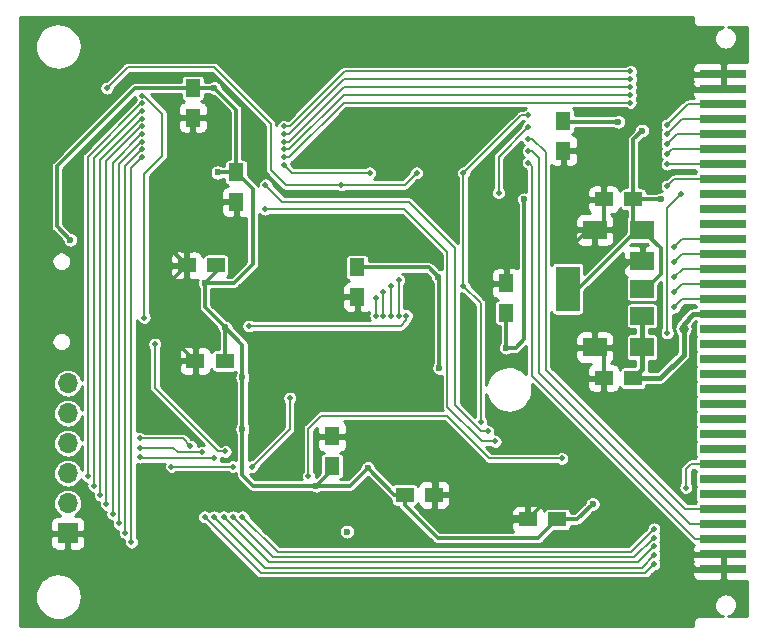
<source format=gbl>
G04 #@! TF.GenerationSoftware,KiCad,Pcbnew,5.1.2-f72e74a~84~ubuntu16.04.1*
G04 #@! TF.CreationDate,2019-06-15T11:53:25+02:00*
G04 #@! TF.ProjectId,sakura,73616b75-7261-42e6-9b69-6361645f7063,2.1.2019*
G04 #@! TF.SameCoordinates,Original*
G04 #@! TF.FileFunction,Copper,L2,Bot*
G04 #@! TF.FilePolarity,Positive*
%FSLAX46Y46*%
G04 Gerber Fmt 4.6, Leading zero omitted, Abs format (unit mm)*
G04 Created by KiCad (PCBNEW 5.1.2-f72e74a~84~ubuntu16.04.1) date 2019-06-15 11:53:25*
%MOMM*%
%LPD*%
G04 APERTURE LIST*
%ADD10R,4.000000X0.800000*%
%ADD11C,0.800000*%
%ADD12R,1.500000X1.250000*%
%ADD13R,1.250000X1.500000*%
%ADD14R,2.000000X1.600000*%
%ADD15R,2.000000X1.500000*%
%ADD16R,2.000000X3.800000*%
%ADD17O,1.700000X1.700000*%
%ADD18R,1.700000X1.700000*%
%ADD19C,0.600000*%
%ADD20C,0.500000*%
%ADD21C,0.300000*%
%ADD22C,0.400000*%
%ADD23C,0.200000*%
%ADD24C,0.254000*%
G04 APERTURE END LIST*
D10*
X176464550Y-127593450D03*
X176464550Y-126323450D03*
X176464550Y-125053450D03*
X176464550Y-123783450D03*
X176464550Y-122513450D03*
X176464550Y-121243450D03*
X176464550Y-119973450D03*
X176464550Y-118703450D03*
X176464550Y-117433450D03*
X176464550Y-116163450D03*
X176464550Y-114893450D03*
X176464550Y-113623450D03*
X176464550Y-112353450D03*
X176464550Y-111083450D03*
X176464550Y-109813450D03*
X176464550Y-108543450D03*
X176464550Y-107273450D03*
X176464550Y-106003450D03*
X176464550Y-104733450D03*
X176464550Y-103463450D03*
X176464550Y-102193450D03*
X176464550Y-100923450D03*
X176464550Y-99653450D03*
X176464550Y-98383450D03*
X176464550Y-97113450D03*
X176464550Y-95843450D03*
X176464550Y-94573450D03*
X176464550Y-93303450D03*
X176464550Y-92033450D03*
X176464550Y-90763450D03*
X176464550Y-89493450D03*
X176464550Y-88223450D03*
X176464550Y-86953450D03*
X176464550Y-85683450D03*
D11*
X117524450Y-127859790D03*
X117524450Y-125359790D03*
X117524450Y-122859790D03*
X117524450Y-120359790D03*
X117524450Y-117859790D03*
X117524450Y-115359790D03*
X117524450Y-112859790D03*
X117524450Y-110359790D03*
X117524450Y-107859790D03*
X117524450Y-105359790D03*
X117524450Y-102859790D03*
X117524450Y-100359790D03*
X117524450Y-97859790D03*
X117524450Y-95359790D03*
X117524450Y-92859790D03*
X117524450Y-90359790D03*
X117524450Y-87859790D03*
X117524450Y-85359790D03*
X122934450Y-130669790D03*
X125434450Y-130669790D03*
X127934450Y-130669790D03*
X130434450Y-130669790D03*
X132934450Y-130669790D03*
X135434450Y-130669790D03*
X137934450Y-130669790D03*
X140434450Y-130669790D03*
X142934450Y-130669790D03*
X145434450Y-130669790D03*
X147934450Y-130669790D03*
X150434450Y-130669790D03*
X152934450Y-130669790D03*
X155434450Y-130669790D03*
X157934450Y-130669790D03*
X160434450Y-130669790D03*
X162934450Y-130669790D03*
X165434450Y-130669790D03*
X122924450Y-82739790D03*
X125424450Y-82739790D03*
X127924450Y-82739790D03*
X130424450Y-82739790D03*
X132924450Y-82739790D03*
X135424450Y-82739790D03*
X137924450Y-82739790D03*
X140424450Y-82739790D03*
X142924450Y-82739790D03*
X145424450Y-82739790D03*
X147924450Y-82739790D03*
X150424450Y-82739790D03*
X152924450Y-82739790D03*
X155424450Y-82739790D03*
X157924450Y-82739790D03*
X160424450Y-82739790D03*
X162924450Y-82739790D03*
X165424450Y-82739790D03*
D12*
X162414300Y-123389940D03*
X159914300Y-123389940D03*
X166334300Y-111419940D03*
X168834300Y-111419940D03*
D13*
X162944300Y-89659940D03*
X162944300Y-92159940D03*
X143344450Y-116359790D03*
X143344450Y-118859790D03*
X158084450Y-105899790D03*
X158084450Y-103399790D03*
D12*
X131034300Y-101879940D03*
X133534300Y-101879940D03*
X134264300Y-109969940D03*
X131764300Y-109969940D03*
D13*
X145484450Y-104549790D03*
X145484450Y-102049790D03*
D12*
X149484300Y-121299940D03*
X151984300Y-121299940D03*
D13*
X135234300Y-96509940D03*
X135234300Y-94009940D03*
X131564300Y-86859940D03*
X131564300Y-89359940D03*
D12*
X166344300Y-96289940D03*
X168844300Y-96289940D03*
D14*
X165594300Y-108819940D03*
X169594300Y-108819940D03*
X169594300Y-98869940D03*
X165594300Y-98869940D03*
D15*
X169604450Y-101549790D03*
X169604450Y-106149790D03*
X169604450Y-103849790D03*
D16*
X163304450Y-103849790D03*
D17*
X120974300Y-111849940D03*
X120974300Y-114389940D03*
X120974300Y-116929940D03*
X120974300Y-119469940D03*
X120974300Y-122009940D03*
D18*
X120974300Y-124549940D03*
D19*
X144614470Y-124418530D03*
X152334450Y-102829790D03*
X132609450Y-103379790D03*
X158084450Y-108849790D03*
X152434450Y-110569790D03*
X142024450Y-120519790D03*
X135760030Y-115713950D03*
X135764300Y-111369940D03*
X134284300Y-107119350D03*
X133385130Y-86854470D03*
X167588770Y-89711970D03*
X133659450Y-94012190D03*
X146372150Y-119046430D03*
X165414530Y-122069030D03*
X171214450Y-96289790D03*
X159594450Y-96289790D03*
X169594450Y-90469790D03*
X121188050Y-99701790D03*
D11*
X173109450Y-107229790D03*
D19*
X173508300Y-86325940D03*
X173508300Y-126975940D03*
X128194450Y-96429790D03*
X129044450Y-106799790D03*
X153580670Y-123146310D03*
X131762070Y-114576030D03*
X155460270Y-120915870D03*
X170535170Y-114797010D03*
X158955310Y-109922750D03*
X154832890Y-111865850D03*
X143316530Y-113270470D03*
X139882450Y-88210830D03*
X136997010Y-104395710D03*
X153750850Y-97745990D03*
X130522550Y-122777690D03*
X128518490Y-124725870D03*
X137903790Y-116427690D03*
X127426290Y-109183610D03*
X129516710Y-111218150D03*
X157738650Y-97939030D03*
X131866210Y-94456690D03*
X128706450Y-94446530D03*
X127070690Y-86069610D03*
X172351270Y-113102830D03*
X168914650Y-116481030D03*
X125158070Y-126193990D03*
X148338110Y-94050290D03*
X131627450Y-127476690D03*
X133410530Y-127476690D03*
X155660930Y-124103570D03*
X153796570Y-119833830D03*
X157019830Y-122081730D03*
X135584770Y-105807950D03*
X152226850Y-118695910D03*
X164769370Y-119798270D03*
X156107970Y-100280910D03*
X168843530Y-113105370D03*
X167223010Y-114789390D03*
X121180430Y-97481830D03*
X121180430Y-95058670D03*
X158442230Y-114677630D03*
X163074450Y-108819790D03*
X163074450Y-100829790D03*
X162944450Y-93999790D03*
X144994450Y-116359790D03*
X142324450Y-104529790D03*
X136997010Y-109329790D03*
D20*
X159958300Y-93175940D03*
X159958300Y-92175940D03*
X159958300Y-91175940D03*
X173304450Y-120699790D03*
X135764300Y-123175940D03*
X170608300Y-124175940D03*
X172315180Y-105424780D03*
X172315180Y-104154780D03*
X172335330Y-102884780D03*
X172305330Y-101614780D03*
X172315180Y-100344780D03*
X171708300Y-95155190D03*
X136598230Y-118916890D03*
X129752930Y-118916890D03*
X134921830Y-118916890D03*
X139770690Y-113115530D03*
X171708300Y-93319940D03*
X171708300Y-92439940D03*
X171708300Y-91589940D03*
X171708300Y-90759940D03*
X171708300Y-89985940D03*
X127284300Y-89464940D03*
X123719300Y-121319940D03*
X170608300Y-127175940D03*
X132564300Y-123175940D03*
X127284300Y-88814940D03*
X123189300Y-120519940D03*
X170608300Y-126425940D03*
X133364300Y-123175940D03*
X122659300Y-119719940D03*
X127284300Y-88164940D03*
X134164300Y-123175940D03*
X170608300Y-125675940D03*
X170608300Y-124925940D03*
X134964300Y-123175940D03*
X172884450Y-95859790D03*
X141345490Y-119719940D03*
X171714450Y-107599790D03*
X162809450Y-118229790D03*
X139258300Y-92704940D03*
X127284300Y-92714940D03*
X168604300Y-88099940D03*
X126369300Y-125319940D03*
X139258300Y-92054940D03*
X127284300Y-92064940D03*
X168604300Y-87434940D03*
X125839300Y-124519940D03*
X139258300Y-91404940D03*
X127284300Y-91414940D03*
X168604300Y-86779940D03*
X125309300Y-123719940D03*
X139258300Y-90754940D03*
X124779300Y-122919940D03*
X127284300Y-90764940D03*
X168614300Y-86109940D03*
X139258300Y-90104940D03*
X124249300Y-122119940D03*
X127284300Y-90114940D03*
X168614300Y-85444940D03*
X149644300Y-106129940D03*
X136305370Y-107014450D03*
X147044300Y-104629940D03*
X147044300Y-106129940D03*
X147694300Y-106129940D03*
X147694300Y-104129940D03*
X154466300Y-103629940D03*
X124284450Y-86869790D03*
X155924450Y-115109790D03*
X144149650Y-95069790D03*
X159958300Y-89175940D03*
X154472210Y-94050290D03*
X150508300Y-94050290D03*
X157164450Y-116789790D03*
X137662490Y-97123690D03*
X137714450Y-95069790D03*
X156544050Y-115931590D03*
X148344300Y-103629940D03*
X148344300Y-106129940D03*
X148994300Y-106129940D03*
X148994300Y-103129940D03*
X127436450Y-106305790D03*
X127284300Y-87514940D03*
X146531050Y-94050290D03*
X139258300Y-93354940D03*
X159958300Y-90175940D03*
X157454452Y-95731770D03*
X133358300Y-118175940D03*
X127080850Y-118119940D03*
X132358300Y-117675940D03*
X127080850Y-117319940D03*
X131358300Y-117175940D03*
X127080850Y-116519940D03*
X134294450Y-117634190D03*
X128350850Y-108540990D03*
D21*
X158084450Y-108849790D02*
X158084450Y-106649790D01*
X152464300Y-110539940D02*
X152434450Y-110569790D01*
X135254450Y-93989790D02*
X135234300Y-94009940D01*
X143684150Y-120519790D02*
X143684300Y-120519940D01*
X142024450Y-120519790D02*
X143684150Y-120519790D01*
X135760030Y-111374210D02*
X135764300Y-111369940D01*
X135760030Y-115713950D02*
X135760030Y-119633170D01*
X136646650Y-120519790D02*
X142024450Y-120519790D01*
X135760030Y-119633170D02*
X136646650Y-120519790D01*
X135764300Y-109969940D02*
X135764300Y-111369940D01*
X135760030Y-115713950D02*
X135760030Y-111374210D01*
X158084450Y-108849790D02*
X158885270Y-108849790D01*
X152434450Y-102929790D02*
X152334450Y-102829790D01*
X152434450Y-110569790D02*
X152434450Y-102929790D01*
X135764300Y-108599350D02*
X134284300Y-107119350D01*
X135764300Y-109969940D02*
X135764300Y-108599350D01*
X133659450Y-94012190D02*
X133661700Y-94009940D01*
X144898640Y-120519940D02*
X146372150Y-119046430D01*
X143684300Y-120519940D02*
X144898640Y-120519940D01*
X169594300Y-96289940D02*
X169334300Y-96289940D01*
X169594300Y-98869940D02*
X169334600Y-98869940D01*
X171214300Y-96289940D02*
X171214450Y-96289790D01*
X169594300Y-96289940D02*
X171214300Y-96289940D01*
X159594450Y-108140610D02*
X158885270Y-108849790D01*
X159594450Y-96289790D02*
X159594450Y-108140610D01*
X171174450Y-100450090D02*
X169594300Y-98869940D01*
X171174450Y-102629790D02*
X171174450Y-100450090D01*
X169954450Y-103849790D02*
X171174450Y-102629790D01*
X169604450Y-103849790D02*
X169954450Y-103849790D01*
X169594300Y-90469940D02*
X169594450Y-90469790D01*
X169154300Y-98869940D02*
X169594300Y-98869940D01*
X164174450Y-103849790D02*
X169154300Y-98869940D01*
X163304450Y-103849790D02*
X164174450Y-103849790D01*
X168844300Y-98119940D02*
X169594300Y-98869940D01*
X168844300Y-96289940D02*
X168844300Y-98119940D01*
X168844300Y-91219940D02*
X169594450Y-90469790D01*
X168844300Y-96289940D02*
X168844300Y-91219940D01*
X162996330Y-89711970D02*
X162944300Y-89659940D01*
X167588770Y-89711970D02*
X162996330Y-89711970D01*
X133379660Y-86859940D02*
X133385130Y-86854470D01*
X131564300Y-86859940D02*
X133379660Y-86859940D01*
X135234300Y-88703640D02*
X133385130Y-86854470D01*
X135234300Y-94009940D02*
X135234300Y-88703640D01*
X135232050Y-94012190D02*
X135234300Y-94009940D01*
X133659450Y-94012190D02*
X135232050Y-94012190D01*
X133534300Y-102454940D02*
X132609450Y-103379790D01*
X133534300Y-101879940D02*
X133534300Y-102454940D01*
X136624450Y-95400090D02*
X135234300Y-94009940D01*
X136624450Y-101790090D02*
X136624450Y-95400090D01*
X135034750Y-103379790D02*
X136624450Y-101790090D01*
X132609450Y-103379790D02*
X135034750Y-103379790D01*
X132609450Y-105444500D02*
X134284300Y-107119350D01*
X132609450Y-103379790D02*
X132609450Y-105444500D01*
X134284300Y-109949940D02*
X134264300Y-109969940D01*
X134284300Y-107119350D02*
X134284300Y-109949940D01*
X164093620Y-123389940D02*
X165414530Y-122069030D01*
X162414300Y-123389940D02*
X164093620Y-123389940D01*
X160824370Y-124979870D02*
X162414300Y-123389940D01*
X149484300Y-122179720D02*
X152284450Y-124979870D01*
X149484300Y-121299940D02*
X149484300Y-122179720D01*
X152284450Y-124979870D02*
X160824370Y-124979870D01*
X148625660Y-121299940D02*
X146372150Y-119046430D01*
X149484300Y-121299940D02*
X148625660Y-121299940D01*
X143344450Y-119199790D02*
X142024450Y-120519790D01*
X143344450Y-118859790D02*
X143344450Y-119199790D01*
X151555950Y-102051290D02*
X145485950Y-102051290D01*
X145485950Y-102051290D02*
X145484450Y-102049790D01*
X152334450Y-102829790D02*
X151555950Y-102051290D01*
X142024300Y-120519940D02*
X142024450Y-120519790D01*
X126663900Y-86859940D02*
X131564300Y-86859940D01*
X121188050Y-99701790D02*
X120045050Y-98558790D01*
X120045050Y-93478790D02*
X126663900Y-86859940D01*
X120045050Y-98558790D02*
X120045050Y-93478790D01*
D22*
X169594300Y-106159940D02*
X169604450Y-106149790D01*
X169594300Y-108819940D02*
X169594300Y-106159940D01*
X169584300Y-108829940D02*
X169594300Y-108819940D01*
X169594300Y-110659940D02*
X168834300Y-111419940D01*
X169594300Y-108819940D02*
X169594300Y-110659940D01*
X173109450Y-107229790D02*
X173109450Y-109454790D01*
X171144300Y-111419940D02*
X168834300Y-111419940D01*
X173109450Y-109454790D02*
X171144300Y-111419940D01*
X173109450Y-106829790D02*
X173109450Y-107229790D01*
X173934300Y-106004940D02*
X173109450Y-106829790D01*
X176454300Y-106004940D02*
X173934300Y-106004940D01*
D21*
X131762070Y-109972170D02*
X131764300Y-109969940D01*
X131762070Y-114576030D02*
X131762070Y-109972170D01*
X129044450Y-107250090D02*
X131764300Y-109969940D01*
X129044450Y-106799790D02*
X129044450Y-107250090D01*
X174159300Y-126324940D02*
X173508300Y-126975940D01*
X176454300Y-126324940D02*
X174159300Y-126324940D01*
X174127300Y-127594940D02*
X173508300Y-126975940D01*
X176454300Y-127594940D02*
X174127300Y-127594940D01*
X174149300Y-85684940D02*
X173508300Y-86325940D01*
X176454300Y-85684940D02*
X174149300Y-85684940D01*
X174137300Y-86954940D02*
X173508300Y-86325940D01*
X176454300Y-86954940D02*
X174137300Y-86954940D01*
X131564300Y-93059940D02*
X128194450Y-96429790D01*
X173508300Y-125622387D02*
X173508300Y-126975940D01*
X167684183Y-119798270D02*
X173508300Y-125622387D01*
X164769370Y-119798270D02*
X167684183Y-119798270D01*
X165584300Y-108829940D02*
X165594300Y-108819940D01*
X165594300Y-108819940D02*
X165094600Y-108819940D01*
X163074600Y-108819940D02*
X163074450Y-108819790D01*
X165594300Y-108819940D02*
X163074600Y-108819940D01*
X165034300Y-98869940D02*
X163074450Y-100829790D01*
X165594300Y-98869940D02*
X165034300Y-98869940D01*
X162944300Y-95319640D02*
X163914600Y-96289940D01*
X173508300Y-86325940D02*
X172248300Y-86325940D01*
X166344300Y-96289940D02*
X163914600Y-96289940D01*
X166344300Y-98119940D02*
X165594300Y-98869940D01*
X166344300Y-96289940D02*
X166344300Y-98119940D01*
X166334300Y-109559940D02*
X165594300Y-108819940D01*
X166334300Y-111419940D02*
X166334300Y-109559940D01*
X166414300Y-92159940D02*
X172248300Y-86325940D01*
X162944300Y-92159940D02*
X166414300Y-92159940D01*
X162944300Y-93999640D02*
X162944450Y-93999790D01*
X162944300Y-92159940D02*
X162944300Y-93999640D01*
X162944450Y-95319490D02*
X162944300Y-95319640D01*
X162944450Y-93999790D02*
X162944450Y-95319490D01*
X131564300Y-89359940D02*
X131564300Y-93059940D01*
X135154150Y-96429790D02*
X135234300Y-96509940D01*
X128194450Y-96429790D02*
X135154150Y-96429790D01*
X129044450Y-103869790D02*
X131034300Y-101879940D01*
X129044450Y-106799790D02*
X129044450Y-103869790D01*
X128194450Y-99040090D02*
X131034300Y-101879940D01*
X128194450Y-96429790D02*
X128194450Y-99040090D01*
X159670670Y-123146310D02*
X159914300Y-123389940D01*
X153580670Y-123146310D02*
X159670670Y-123146310D01*
X163505970Y-119798270D02*
X159914300Y-123389940D01*
X164769370Y-119798270D02*
X163505970Y-119798270D01*
X152226850Y-121057390D02*
X151984300Y-121299940D01*
X152226850Y-118695910D02*
X152226850Y-121057390D01*
X144994450Y-116359790D02*
X143344450Y-116359790D01*
X145464450Y-104529790D02*
X145484450Y-104549790D01*
X142324450Y-104529790D02*
X145464450Y-104529790D01*
X168639450Y-101549790D02*
X169604450Y-101549790D01*
X165594300Y-104594940D02*
X168639450Y-101549790D01*
X165594300Y-108819940D02*
X165594300Y-104594940D01*
X130764920Y-109969940D02*
X129516710Y-111218150D01*
X131764300Y-109969940D02*
X130764920Y-109969940D01*
D23*
X174077340Y-125054940D02*
X176454300Y-125054940D01*
X160273570Y-111251170D02*
X174077340Y-125054940D01*
X160273570Y-93491210D02*
X160273570Y-111251170D01*
X159958300Y-93175940D02*
X160273570Y-93491210D01*
X173676020Y-123784940D02*
X176454300Y-123784940D01*
X159958300Y-92175940D02*
X160268660Y-92175940D01*
X160268660Y-92175940D02*
X160865390Y-92772670D01*
X160865390Y-92772670D02*
X160865390Y-110974310D01*
X160865390Y-110974310D02*
X173676020Y-123784940D01*
X173262000Y-122514940D02*
X176454300Y-122514940D01*
X159958300Y-91175940D02*
X160304980Y-91175940D01*
X160304980Y-91175940D02*
X161447050Y-92318010D01*
X161447050Y-92318010D02*
X161447050Y-110699990D01*
X161447050Y-110699990D02*
X173262000Y-122514940D01*
X173304450Y-120487658D02*
X173304450Y-120699790D01*
X173304450Y-119119790D02*
X173304450Y-120487658D01*
X176454300Y-118704940D02*
X173719300Y-118704940D01*
X173719300Y-118704940D02*
X173304450Y-119119790D01*
X168629450Y-126154790D02*
X170608300Y-124175940D01*
X138745970Y-126154790D02*
X168629450Y-126154790D01*
X135767120Y-123175940D02*
X138745970Y-126154790D01*
X135764300Y-123175940D02*
X135767120Y-123175940D01*
X176454300Y-104734940D02*
X174754300Y-104734940D01*
X176454300Y-104734940D02*
X174754300Y-104734940D01*
X173005020Y-104734940D02*
X172315180Y-105424780D01*
X176454300Y-104734940D02*
X173005020Y-104734940D01*
X176454300Y-103464940D02*
X174754300Y-103464940D01*
X176454300Y-103464940D02*
X174754300Y-103464940D01*
X173005020Y-103464940D02*
X172315180Y-104154780D01*
X176454300Y-103464940D02*
X173005020Y-103464940D01*
X173025170Y-102194940D02*
X172335330Y-102884780D01*
X176454300Y-102194940D02*
X173025170Y-102194940D01*
X172995170Y-100924940D02*
X172305330Y-101614780D01*
X176454300Y-100924940D02*
X172995170Y-100924940D01*
X173005020Y-99654940D02*
X172315180Y-100344780D01*
X176454300Y-99654940D02*
X173005020Y-99654940D01*
X172288550Y-94574940D02*
X171708300Y-95155190D01*
X176454300Y-94574940D02*
X172288550Y-94574940D01*
X129752930Y-118916890D02*
X134921830Y-118916890D01*
X139770690Y-115744430D02*
X136598230Y-118916890D01*
X139770690Y-113115530D02*
X139770690Y-115744430D01*
X176454300Y-93304940D02*
X171723300Y-93304940D01*
X176454300Y-92034940D02*
X172269300Y-92034940D01*
X172113300Y-92034940D02*
X171708300Y-92439940D01*
X176454300Y-92034940D02*
X172113300Y-92034940D01*
X172974450Y-90764940D02*
X172533300Y-90764940D01*
X176454300Y-90764940D02*
X172974450Y-90764940D01*
X172974450Y-90764940D02*
X172699300Y-90764940D01*
X172533300Y-90764940D02*
X171708300Y-91589940D01*
X176454300Y-90764940D02*
X172533300Y-90764940D01*
X172973300Y-89494940D02*
X171708300Y-90759940D01*
X176454300Y-89494940D02*
X172973300Y-89494940D01*
X173473150Y-88224940D02*
X171708300Y-89989790D01*
X176454300Y-88224940D02*
X173473150Y-88224940D01*
X127204750Y-89459940D02*
X123719300Y-92945390D01*
X127284300Y-89459940D02*
X127204750Y-89459940D01*
X123719300Y-121319940D02*
X123719300Y-92945390D01*
X169879450Y-127904790D02*
X170608300Y-127175940D01*
X137293030Y-127904790D02*
X169879450Y-127904790D01*
X132564300Y-123176060D02*
X137293030Y-127904790D01*
X132564300Y-123175940D02*
X132564300Y-123176060D01*
X127187750Y-88819940D02*
X123189300Y-92818390D01*
X127284300Y-88819940D02*
X127187750Y-88819940D01*
X123189300Y-120519940D02*
X123189300Y-92818390D01*
X169554450Y-127479790D02*
X170608300Y-126425940D01*
X137665590Y-127479790D02*
X169554450Y-127479790D01*
X133364300Y-123178500D02*
X137665590Y-127479790D01*
X133364300Y-123175940D02*
X133364300Y-123178500D01*
X134164300Y-123175940D02*
X134164300Y-123178400D01*
X127190750Y-88159940D02*
X122659300Y-92691390D01*
X127284300Y-88159940D02*
X127190750Y-88159940D01*
X122659300Y-119719940D02*
X122659300Y-92691390D01*
X138023310Y-127029790D02*
X169254450Y-127029790D01*
X134169460Y-123175940D02*
X138023310Y-127029790D01*
X169254450Y-127029790D02*
X170608300Y-125675940D01*
X134164300Y-123175940D02*
X134169460Y-123175940D01*
X168929450Y-126604790D02*
X170608300Y-124925940D01*
X138390790Y-126604790D02*
X168929450Y-126604790D01*
X134964300Y-123178300D02*
X138390790Y-126604790D01*
X134964300Y-123175940D02*
X134964300Y-123178300D01*
X171714450Y-97029790D02*
X172884450Y-95859790D01*
X171714450Y-107416830D02*
X171714450Y-97029790D01*
X171714450Y-107416830D02*
X171714450Y-107599790D01*
X141345490Y-115691090D02*
X141345490Y-119719940D01*
X162809450Y-118229790D02*
X156675630Y-118229790D01*
X156675630Y-118229790D02*
X153057430Y-114611590D01*
X153057430Y-114611590D02*
X142424990Y-114611590D01*
X142424990Y-114611590D02*
X141345490Y-115691090D01*
X127284300Y-92716190D02*
X126369300Y-93631190D01*
X127284300Y-92709940D02*
X127284300Y-92716190D01*
X126369300Y-125319940D02*
X126369300Y-93631190D01*
X139741900Y-92704940D02*
X139258300Y-92704940D01*
X144346900Y-88099940D02*
X139741900Y-92704940D01*
X168604300Y-88099940D02*
X144346900Y-88099940D01*
X127197350Y-92069940D02*
X125839300Y-93427990D01*
X127284300Y-92069940D02*
X127197350Y-92069940D01*
X125839300Y-124519940D02*
X125839300Y-93427990D01*
X139731500Y-92054940D02*
X139258300Y-92054940D01*
X144351500Y-87434940D02*
X139731500Y-92054940D01*
X168604300Y-87434940D02*
X144351500Y-87434940D01*
X127284300Y-91419940D02*
X127215750Y-91419940D01*
X127215750Y-91419940D02*
X125309300Y-93326390D01*
X125309300Y-123719940D02*
X125309300Y-93326390D01*
X144346100Y-86779940D02*
X139721100Y-91404940D01*
X139721100Y-91404940D02*
X139258300Y-91404940D01*
X168604300Y-86779940D02*
X144346100Y-86779940D01*
X127208750Y-90769940D02*
X124779300Y-93199390D01*
X127284300Y-90769940D02*
X127208750Y-90769940D01*
X124779300Y-122919940D02*
X124779300Y-93199390D01*
X144381100Y-86109940D02*
X139736100Y-90754940D01*
X139736100Y-90754940D02*
X139258300Y-90754940D01*
X168614300Y-86109940D02*
X144381100Y-86109940D01*
X127201750Y-90119940D02*
X124249300Y-93072390D01*
X127284300Y-90119940D02*
X127201750Y-90119940D01*
X124249300Y-122119940D02*
X124249300Y-93072390D01*
X139751100Y-90104940D02*
X139258300Y-90104940D01*
X144411100Y-85444940D02*
X139751100Y-90104940D01*
X168614300Y-85444940D02*
X144411100Y-85444940D01*
X149644300Y-106129940D02*
X149644300Y-106521060D01*
X149644300Y-106521060D02*
X149150910Y-107014450D01*
X149150910Y-107014450D02*
X136305370Y-107014450D01*
X147044300Y-104639940D02*
X147054300Y-104629940D01*
X147044300Y-104629940D02*
X147044300Y-106129940D01*
X147714300Y-105999940D02*
X147664300Y-106049940D01*
X147694300Y-104129940D02*
X147694300Y-106129940D01*
X133384450Y-85119790D02*
X126034450Y-85119790D01*
X144149650Y-95069790D02*
X139416050Y-95069790D01*
X124434449Y-86719791D02*
X124284450Y-86869790D01*
X126034450Y-85119790D02*
X124434449Y-86719791D01*
X139416050Y-95069790D02*
X138155250Y-93808990D01*
X138155250Y-93808990D02*
X138155250Y-89890590D01*
X138155250Y-89890590D02*
X133384450Y-85119790D01*
X155924450Y-105088090D02*
X154466300Y-103629940D01*
X155924450Y-115109790D02*
X155924450Y-105088090D01*
X159958300Y-89175940D02*
X159958300Y-89176340D01*
X154466300Y-94056200D02*
X154472210Y-94050290D01*
X154466300Y-103629940D02*
X154466300Y-94056200D01*
X159346560Y-89175940D02*
X154472210Y-94050290D01*
X159958300Y-89175940D02*
X159346560Y-89175940D01*
X149488800Y-95069790D02*
X150508300Y-94050290D01*
X144149650Y-95069790D02*
X149488800Y-95069790D01*
X157164450Y-116789790D02*
X156259250Y-116789790D01*
X156259250Y-116789790D02*
X156038270Y-116789790D01*
X156038270Y-116789790D02*
X153123470Y-113874990D01*
X153123470Y-113874990D02*
X153123470Y-100781290D01*
X149465870Y-97123690D02*
X137662490Y-97123690D01*
X153123470Y-100781290D02*
X149465870Y-97123690D01*
X139140970Y-96496310D02*
X137714450Y-95069790D01*
X149841790Y-96496310D02*
X139140970Y-96496310D01*
X156544050Y-115931590D02*
X155987790Y-115931590D01*
X155987790Y-115931590D02*
X153773710Y-113717510D01*
X153773710Y-113717510D02*
X153773710Y-100428230D01*
X153773710Y-100428230D02*
X149841790Y-96496310D01*
X148344300Y-103629940D02*
X148344300Y-106129940D01*
X148994300Y-103129940D02*
X148994300Y-106129940D01*
X127436450Y-106305790D02*
X127436450Y-94113790D01*
X127436450Y-94113790D02*
X128960450Y-92589790D01*
X127441600Y-87514940D02*
X127284300Y-87514940D01*
X128960450Y-92589790D02*
X128960450Y-89033790D01*
X128960450Y-89033790D02*
X127441600Y-87514940D01*
X139258300Y-93355020D02*
X139258300Y-93354940D01*
X139953570Y-94050290D02*
X139258300Y-93355020D01*
X146531050Y-94050290D02*
X139953570Y-94050290D01*
X159958300Y-90175940D02*
X159951840Y-90175940D01*
X159951840Y-90175940D02*
X157454452Y-92673328D01*
X157454452Y-95869790D02*
X157454452Y-95731770D01*
X157454452Y-95731770D02*
X157454452Y-92673328D01*
X127136850Y-118175940D02*
X127080850Y-118119940D01*
X133358300Y-118175940D02*
X127136850Y-118175940D01*
X130272200Y-117675940D02*
X132358300Y-117675940D01*
X129916200Y-117319940D02*
X130272200Y-117675940D01*
X127080850Y-117319940D02*
X129916200Y-117319940D01*
X131358300Y-117175940D02*
X131347000Y-117175940D01*
X130702300Y-116519940D02*
X131358300Y-117175940D01*
X127080850Y-116519940D02*
X130702300Y-116519940D01*
X134294450Y-117634190D02*
X133735650Y-117634190D01*
X133735650Y-117634190D02*
X128350850Y-112249390D01*
X128350850Y-112249390D02*
X128350850Y-108540990D01*
D24*
G36*
X173906951Y-81211042D02*
G01*
X173904744Y-81233450D01*
X173913548Y-81322842D01*
X173939623Y-81408798D01*
X173981966Y-81488016D01*
X174038949Y-81557451D01*
X174108384Y-81614434D01*
X174187602Y-81656777D01*
X174273558Y-81682852D01*
X174340551Y-81689450D01*
X174362950Y-81691656D01*
X174385349Y-81689450D01*
X176426763Y-81689450D01*
X176273709Y-81739180D01*
X176107434Y-81832108D01*
X175962374Y-81955563D01*
X175844057Y-82104843D01*
X175756988Y-82274260D01*
X175704484Y-82457363D01*
X175688545Y-82647177D01*
X175709778Y-82836472D01*
X175767374Y-83018037D01*
X175859139Y-83184958D01*
X175981579Y-83330875D01*
X176130028Y-83450232D01*
X176298834Y-83538481D01*
X176481566Y-83592262D01*
X176671264Y-83609526D01*
X176860702Y-83589615D01*
X177042665Y-83533288D01*
X177210222Y-83442691D01*
X177356991Y-83321273D01*
X177477381Y-83173660D01*
X177566807Y-83005475D01*
X177621862Y-82823123D01*
X177640450Y-82633550D01*
X177640069Y-82606298D01*
X177616196Y-82417319D01*
X177556070Y-82236575D01*
X177461983Y-82070952D01*
X177337519Y-81926758D01*
X177187417Y-81809486D01*
X177017396Y-81723602D01*
X176895076Y-81689450D01*
X178508450Y-81689450D01*
X178508450Y-84649702D01*
X178464550Y-84645378D01*
X176750300Y-84648450D01*
X176591550Y-84807200D01*
X176591550Y-85556450D01*
X176611550Y-85556450D01*
X176611550Y-85810450D01*
X176591550Y-85810450D01*
X176591550Y-86826450D01*
X176611550Y-86826450D01*
X176611550Y-87080450D01*
X176591550Y-87080450D01*
X176591550Y-87100450D01*
X176337550Y-87100450D01*
X176337550Y-87080450D01*
X173988300Y-87080450D01*
X173829550Y-87239200D01*
X173826478Y-87353450D01*
X173838738Y-87477932D01*
X173875048Y-87597630D01*
X173934013Y-87707944D01*
X173963554Y-87743940D01*
X173496776Y-87743940D01*
X173473150Y-87741613D01*
X173378857Y-87750900D01*
X173355228Y-87758068D01*
X173288189Y-87778404D01*
X173204628Y-87823068D01*
X173131386Y-87883176D01*
X173116325Y-87901528D01*
X171662914Y-89354940D01*
X171646152Y-89354940D01*
X171524244Y-89379189D01*
X171409409Y-89426755D01*
X171306061Y-89495810D01*
X171218170Y-89583701D01*
X171149115Y-89687049D01*
X171101549Y-89801884D01*
X171077300Y-89923792D01*
X171077300Y-90048088D01*
X171101549Y-90169996D01*
X171149115Y-90284831D01*
X171207988Y-90372940D01*
X171149115Y-90461049D01*
X171101549Y-90575884D01*
X171077300Y-90697792D01*
X171077300Y-90822088D01*
X171101549Y-90943996D01*
X171149115Y-91058831D01*
X171218170Y-91162179D01*
X171230931Y-91174940D01*
X171218170Y-91187701D01*
X171149115Y-91291049D01*
X171101549Y-91405884D01*
X171077300Y-91527792D01*
X171077300Y-91652088D01*
X171101549Y-91773996D01*
X171149115Y-91888831D01*
X171218170Y-91992179D01*
X171240931Y-92014940D01*
X171218170Y-92037701D01*
X171149115Y-92141049D01*
X171101549Y-92255884D01*
X171077300Y-92377792D01*
X171077300Y-92502088D01*
X171101549Y-92623996D01*
X171149115Y-92738831D01*
X171218170Y-92842179D01*
X171255931Y-92879940D01*
X171218170Y-92917701D01*
X171149115Y-93021049D01*
X171101549Y-93135884D01*
X171077300Y-93257792D01*
X171077300Y-93382088D01*
X171101549Y-93503996D01*
X171149115Y-93618831D01*
X171218170Y-93722179D01*
X171306061Y-93810070D01*
X171409409Y-93879125D01*
X171524244Y-93926691D01*
X171646152Y-93950940D01*
X171770448Y-93950940D01*
X171892356Y-93926691D01*
X172007191Y-93879125D01*
X172110539Y-93810070D01*
X172134669Y-93785940D01*
X174091429Y-93785940D01*
X174110849Y-93849958D01*
X174146228Y-93916146D01*
X174164532Y-93938450D01*
X174146228Y-93960754D01*
X174110849Y-94026942D01*
X174090525Y-94093940D01*
X172312165Y-94093940D01*
X172288549Y-94091614D01*
X172264933Y-94093940D01*
X172264924Y-94093940D01*
X172194258Y-94100900D01*
X172103589Y-94128404D01*
X172020028Y-94173068D01*
X171946786Y-94233176D01*
X171931724Y-94251529D01*
X171659063Y-94524190D01*
X171646152Y-94524190D01*
X171524244Y-94548439D01*
X171409409Y-94596005D01*
X171306061Y-94665060D01*
X171218170Y-94752951D01*
X171149115Y-94856299D01*
X171101549Y-94971134D01*
X171077300Y-95093042D01*
X171077300Y-95217338D01*
X171101549Y-95339246D01*
X171149115Y-95454081D01*
X171218170Y-95557429D01*
X171269531Y-95608790D01*
X171147377Y-95608790D01*
X171015810Y-95634961D01*
X170891876Y-95686296D01*
X170783156Y-95758940D01*
X169977143Y-95758940D01*
X169977143Y-95664940D01*
X169969787Y-95590251D01*
X169948001Y-95518432D01*
X169912622Y-95452244D01*
X169865011Y-95394229D01*
X169806996Y-95346618D01*
X169740808Y-95311239D01*
X169668989Y-95289453D01*
X169594300Y-95282097D01*
X169375300Y-95282097D01*
X169375300Y-91439886D01*
X169665110Y-91150076D01*
X169793090Y-91124619D01*
X169917024Y-91073284D01*
X170028562Y-90998757D01*
X170123417Y-90903902D01*
X170197944Y-90792364D01*
X170249279Y-90668430D01*
X170275450Y-90536863D01*
X170275450Y-90402717D01*
X170249279Y-90271150D01*
X170197944Y-90147216D01*
X170123417Y-90035678D01*
X170028562Y-89940823D01*
X169917024Y-89866296D01*
X169793090Y-89814961D01*
X169661523Y-89788790D01*
X169527377Y-89788790D01*
X169395810Y-89814961D01*
X169271876Y-89866296D01*
X169160338Y-89940823D01*
X169065483Y-90035678D01*
X168990956Y-90147216D01*
X168939621Y-90271150D01*
X168914164Y-90399130D01*
X168487270Y-90826023D01*
X168467011Y-90842650D01*
X168450384Y-90862910D01*
X168450383Y-90862911D01*
X168400654Y-90923505D01*
X168351347Y-91015753D01*
X168331358Y-91081648D01*
X168320984Y-91115846D01*
X168314421Y-91182487D01*
X168310732Y-91219940D01*
X168313301Y-91246024D01*
X168313300Y-95282097D01*
X168094300Y-95282097D01*
X168019611Y-95289453D01*
X167947792Y-95311239D01*
X167881604Y-95346618D01*
X167823589Y-95394229D01*
X167775978Y-95452244D01*
X167740599Y-95518432D01*
X167723496Y-95574814D01*
X167720112Y-95540458D01*
X167683802Y-95420760D01*
X167624837Y-95310446D01*
X167545485Y-95213755D01*
X167448794Y-95134403D01*
X167338480Y-95075438D01*
X167218782Y-95039128D01*
X167094300Y-95026868D01*
X166630050Y-95029940D01*
X166471300Y-95188690D01*
X166471300Y-96162940D01*
X166491300Y-96162940D01*
X166491300Y-96416940D01*
X166471300Y-96416940D01*
X166471300Y-96436940D01*
X166217300Y-96436940D01*
X166217300Y-96416940D01*
X165118050Y-96416940D01*
X164959300Y-96575690D01*
X164956228Y-96914940D01*
X164968488Y-97039422D01*
X165004798Y-97159120D01*
X165063763Y-97269434D01*
X165143115Y-97366125D01*
X165226537Y-97434587D01*
X164594300Y-97431868D01*
X164469818Y-97444128D01*
X164350120Y-97480438D01*
X164239806Y-97539403D01*
X164143115Y-97618755D01*
X164063763Y-97715446D01*
X164004798Y-97825760D01*
X163968488Y-97945458D01*
X163956228Y-98069940D01*
X163959300Y-98584190D01*
X164118050Y-98742940D01*
X165467300Y-98742940D01*
X165467300Y-98722940D01*
X165721300Y-98722940D01*
X165721300Y-98742940D01*
X167070550Y-98742940D01*
X167229300Y-98584190D01*
X167232372Y-98069940D01*
X167220112Y-97945458D01*
X167183802Y-97825760D01*
X167124837Y-97715446D01*
X167045485Y-97618755D01*
X166964329Y-97552152D01*
X167094300Y-97553012D01*
X167218782Y-97540752D01*
X167338480Y-97504442D01*
X167448794Y-97445477D01*
X167545485Y-97366125D01*
X167624837Y-97269434D01*
X167683802Y-97159120D01*
X167720112Y-97039422D01*
X167723496Y-97005066D01*
X167740599Y-97061448D01*
X167775978Y-97127636D01*
X167823589Y-97185651D01*
X167881604Y-97233262D01*
X167947792Y-97268641D01*
X168019611Y-97290427D01*
X168094300Y-97297783D01*
X168313301Y-97297783D01*
X168313301Y-97811765D01*
X168275978Y-97857244D01*
X168240599Y-97923432D01*
X168218813Y-97995251D01*
X168211457Y-98069940D01*
X168211457Y-99061836D01*
X164687293Y-102586001D01*
X164687293Y-101949790D01*
X164679937Y-101875101D01*
X164658151Y-101803282D01*
X164622772Y-101737094D01*
X164575161Y-101679079D01*
X164517146Y-101631468D01*
X164450958Y-101596089D01*
X164379139Y-101574303D01*
X164304450Y-101566947D01*
X162304450Y-101566947D01*
X162229761Y-101574303D01*
X162157942Y-101596089D01*
X162091754Y-101631468D01*
X162033739Y-101679079D01*
X161986128Y-101737094D01*
X161950749Y-101803282D01*
X161928963Y-101875101D01*
X161928050Y-101884371D01*
X161928050Y-99669940D01*
X163956228Y-99669940D01*
X163968488Y-99794422D01*
X164004798Y-99914120D01*
X164063763Y-100024434D01*
X164143115Y-100121125D01*
X164239806Y-100200477D01*
X164350120Y-100259442D01*
X164469818Y-100295752D01*
X164594300Y-100308012D01*
X165308550Y-100304940D01*
X165467300Y-100146190D01*
X165467300Y-98996940D01*
X165721300Y-98996940D01*
X165721300Y-100146190D01*
X165880050Y-100304940D01*
X166594300Y-100308012D01*
X166718782Y-100295752D01*
X166838480Y-100259442D01*
X166948794Y-100200477D01*
X167045485Y-100121125D01*
X167124837Y-100024434D01*
X167183802Y-99914120D01*
X167220112Y-99794422D01*
X167232372Y-99669940D01*
X167229300Y-99155690D01*
X167070550Y-98996940D01*
X165721300Y-98996940D01*
X165467300Y-98996940D01*
X164118050Y-98996940D01*
X163959300Y-99155690D01*
X163956228Y-99669940D01*
X161928050Y-99669940D01*
X161928050Y-95664940D01*
X164956228Y-95664940D01*
X164959300Y-96004190D01*
X165118050Y-96162940D01*
X166217300Y-96162940D01*
X166217300Y-95188690D01*
X166058550Y-95029940D01*
X165594300Y-95026868D01*
X165469818Y-95039128D01*
X165350120Y-95075438D01*
X165239806Y-95134403D01*
X165143115Y-95213755D01*
X165063763Y-95310446D01*
X165004798Y-95420760D01*
X164968488Y-95540458D01*
X164956228Y-95664940D01*
X161928050Y-95664940D01*
X161928050Y-93410312D01*
X161964806Y-93440477D01*
X162075120Y-93499442D01*
X162194818Y-93535752D01*
X162319300Y-93548012D01*
X162658550Y-93544940D01*
X162817300Y-93386190D01*
X162817300Y-92286940D01*
X163071300Y-92286940D01*
X163071300Y-93386190D01*
X163230050Y-93544940D01*
X163569300Y-93548012D01*
X163693782Y-93535752D01*
X163813480Y-93499442D01*
X163923794Y-93440477D01*
X164020485Y-93361125D01*
X164099837Y-93264434D01*
X164158802Y-93154120D01*
X164195112Y-93034422D01*
X164207372Y-92909940D01*
X164204300Y-92445690D01*
X164045550Y-92286940D01*
X163071300Y-92286940D01*
X162817300Y-92286940D01*
X162797300Y-92286940D01*
X162797300Y-92032940D01*
X162817300Y-92032940D01*
X162817300Y-92012940D01*
X163071300Y-92012940D01*
X163071300Y-92032940D01*
X164045550Y-92032940D01*
X164204300Y-91874190D01*
X164207372Y-91409940D01*
X164195112Y-91285458D01*
X164158802Y-91165760D01*
X164099837Y-91055446D01*
X164020485Y-90958755D01*
X163923794Y-90879403D01*
X163813480Y-90820438D01*
X163693782Y-90784128D01*
X163659426Y-90780744D01*
X163715808Y-90763641D01*
X163781996Y-90728262D01*
X163840011Y-90680651D01*
X163887622Y-90622636D01*
X163923001Y-90556448D01*
X163944787Y-90484629D01*
X163952143Y-90409940D01*
X163952143Y-90242970D01*
X167157701Y-90242970D01*
X167266196Y-90315464D01*
X167390130Y-90366799D01*
X167521697Y-90392970D01*
X167655843Y-90392970D01*
X167787410Y-90366799D01*
X167911344Y-90315464D01*
X168022882Y-90240937D01*
X168117737Y-90146082D01*
X168192264Y-90034544D01*
X168243599Y-89910610D01*
X168269770Y-89779043D01*
X168269770Y-89644897D01*
X168243599Y-89513330D01*
X168192264Y-89389396D01*
X168117737Y-89277858D01*
X168022882Y-89183003D01*
X167911344Y-89108476D01*
X167787410Y-89057141D01*
X167655843Y-89030970D01*
X167521697Y-89030970D01*
X167390130Y-89057141D01*
X167266196Y-89108476D01*
X167157701Y-89180970D01*
X163952143Y-89180970D01*
X163952143Y-88909940D01*
X163944787Y-88835251D01*
X163923001Y-88763432D01*
X163887622Y-88697244D01*
X163840011Y-88639229D01*
X163781996Y-88591618D01*
X163762019Y-88580940D01*
X168192931Y-88580940D01*
X168202061Y-88590070D01*
X168305409Y-88659125D01*
X168420244Y-88706691D01*
X168542152Y-88730940D01*
X168666448Y-88730940D01*
X168788356Y-88706691D01*
X168903191Y-88659125D01*
X169006539Y-88590070D01*
X169094430Y-88502179D01*
X169163485Y-88398831D01*
X169211051Y-88283996D01*
X169235300Y-88162088D01*
X169235300Y-88037792D01*
X169211051Y-87915884D01*
X169163485Y-87801049D01*
X169141028Y-87767440D01*
X169163485Y-87733831D01*
X169211051Y-87618996D01*
X169235300Y-87497088D01*
X169235300Y-87372792D01*
X169211051Y-87250884D01*
X169163485Y-87136049D01*
X169144369Y-87107440D01*
X169163485Y-87078831D01*
X169211051Y-86963996D01*
X169235300Y-86842088D01*
X169235300Y-86717792D01*
X169211051Y-86595884D01*
X169163485Y-86481049D01*
X169144358Y-86452423D01*
X169173485Y-86408831D01*
X169221051Y-86293996D01*
X169245300Y-86172088D01*
X169245300Y-86083450D01*
X173826478Y-86083450D01*
X173838738Y-86207932D01*
X173872263Y-86318450D01*
X173838738Y-86428968D01*
X173826478Y-86553450D01*
X173829550Y-86667700D01*
X173988300Y-86826450D01*
X176337550Y-86826450D01*
X176337550Y-85810450D01*
X173988300Y-85810450D01*
X173829550Y-85969200D01*
X173826478Y-86083450D01*
X169245300Y-86083450D01*
X169245300Y-86047792D01*
X169221051Y-85925884D01*
X169173485Y-85811049D01*
X169151028Y-85777440D01*
X169173485Y-85743831D01*
X169221051Y-85628996D01*
X169245300Y-85507088D01*
X169245300Y-85382792D01*
X169225540Y-85283450D01*
X173826478Y-85283450D01*
X173829550Y-85397700D01*
X173988300Y-85556450D01*
X176337550Y-85556450D01*
X176337550Y-84807200D01*
X176178800Y-84648450D01*
X174464550Y-84645378D01*
X174340068Y-84657638D01*
X174220370Y-84693948D01*
X174110056Y-84752913D01*
X174013365Y-84832265D01*
X173934013Y-84928956D01*
X173875048Y-85039270D01*
X173838738Y-85158968D01*
X173826478Y-85283450D01*
X169225540Y-85283450D01*
X169221051Y-85260884D01*
X169173485Y-85146049D01*
X169104430Y-85042701D01*
X169016539Y-84954810D01*
X168913191Y-84885755D01*
X168798356Y-84838189D01*
X168676448Y-84813940D01*
X168552152Y-84813940D01*
X168430244Y-84838189D01*
X168315409Y-84885755D01*
X168212061Y-84954810D01*
X168202931Y-84963940D01*
X144434726Y-84963940D01*
X144411099Y-84961613D01*
X144316807Y-84970900D01*
X144289303Y-84979244D01*
X144226139Y-84998404D01*
X144142578Y-85043068D01*
X144069336Y-85103176D01*
X144054275Y-85121528D01*
X139600866Y-89574938D01*
X139557191Y-89545755D01*
X139442356Y-89498189D01*
X139320448Y-89473940D01*
X139196152Y-89473940D01*
X139074244Y-89498189D01*
X138959409Y-89545755D01*
X138856061Y-89614810D01*
X138768170Y-89702701D01*
X138699115Y-89806049D01*
X138651549Y-89920884D01*
X138636250Y-89997797D01*
X138636250Y-89914216D01*
X138638577Y-89890589D01*
X138629290Y-89796297D01*
X138608998Y-89729404D01*
X138601786Y-89705629D01*
X138557122Y-89622068D01*
X138497014Y-89548826D01*
X138478662Y-89533765D01*
X133741280Y-84796384D01*
X133726214Y-84778026D01*
X133652972Y-84717918D01*
X133569411Y-84673254D01*
X133478742Y-84645750D01*
X133408076Y-84638790D01*
X133384450Y-84636463D01*
X133360824Y-84638790D01*
X126058076Y-84638790D01*
X126034449Y-84636463D01*
X125940157Y-84645750D01*
X125931257Y-84648450D01*
X125849489Y-84673254D01*
X125765928Y-84717918D01*
X125692686Y-84778026D01*
X125677625Y-84796378D01*
X124235214Y-86238790D01*
X124222302Y-86238790D01*
X124100394Y-86263039D01*
X123985559Y-86310605D01*
X123882211Y-86379660D01*
X123794320Y-86467551D01*
X123725265Y-86570899D01*
X123677699Y-86685734D01*
X123653450Y-86807642D01*
X123653450Y-86931938D01*
X123677699Y-87053846D01*
X123725265Y-87168681D01*
X123794320Y-87272029D01*
X123882211Y-87359920D01*
X123985559Y-87428975D01*
X124100394Y-87476541D01*
X124222302Y-87500790D01*
X124346598Y-87500790D01*
X124468506Y-87476541D01*
X124583341Y-87428975D01*
X124686689Y-87359920D01*
X124774580Y-87272029D01*
X124843635Y-87168681D01*
X124891201Y-87053846D01*
X124915450Y-86931938D01*
X124915450Y-86919026D01*
X126233687Y-85600790D01*
X133185214Y-85600790D01*
X137674251Y-90089828D01*
X137674250Y-93785364D01*
X137671923Y-93808990D01*
X137681210Y-93903282D01*
X137688311Y-93926691D01*
X137708714Y-93993950D01*
X137753378Y-94077512D01*
X137813486Y-94150754D01*
X137831844Y-94165820D01*
X139059225Y-95393202D01*
X139074286Y-95411554D01*
X139147528Y-95471662D01*
X139231089Y-95516326D01*
X139321758Y-95543830D01*
X139392424Y-95550790D01*
X139392433Y-95550790D01*
X139416049Y-95553116D01*
X139439665Y-95550790D01*
X143738281Y-95550790D01*
X143747411Y-95559920D01*
X143850759Y-95628975D01*
X143965594Y-95676541D01*
X144087502Y-95700790D01*
X144211798Y-95700790D01*
X144333706Y-95676541D01*
X144448541Y-95628975D01*
X144551889Y-95559920D01*
X144561019Y-95550790D01*
X149465174Y-95550790D01*
X149488800Y-95553117D01*
X149512426Y-95550790D01*
X149583092Y-95543830D01*
X149673761Y-95516326D01*
X149757322Y-95471662D01*
X149830564Y-95411554D01*
X149845630Y-95393196D01*
X150557537Y-94681290D01*
X150570448Y-94681290D01*
X150692356Y-94657041D01*
X150807191Y-94609475D01*
X150910539Y-94540420D01*
X150998430Y-94452529D01*
X151067485Y-94349181D01*
X151115051Y-94234346D01*
X151139300Y-94112438D01*
X151139300Y-93988142D01*
X151115051Y-93866234D01*
X151067485Y-93751399D01*
X150998430Y-93648051D01*
X150910539Y-93560160D01*
X150807191Y-93491105D01*
X150692356Y-93443539D01*
X150570448Y-93419290D01*
X150446152Y-93419290D01*
X150324244Y-93443539D01*
X150209409Y-93491105D01*
X150106061Y-93560160D01*
X150018170Y-93648051D01*
X149949115Y-93751399D01*
X149901549Y-93866234D01*
X149877300Y-93988142D01*
X149877300Y-94001053D01*
X149289564Y-94588790D01*
X146860898Y-94588790D01*
X146933289Y-94540420D01*
X147021180Y-94452529D01*
X147090235Y-94349181D01*
X147137801Y-94234346D01*
X147162050Y-94112438D01*
X147162050Y-93988142D01*
X147137801Y-93866234D01*
X147090235Y-93751399D01*
X147021180Y-93648051D01*
X146933289Y-93560160D01*
X146829941Y-93491105D01*
X146715106Y-93443539D01*
X146593198Y-93419290D01*
X146468902Y-93419290D01*
X146346994Y-93443539D01*
X146232159Y-93491105D01*
X146128811Y-93560160D01*
X146119681Y-93569290D01*
X140152807Y-93569290D01*
X139889300Y-93305784D01*
X139889300Y-93292792D01*
X139865051Y-93170884D01*
X139864809Y-93170299D01*
X139926861Y-93151476D01*
X140010422Y-93106812D01*
X140083664Y-93046704D01*
X140098730Y-93028346D01*
X144546137Y-88580940D01*
X159745874Y-88580940D01*
X159659409Y-88616755D01*
X159556061Y-88685810D01*
X159546931Y-88694940D01*
X159370186Y-88694940D01*
X159346560Y-88692613D01*
X159252267Y-88701900D01*
X159236474Y-88706691D01*
X159161599Y-88729404D01*
X159078038Y-88774068D01*
X159004796Y-88834176D01*
X158989735Y-88852528D01*
X154422974Y-93419290D01*
X154410062Y-93419290D01*
X154288154Y-93443539D01*
X154173319Y-93491105D01*
X154069971Y-93560160D01*
X153982080Y-93648051D01*
X153913025Y-93751399D01*
X153865459Y-93866234D01*
X153841210Y-93988142D01*
X153841210Y-94112438D01*
X153865459Y-94234346D01*
X153913025Y-94349181D01*
X153982080Y-94452529D01*
X153985301Y-94455750D01*
X153985300Y-99959584D01*
X150198620Y-96172904D01*
X150183554Y-96154546D01*
X150110312Y-96094438D01*
X150026751Y-96049774D01*
X149936082Y-96022270D01*
X149865416Y-96015310D01*
X149841790Y-96012983D01*
X149818164Y-96015310D01*
X139340207Y-96015310D01*
X138345450Y-95020554D01*
X138345450Y-95007642D01*
X138321201Y-94885734D01*
X138273635Y-94770899D01*
X138204580Y-94667551D01*
X138116689Y-94579660D01*
X138013341Y-94510605D01*
X137898506Y-94463039D01*
X137776598Y-94438790D01*
X137652302Y-94438790D01*
X137530394Y-94463039D01*
X137415559Y-94510605D01*
X137312211Y-94579660D01*
X137224320Y-94667551D01*
X137155265Y-94770899D01*
X137107699Y-94885734D01*
X137083450Y-95007642D01*
X137083450Y-95131938D01*
X137083590Y-95132641D01*
X137068096Y-95103654D01*
X137018367Y-95043060D01*
X137001740Y-95022800D01*
X136981480Y-95006173D01*
X136242143Y-94266837D01*
X136242143Y-93259940D01*
X136234787Y-93185251D01*
X136213001Y-93113432D01*
X136177622Y-93047244D01*
X136130011Y-92989229D01*
X136071996Y-92941618D01*
X136005808Y-92906239D01*
X135933989Y-92884453D01*
X135859300Y-92877097D01*
X135765300Y-92877097D01*
X135765300Y-88729713D01*
X135767868Y-88703639D01*
X135765300Y-88677565D01*
X135765300Y-88677556D01*
X135757617Y-88599546D01*
X135727253Y-88499452D01*
X135689308Y-88428462D01*
X135677946Y-88407204D01*
X135628217Y-88346610D01*
X135611590Y-88326350D01*
X135591330Y-88309723D01*
X134065417Y-86783810D01*
X134039959Y-86655830D01*
X133988624Y-86531896D01*
X133914097Y-86420358D01*
X133819242Y-86325503D01*
X133707704Y-86250976D01*
X133583770Y-86199641D01*
X133452203Y-86173470D01*
X133318057Y-86173470D01*
X133186490Y-86199641D01*
X133062556Y-86250976D01*
X132951018Y-86325503D01*
X132947581Y-86328940D01*
X132572143Y-86328940D01*
X132572143Y-86109940D01*
X132564787Y-86035251D01*
X132543001Y-85963432D01*
X132507622Y-85897244D01*
X132460011Y-85839229D01*
X132401996Y-85791618D01*
X132335808Y-85756239D01*
X132263989Y-85734453D01*
X132189300Y-85727097D01*
X130939300Y-85727097D01*
X130864611Y-85734453D01*
X130792792Y-85756239D01*
X130726604Y-85791618D01*
X130668589Y-85839229D01*
X130620978Y-85897244D01*
X130585599Y-85963432D01*
X130563813Y-86035251D01*
X130556457Y-86109940D01*
X130556457Y-86328940D01*
X126689971Y-86328940D01*
X126663899Y-86326372D01*
X126637827Y-86328940D01*
X126637816Y-86328940D01*
X126559806Y-86336623D01*
X126459712Y-86366987D01*
X126399596Y-86399119D01*
X126367464Y-86416294D01*
X126313536Y-86460552D01*
X126286610Y-86482650D01*
X126269983Y-86502910D01*
X119688021Y-93084873D01*
X119667761Y-93101500D01*
X119651134Y-93121760D01*
X119651133Y-93121761D01*
X119601404Y-93182355D01*
X119552097Y-93274603D01*
X119542497Y-93306250D01*
X119525448Y-93362455D01*
X119521734Y-93374697D01*
X119511482Y-93478790D01*
X119514051Y-93504874D01*
X119514050Y-98532716D01*
X119511482Y-98558790D01*
X119514050Y-98584864D01*
X119514050Y-98584873D01*
X119521733Y-98662883D01*
X119552097Y-98762977D01*
X119601404Y-98855225D01*
X119667760Y-98936080D01*
X119688025Y-98952711D01*
X120507764Y-99772450D01*
X120533221Y-99900430D01*
X120584556Y-100024364D01*
X120659083Y-100135902D01*
X120753938Y-100230757D01*
X120865476Y-100305284D01*
X120989410Y-100356619D01*
X121120977Y-100382790D01*
X121255123Y-100382790D01*
X121386690Y-100356619D01*
X121510624Y-100305284D01*
X121622162Y-100230757D01*
X121717017Y-100135902D01*
X121791544Y-100024364D01*
X121842879Y-99900430D01*
X121869050Y-99768863D01*
X121869050Y-99634717D01*
X121842879Y-99503150D01*
X121791544Y-99379216D01*
X121717017Y-99267678D01*
X121622162Y-99172823D01*
X121510624Y-99098296D01*
X121386690Y-99046961D01*
X121258710Y-99021504D01*
X120576050Y-98338844D01*
X120576050Y-93698736D01*
X126660666Y-87614121D01*
X126677549Y-87698996D01*
X126725115Y-87813831D01*
X126742560Y-87839940D01*
X126725115Y-87866049D01*
X126677549Y-87980884D01*
X126674564Y-87995889D01*
X122335889Y-92334565D01*
X122317537Y-92349626D01*
X122300162Y-92370798D01*
X122257429Y-92422868D01*
X122212765Y-92506429D01*
X122185260Y-92597098D01*
X122175973Y-92691390D01*
X122178301Y-92715026D01*
X122178300Y-111578334D01*
X122117098Y-111376577D01*
X122002791Y-111162724D01*
X121848960Y-110975280D01*
X121661516Y-110821449D01*
X121447663Y-110707142D01*
X121215618Y-110636752D01*
X121034772Y-110618940D01*
X120913828Y-110618940D01*
X120732982Y-110636752D01*
X120500937Y-110707142D01*
X120287084Y-110821449D01*
X120099640Y-110975280D01*
X119945809Y-111162724D01*
X119831502Y-111376577D01*
X119761112Y-111608622D01*
X119737344Y-111849940D01*
X119761112Y-112091258D01*
X119831502Y-112323303D01*
X119945809Y-112537156D01*
X120099640Y-112724600D01*
X120287084Y-112878431D01*
X120500937Y-112992738D01*
X120732982Y-113063128D01*
X120913828Y-113080940D01*
X121034772Y-113080940D01*
X121215618Y-113063128D01*
X121447663Y-112992738D01*
X121661516Y-112878431D01*
X121848960Y-112724600D01*
X122002791Y-112537156D01*
X122117098Y-112323303D01*
X122178300Y-112121546D01*
X122178300Y-114118334D01*
X122117098Y-113916577D01*
X122002791Y-113702724D01*
X121848960Y-113515280D01*
X121661516Y-113361449D01*
X121447663Y-113247142D01*
X121215618Y-113176752D01*
X121034772Y-113158940D01*
X120913828Y-113158940D01*
X120732982Y-113176752D01*
X120500937Y-113247142D01*
X120287084Y-113361449D01*
X120099640Y-113515280D01*
X119945809Y-113702724D01*
X119831502Y-113916577D01*
X119761112Y-114148622D01*
X119737344Y-114389940D01*
X119761112Y-114631258D01*
X119831502Y-114863303D01*
X119945809Y-115077156D01*
X120099640Y-115264600D01*
X120287084Y-115418431D01*
X120500937Y-115532738D01*
X120732982Y-115603128D01*
X120913828Y-115620940D01*
X121034772Y-115620940D01*
X121215618Y-115603128D01*
X121447663Y-115532738D01*
X121661516Y-115418431D01*
X121848960Y-115264600D01*
X122002791Y-115077156D01*
X122117098Y-114863303D01*
X122178300Y-114661546D01*
X122178300Y-116658334D01*
X122117098Y-116456577D01*
X122002791Y-116242724D01*
X121848960Y-116055280D01*
X121661516Y-115901449D01*
X121447663Y-115787142D01*
X121215618Y-115716752D01*
X121034772Y-115698940D01*
X120913828Y-115698940D01*
X120732982Y-115716752D01*
X120500937Y-115787142D01*
X120287084Y-115901449D01*
X120099640Y-116055280D01*
X119945809Y-116242724D01*
X119831502Y-116456577D01*
X119761112Y-116688622D01*
X119737344Y-116929940D01*
X119761112Y-117171258D01*
X119831502Y-117403303D01*
X119945809Y-117617156D01*
X120099640Y-117804600D01*
X120287084Y-117958431D01*
X120500937Y-118072738D01*
X120732982Y-118143128D01*
X120913828Y-118160940D01*
X121034772Y-118160940D01*
X121215618Y-118143128D01*
X121447663Y-118072738D01*
X121661516Y-117958431D01*
X121848960Y-117804600D01*
X122002791Y-117617156D01*
X122117098Y-117403303D01*
X122178300Y-117201547D01*
X122178300Y-119198333D01*
X122117098Y-118996577D01*
X122002791Y-118782724D01*
X121848960Y-118595280D01*
X121661516Y-118441449D01*
X121447663Y-118327142D01*
X121215618Y-118256752D01*
X121034772Y-118238940D01*
X120913828Y-118238940D01*
X120732982Y-118256752D01*
X120500937Y-118327142D01*
X120287084Y-118441449D01*
X120099640Y-118595280D01*
X119945809Y-118782724D01*
X119831502Y-118996577D01*
X119761112Y-119228622D01*
X119737344Y-119469940D01*
X119761112Y-119711258D01*
X119831502Y-119943303D01*
X119945809Y-120157156D01*
X120099640Y-120344600D01*
X120287084Y-120498431D01*
X120500937Y-120612738D01*
X120732982Y-120683128D01*
X120913828Y-120700940D01*
X121034772Y-120700940D01*
X121215618Y-120683128D01*
X121447663Y-120612738D01*
X121661516Y-120498431D01*
X121848960Y-120344600D01*
X122002791Y-120157156D01*
X122089904Y-119994179D01*
X122100115Y-120018831D01*
X122169170Y-120122179D01*
X122257061Y-120210070D01*
X122360409Y-120279125D01*
X122475244Y-120326691D01*
X122580224Y-120347573D01*
X122558300Y-120457792D01*
X122558300Y-120582088D01*
X122582549Y-120703996D01*
X122630115Y-120818831D01*
X122699170Y-120922179D01*
X122787061Y-121010070D01*
X122890409Y-121079125D01*
X123005244Y-121126691D01*
X123110224Y-121147573D01*
X123088300Y-121257792D01*
X123088300Y-121382088D01*
X123112549Y-121503996D01*
X123160115Y-121618831D01*
X123229170Y-121722179D01*
X123317061Y-121810070D01*
X123420409Y-121879125D01*
X123535244Y-121926691D01*
X123640224Y-121947573D01*
X123618300Y-122057792D01*
X123618300Y-122182088D01*
X123642549Y-122303996D01*
X123690115Y-122418831D01*
X123759170Y-122522179D01*
X123847061Y-122610070D01*
X123950409Y-122679125D01*
X124065244Y-122726691D01*
X124170224Y-122747573D01*
X124148300Y-122857792D01*
X124148300Y-122982088D01*
X124172549Y-123103996D01*
X124220115Y-123218831D01*
X124289170Y-123322179D01*
X124377061Y-123410070D01*
X124480409Y-123479125D01*
X124595244Y-123526691D01*
X124700224Y-123547573D01*
X124678300Y-123657792D01*
X124678300Y-123782088D01*
X124702549Y-123903996D01*
X124750115Y-124018831D01*
X124819170Y-124122179D01*
X124907061Y-124210070D01*
X125010409Y-124279125D01*
X125125244Y-124326691D01*
X125230224Y-124347573D01*
X125208300Y-124457792D01*
X125208300Y-124582088D01*
X125232549Y-124703996D01*
X125280115Y-124818831D01*
X125349170Y-124922179D01*
X125437061Y-125010070D01*
X125540409Y-125079125D01*
X125655244Y-125126691D01*
X125760224Y-125147573D01*
X125738300Y-125257792D01*
X125738300Y-125382088D01*
X125762549Y-125503996D01*
X125810115Y-125618831D01*
X125879170Y-125722179D01*
X125967061Y-125810070D01*
X126070409Y-125879125D01*
X126185244Y-125926691D01*
X126307152Y-125950940D01*
X126431448Y-125950940D01*
X126553356Y-125926691D01*
X126668191Y-125879125D01*
X126771539Y-125810070D01*
X126859430Y-125722179D01*
X126928485Y-125618831D01*
X126976051Y-125503996D01*
X127000300Y-125382088D01*
X127000300Y-125257792D01*
X126976051Y-125135884D01*
X126928485Y-125021049D01*
X126859430Y-124917701D01*
X126850300Y-124908571D01*
X126850300Y-123113792D01*
X131933300Y-123113792D01*
X131933300Y-123238088D01*
X131957549Y-123359996D01*
X132005115Y-123474831D01*
X132074170Y-123578179D01*
X132162061Y-123666070D01*
X132265409Y-123735125D01*
X132380244Y-123782691D01*
X132502152Y-123806940D01*
X132514944Y-123806940D01*
X136936205Y-128228202D01*
X136951266Y-128246554D01*
X137024508Y-128306662D01*
X137108069Y-128351326D01*
X137171233Y-128370486D01*
X137198737Y-128378830D01*
X137293029Y-128388117D01*
X137316656Y-128385790D01*
X169855824Y-128385790D01*
X169879450Y-128388117D01*
X169903076Y-128385790D01*
X169973742Y-128378830D01*
X170064411Y-128351326D01*
X170147972Y-128306662D01*
X170221214Y-128246554D01*
X170236280Y-128228196D01*
X170471026Y-127993450D01*
X173826478Y-127993450D01*
X173838738Y-128117932D01*
X173875048Y-128237630D01*
X173934013Y-128347944D01*
X174013365Y-128444635D01*
X174110056Y-128523987D01*
X174220370Y-128582952D01*
X174340068Y-128619262D01*
X174464550Y-128631522D01*
X176178800Y-128628450D01*
X176337550Y-128469700D01*
X176337550Y-127720450D01*
X173988300Y-127720450D01*
X173829550Y-127879200D01*
X173826478Y-127993450D01*
X170471026Y-127993450D01*
X170657536Y-127806940D01*
X170670448Y-127806940D01*
X170792356Y-127782691D01*
X170907191Y-127735125D01*
X171010539Y-127666070D01*
X171098430Y-127578179D01*
X171167485Y-127474831D01*
X171215051Y-127359996D01*
X171239300Y-127238088D01*
X171239300Y-127113792D01*
X171215051Y-126991884D01*
X171167485Y-126877049D01*
X171116631Y-126800940D01*
X171167485Y-126724831D01*
X171168057Y-126723450D01*
X173826478Y-126723450D01*
X173838738Y-126847932D01*
X173872263Y-126958450D01*
X173838738Y-127068968D01*
X173826478Y-127193450D01*
X173829550Y-127307700D01*
X173988300Y-127466450D01*
X176337550Y-127466450D01*
X176337550Y-126450450D01*
X173988300Y-126450450D01*
X173829550Y-126609200D01*
X173826478Y-126723450D01*
X171168057Y-126723450D01*
X171215051Y-126609996D01*
X171239300Y-126488088D01*
X171239300Y-126363792D01*
X171215051Y-126241884D01*
X171167485Y-126127049D01*
X171116631Y-126050940D01*
X171167485Y-125974831D01*
X171215051Y-125859996D01*
X171239300Y-125738088D01*
X171239300Y-125613792D01*
X171215051Y-125491884D01*
X171167485Y-125377049D01*
X171116631Y-125300940D01*
X171167485Y-125224831D01*
X171215051Y-125109996D01*
X171239300Y-124988088D01*
X171239300Y-124863792D01*
X171215051Y-124741884D01*
X171167485Y-124627049D01*
X171116631Y-124550940D01*
X171167485Y-124474831D01*
X171215051Y-124359996D01*
X171239300Y-124238088D01*
X171239300Y-124113792D01*
X171215051Y-123991884D01*
X171167485Y-123877049D01*
X171098430Y-123773701D01*
X171010539Y-123685810D01*
X170907191Y-123616755D01*
X170792356Y-123569189D01*
X170670448Y-123544940D01*
X170546152Y-123544940D01*
X170424244Y-123569189D01*
X170309409Y-123616755D01*
X170206061Y-123685810D01*
X170118170Y-123773701D01*
X170049115Y-123877049D01*
X170001549Y-123991884D01*
X169977300Y-124113792D01*
X169977300Y-124126704D01*
X168430214Y-125673790D01*
X138945207Y-125673790D01*
X137622874Y-124351457D01*
X143933470Y-124351457D01*
X143933470Y-124485603D01*
X143959641Y-124617170D01*
X144010976Y-124741104D01*
X144085503Y-124852642D01*
X144180358Y-124947497D01*
X144291896Y-125022024D01*
X144415830Y-125073359D01*
X144547397Y-125099530D01*
X144681543Y-125099530D01*
X144813110Y-125073359D01*
X144937044Y-125022024D01*
X145048582Y-124947497D01*
X145143437Y-124852642D01*
X145217964Y-124741104D01*
X145269299Y-124617170D01*
X145295470Y-124485603D01*
X145295470Y-124351457D01*
X145269299Y-124219890D01*
X145217964Y-124095956D01*
X145143437Y-123984418D01*
X145048582Y-123889563D01*
X144937044Y-123815036D01*
X144813110Y-123763701D01*
X144681543Y-123737530D01*
X144547397Y-123737530D01*
X144415830Y-123763701D01*
X144291896Y-123815036D01*
X144180358Y-123889563D01*
X144085503Y-123984418D01*
X144010976Y-124095956D01*
X143959641Y-124219890D01*
X143933470Y-124351457D01*
X137622874Y-124351457D01*
X136395300Y-123123884D01*
X136395300Y-123113792D01*
X136371051Y-122991884D01*
X136323485Y-122877049D01*
X136254430Y-122773701D01*
X136166539Y-122685810D01*
X136063191Y-122616755D01*
X135948356Y-122569189D01*
X135826448Y-122544940D01*
X135702152Y-122544940D01*
X135580244Y-122569189D01*
X135465409Y-122616755D01*
X135364300Y-122684314D01*
X135263191Y-122616755D01*
X135148356Y-122569189D01*
X135026448Y-122544940D01*
X134902152Y-122544940D01*
X134780244Y-122569189D01*
X134665409Y-122616755D01*
X134564300Y-122684314D01*
X134463191Y-122616755D01*
X134348356Y-122569189D01*
X134226448Y-122544940D01*
X134102152Y-122544940D01*
X133980244Y-122569189D01*
X133865409Y-122616755D01*
X133764300Y-122684314D01*
X133663191Y-122616755D01*
X133548356Y-122569189D01*
X133426448Y-122544940D01*
X133302152Y-122544940D01*
X133180244Y-122569189D01*
X133065409Y-122616755D01*
X132964300Y-122684314D01*
X132863191Y-122616755D01*
X132748356Y-122569189D01*
X132626448Y-122544940D01*
X132502152Y-122544940D01*
X132380244Y-122569189D01*
X132265409Y-122616755D01*
X132162061Y-122685810D01*
X132074170Y-122773701D01*
X132005115Y-122877049D01*
X131957549Y-122991884D01*
X131933300Y-123113792D01*
X126850300Y-123113792D01*
X126850300Y-118707433D01*
X126896794Y-118726691D01*
X127018702Y-118750940D01*
X127142998Y-118750940D01*
X127264906Y-118726691D01*
X127379741Y-118679125D01*
X127412943Y-118656940D01*
X129177615Y-118656940D01*
X129146179Y-118732834D01*
X129121930Y-118854742D01*
X129121930Y-118979038D01*
X129146179Y-119100946D01*
X129193745Y-119215781D01*
X129262800Y-119319129D01*
X129350691Y-119407020D01*
X129454039Y-119476075D01*
X129568874Y-119523641D01*
X129690782Y-119547890D01*
X129815078Y-119547890D01*
X129936986Y-119523641D01*
X130051821Y-119476075D01*
X130155169Y-119407020D01*
X130164299Y-119397890D01*
X134510461Y-119397890D01*
X134519591Y-119407020D01*
X134622939Y-119476075D01*
X134737774Y-119523641D01*
X134859682Y-119547890D01*
X134983978Y-119547890D01*
X135105886Y-119523641D01*
X135220721Y-119476075D01*
X135229031Y-119470522D01*
X135229031Y-119607086D01*
X135226462Y-119633170D01*
X135229031Y-119659254D01*
X135236714Y-119737264D01*
X135238626Y-119743566D01*
X135267077Y-119837357D01*
X135316384Y-119929605D01*
X135364957Y-119988790D01*
X135382741Y-120010460D01*
X135403001Y-120027087D01*
X136252732Y-120876819D01*
X136269360Y-120897080D01*
X136289620Y-120913707D01*
X136350214Y-120963436D01*
X136425177Y-121003504D01*
X136442462Y-121012743D01*
X136542556Y-121043107D01*
X136620566Y-121050790D01*
X136620575Y-121050790D01*
X136646649Y-121053358D01*
X136672723Y-121050790D01*
X141593381Y-121050790D01*
X141701876Y-121123284D01*
X141825810Y-121174619D01*
X141957377Y-121200790D01*
X142091523Y-121200790D01*
X142223090Y-121174619D01*
X142347024Y-121123284D01*
X142455519Y-121050790D01*
X143656693Y-121050790D01*
X143658216Y-121050940D01*
X143658225Y-121050940D01*
X143684299Y-121053508D01*
X143710373Y-121050940D01*
X144872566Y-121050940D01*
X144898640Y-121053508D01*
X144924714Y-121050940D01*
X144924724Y-121050940D01*
X145002734Y-121043257D01*
X145102828Y-121012893D01*
X145195075Y-120963586D01*
X145275930Y-120897230D01*
X145292561Y-120876965D01*
X146372150Y-119797376D01*
X148231743Y-121656970D01*
X148248370Y-121677230D01*
X148268630Y-121693857D01*
X148329224Y-121743586D01*
X148334594Y-121746456D01*
X148351457Y-121755469D01*
X148351457Y-121924940D01*
X148358813Y-121999629D01*
X148380599Y-122071448D01*
X148415978Y-122137636D01*
X148463589Y-122195651D01*
X148521604Y-122243262D01*
X148587792Y-122278641D01*
X148659611Y-122300427D01*
X148734300Y-122307783D01*
X148968255Y-122307783D01*
X148991347Y-122383907D01*
X149040654Y-122476155D01*
X149078426Y-122522179D01*
X149107011Y-122557010D01*
X149127271Y-122573637D01*
X151890533Y-125336900D01*
X151907160Y-125357160D01*
X151927420Y-125373787D01*
X151988014Y-125423516D01*
X152050307Y-125456812D01*
X152080262Y-125472823D01*
X152180356Y-125503187D01*
X152258366Y-125510870D01*
X152258375Y-125510870D01*
X152284449Y-125513438D01*
X152310523Y-125510870D01*
X160798296Y-125510870D01*
X160824370Y-125513438D01*
X160850444Y-125510870D01*
X160850454Y-125510870D01*
X160928464Y-125503187D01*
X161028558Y-125472823D01*
X161120805Y-125423516D01*
X161201660Y-125357160D01*
X161218291Y-125336895D01*
X162157404Y-124397783D01*
X163164300Y-124397783D01*
X163238989Y-124390427D01*
X163310808Y-124368641D01*
X163376996Y-124333262D01*
X163435011Y-124285651D01*
X163482622Y-124227636D01*
X163518001Y-124161448D01*
X163539787Y-124089629D01*
X163547143Y-124014940D01*
X163547143Y-123920940D01*
X164067546Y-123920940D01*
X164093620Y-123923508D01*
X164119694Y-123920940D01*
X164119704Y-123920940D01*
X164197714Y-123913257D01*
X164297808Y-123882893D01*
X164390055Y-123833586D01*
X164470910Y-123767230D01*
X164487541Y-123746965D01*
X165485190Y-122749316D01*
X165613170Y-122723859D01*
X165737104Y-122672524D01*
X165848642Y-122597997D01*
X165943497Y-122503142D01*
X166018024Y-122391604D01*
X166069359Y-122267670D01*
X166095530Y-122136103D01*
X166095530Y-122001957D01*
X166069359Y-121870390D01*
X166018024Y-121746456D01*
X165943497Y-121634918D01*
X165848642Y-121540063D01*
X165737104Y-121465536D01*
X165613170Y-121414201D01*
X165481603Y-121388030D01*
X165347457Y-121388030D01*
X165215890Y-121414201D01*
X165091956Y-121465536D01*
X164980418Y-121540063D01*
X164885563Y-121634918D01*
X164811036Y-121746456D01*
X164759701Y-121870390D01*
X164734244Y-121998370D01*
X163873674Y-122858940D01*
X163547143Y-122858940D01*
X163547143Y-122764940D01*
X163539787Y-122690251D01*
X163518001Y-122618432D01*
X163482622Y-122552244D01*
X163435011Y-122494229D01*
X163376996Y-122446618D01*
X163310808Y-122411239D01*
X163238989Y-122389453D01*
X163164300Y-122382097D01*
X161664300Y-122382097D01*
X161589611Y-122389453D01*
X161517792Y-122411239D01*
X161451604Y-122446618D01*
X161393589Y-122494229D01*
X161345978Y-122552244D01*
X161310599Y-122618432D01*
X161293496Y-122674814D01*
X161290112Y-122640458D01*
X161253802Y-122520760D01*
X161194837Y-122410446D01*
X161115485Y-122313755D01*
X161018794Y-122234403D01*
X160908480Y-122175438D01*
X160788782Y-122139128D01*
X160664300Y-122126868D01*
X160200050Y-122129940D01*
X160041300Y-122288690D01*
X160041300Y-123262940D01*
X160061300Y-123262940D01*
X160061300Y-123516940D01*
X160041300Y-123516940D01*
X160041300Y-123536940D01*
X159787300Y-123536940D01*
X159787300Y-123516940D01*
X158688050Y-123516940D01*
X158529300Y-123675690D01*
X158526228Y-124014940D01*
X158538488Y-124139422D01*
X158574798Y-124259120D01*
X158633763Y-124369434D01*
X158698954Y-124448870D01*
X152504397Y-124448870D01*
X150820467Y-122764940D01*
X158526228Y-122764940D01*
X158529300Y-123104190D01*
X158688050Y-123262940D01*
X159787300Y-123262940D01*
X159787300Y-122288690D01*
X159628550Y-122129940D01*
X159164300Y-122126868D01*
X159039818Y-122139128D01*
X158920120Y-122175438D01*
X158809806Y-122234403D01*
X158713115Y-122313755D01*
X158633763Y-122410446D01*
X158574798Y-122520760D01*
X158538488Y-122640458D01*
X158526228Y-122764940D01*
X150820467Y-122764940D01*
X150345023Y-122289496D01*
X150380808Y-122278641D01*
X150446996Y-122243262D01*
X150505011Y-122195651D01*
X150552622Y-122137636D01*
X150588001Y-122071448D01*
X150605104Y-122015066D01*
X150608488Y-122049422D01*
X150644798Y-122169120D01*
X150703763Y-122279434D01*
X150783115Y-122376125D01*
X150879806Y-122455477D01*
X150990120Y-122514442D01*
X151109818Y-122550752D01*
X151234300Y-122563012D01*
X151698550Y-122559940D01*
X151857300Y-122401190D01*
X151857300Y-121426940D01*
X152111300Y-121426940D01*
X152111300Y-122401190D01*
X152270050Y-122559940D01*
X152734300Y-122563012D01*
X152858782Y-122550752D01*
X152978480Y-122514442D01*
X153088794Y-122455477D01*
X153185485Y-122376125D01*
X153264837Y-122279434D01*
X153323802Y-122169120D01*
X153360112Y-122049422D01*
X153372372Y-121924940D01*
X153369300Y-121585690D01*
X153210550Y-121426940D01*
X152111300Y-121426940D01*
X151857300Y-121426940D01*
X151837300Y-121426940D01*
X151837300Y-121172940D01*
X151857300Y-121172940D01*
X151857300Y-120198690D01*
X152111300Y-120198690D01*
X152111300Y-121172940D01*
X153210550Y-121172940D01*
X153369300Y-121014190D01*
X153372372Y-120674940D01*
X153360112Y-120550458D01*
X153323802Y-120430760D01*
X153264837Y-120320446D01*
X153185485Y-120223755D01*
X153088794Y-120144403D01*
X152978480Y-120085438D01*
X152858782Y-120049128D01*
X152734300Y-120036868D01*
X152270050Y-120039940D01*
X152111300Y-120198690D01*
X151857300Y-120198690D01*
X151698550Y-120039940D01*
X151234300Y-120036868D01*
X151109818Y-120049128D01*
X150990120Y-120085438D01*
X150879806Y-120144403D01*
X150783115Y-120223755D01*
X150703763Y-120320446D01*
X150644798Y-120430760D01*
X150608488Y-120550458D01*
X150605104Y-120584814D01*
X150588001Y-120528432D01*
X150552622Y-120462244D01*
X150505011Y-120404229D01*
X150446996Y-120356618D01*
X150380808Y-120321239D01*
X150308989Y-120299453D01*
X150234300Y-120292097D01*
X148734300Y-120292097D01*
X148659611Y-120299453D01*
X148587792Y-120321239D01*
X148521604Y-120356618D01*
X148473095Y-120396428D01*
X147052437Y-118975770D01*
X147026979Y-118847790D01*
X146975644Y-118723856D01*
X146901117Y-118612318D01*
X146806262Y-118517463D01*
X146694724Y-118442936D01*
X146570790Y-118391601D01*
X146439223Y-118365430D01*
X146305077Y-118365430D01*
X146173510Y-118391601D01*
X146049576Y-118442936D01*
X145938038Y-118517463D01*
X145843183Y-118612318D01*
X145768656Y-118723856D01*
X145717321Y-118847790D01*
X145691864Y-118975770D01*
X144678694Y-119988940D01*
X144006947Y-119988940D01*
X144044139Y-119985277D01*
X144115958Y-119963491D01*
X144182146Y-119928112D01*
X144240161Y-119880501D01*
X144287772Y-119822486D01*
X144323151Y-119756298D01*
X144344937Y-119684479D01*
X144352293Y-119609790D01*
X144352293Y-118109790D01*
X144344937Y-118035101D01*
X144323151Y-117963282D01*
X144287772Y-117897094D01*
X144240161Y-117839079D01*
X144182146Y-117791468D01*
X144115958Y-117756089D01*
X144059576Y-117738986D01*
X144093932Y-117735602D01*
X144213630Y-117699292D01*
X144323944Y-117640327D01*
X144420635Y-117560975D01*
X144499987Y-117464284D01*
X144558952Y-117353970D01*
X144595262Y-117234272D01*
X144607522Y-117109790D01*
X144604450Y-116645540D01*
X144445700Y-116486790D01*
X143471450Y-116486790D01*
X143471450Y-116506790D01*
X143217450Y-116506790D01*
X143217450Y-116486790D01*
X142243200Y-116486790D01*
X142084450Y-116645540D01*
X142081378Y-117109790D01*
X142093638Y-117234272D01*
X142129948Y-117353970D01*
X142188913Y-117464284D01*
X142268265Y-117560975D01*
X142364956Y-117640327D01*
X142475270Y-117699292D01*
X142594968Y-117735602D01*
X142629324Y-117738986D01*
X142572942Y-117756089D01*
X142506754Y-117791468D01*
X142448739Y-117839079D01*
X142401128Y-117897094D01*
X142365749Y-117963282D01*
X142343963Y-118035101D01*
X142336607Y-118109790D01*
X142336607Y-119456686D01*
X141967870Y-119825424D01*
X141976490Y-119782088D01*
X141976490Y-119657792D01*
X141952241Y-119535884D01*
X141904675Y-119421049D01*
X141835620Y-119317701D01*
X141826490Y-119308571D01*
X141826490Y-115890326D01*
X142081547Y-115635269D01*
X142084450Y-116074040D01*
X142243200Y-116232790D01*
X143217450Y-116232790D01*
X143217450Y-116212790D01*
X143471450Y-116212790D01*
X143471450Y-116232790D01*
X144445700Y-116232790D01*
X144604450Y-116074040D01*
X144607522Y-115609790D01*
X144595262Y-115485308D01*
X144558952Y-115365610D01*
X144499987Y-115255296D01*
X144420635Y-115158605D01*
X144340195Y-115092590D01*
X152858194Y-115092590D01*
X156318800Y-118553196D01*
X156333866Y-118571554D01*
X156407108Y-118631662D01*
X156433465Y-118645750D01*
X156490668Y-118676326D01*
X156581337Y-118703830D01*
X156675630Y-118713117D01*
X156699257Y-118710790D01*
X162398081Y-118710790D01*
X162407211Y-118719920D01*
X162510559Y-118788975D01*
X162625394Y-118836541D01*
X162747302Y-118860790D01*
X162871598Y-118860790D01*
X162993506Y-118836541D01*
X163108341Y-118788975D01*
X163211689Y-118719920D01*
X163299580Y-118632029D01*
X163368635Y-118528681D01*
X163416201Y-118413846D01*
X163440450Y-118291938D01*
X163440450Y-118167642D01*
X163416201Y-118045734D01*
X163368635Y-117930899D01*
X163299580Y-117827551D01*
X163211689Y-117739660D01*
X163108341Y-117670605D01*
X162993506Y-117623039D01*
X162871598Y-117598790D01*
X162747302Y-117598790D01*
X162625394Y-117623039D01*
X162510559Y-117670605D01*
X162407211Y-117739660D01*
X162398081Y-117748790D01*
X156874866Y-117748790D01*
X156396866Y-117270790D01*
X156753081Y-117270790D01*
X156762211Y-117279920D01*
X156865559Y-117348975D01*
X156980394Y-117396541D01*
X157102302Y-117420790D01*
X157226598Y-117420790D01*
X157348506Y-117396541D01*
X157463341Y-117348975D01*
X157566689Y-117279920D01*
X157654580Y-117192029D01*
X157723635Y-117088681D01*
X157771201Y-116973846D01*
X157795450Y-116851938D01*
X157795450Y-116727642D01*
X157771201Y-116605734D01*
X157723635Y-116490899D01*
X157654580Y-116387551D01*
X157566689Y-116299660D01*
X157463341Y-116230605D01*
X157348506Y-116183039D01*
X157226598Y-116158790D01*
X157132930Y-116158790D01*
X157150801Y-116115646D01*
X157175050Y-115993738D01*
X157175050Y-115869442D01*
X157150801Y-115747534D01*
X157103235Y-115632699D01*
X157034180Y-115529351D01*
X156946289Y-115441460D01*
X156842941Y-115372405D01*
X156728106Y-115324839D01*
X156606198Y-115300590D01*
X156528408Y-115300590D01*
X156531201Y-115293846D01*
X156555450Y-115171938D01*
X156555450Y-115047642D01*
X156531201Y-114925734D01*
X156483635Y-114810899D01*
X156414580Y-114707551D01*
X156405450Y-114698421D01*
X156405450Y-112802666D01*
X156518239Y-113158219D01*
X156704026Y-113496165D01*
X156951915Y-113791588D01*
X157252465Y-114033236D01*
X157594227Y-114211905D01*
X157964185Y-114320790D01*
X158348245Y-114355742D01*
X158731780Y-114315431D01*
X159100181Y-114201392D01*
X159439415Y-114017968D01*
X159736562Y-113772147D01*
X159980302Y-113473292D01*
X160161353Y-113132785D01*
X160272817Y-112763597D01*
X160310450Y-112379790D01*
X160309680Y-112324617D01*
X160261345Y-111942010D01*
X160249965Y-111907801D01*
X173720515Y-125378352D01*
X173735576Y-125396704D01*
X173808818Y-125456812D01*
X173892379Y-125501476D01*
X173931813Y-125513438D01*
X173970055Y-125525039D01*
X173934013Y-125568956D01*
X173875048Y-125679270D01*
X173838738Y-125798968D01*
X173826478Y-125923450D01*
X173829550Y-126037700D01*
X173988300Y-126196450D01*
X176337550Y-126196450D01*
X176337550Y-126176450D01*
X176591550Y-126176450D01*
X176591550Y-126196450D01*
X176611550Y-126196450D01*
X176611550Y-126450450D01*
X176591550Y-126450450D01*
X176591550Y-127466450D01*
X176611550Y-127466450D01*
X176611550Y-127720450D01*
X176591550Y-127720450D01*
X176591550Y-128469700D01*
X176750300Y-128628450D01*
X178464550Y-128631522D01*
X178508451Y-128627198D01*
X178508451Y-131577450D01*
X176899355Y-131577450D01*
X177042665Y-131533088D01*
X177210222Y-131442491D01*
X177356991Y-131321073D01*
X177477381Y-131173460D01*
X177566807Y-131005275D01*
X177621862Y-130822923D01*
X177640450Y-130633350D01*
X177640069Y-130606098D01*
X177616196Y-130417119D01*
X177556070Y-130236375D01*
X177461983Y-130070752D01*
X177337519Y-129926558D01*
X177187417Y-129809286D01*
X177017396Y-129723402D01*
X176833931Y-129672178D01*
X176644010Y-129657564D01*
X176454868Y-129680118D01*
X176273709Y-129738980D01*
X176107434Y-129831908D01*
X175962374Y-129955363D01*
X175844057Y-130104643D01*
X175756988Y-130274060D01*
X175704484Y-130457163D01*
X175688545Y-130646977D01*
X175709778Y-130836272D01*
X175767374Y-131017837D01*
X175859139Y-131184758D01*
X175981579Y-131330675D01*
X176130028Y-131450032D01*
X176298834Y-131538281D01*
X176431919Y-131577450D01*
X174385349Y-131577450D01*
X174362950Y-131575244D01*
X174340551Y-131577450D01*
X174273558Y-131584048D01*
X174187602Y-131610123D01*
X174108384Y-131652466D01*
X174038949Y-131709449D01*
X173981966Y-131778884D01*
X173939623Y-131858102D01*
X173913548Y-131944058D01*
X173904744Y-132033450D01*
X173906951Y-132055858D01*
X173906951Y-132427450D01*
X116976752Y-132427450D01*
X116946327Y-132424467D01*
X116938516Y-132422109D01*
X116931310Y-132418277D01*
X116924988Y-132413121D01*
X116919785Y-132406832D01*
X116915903Y-132399651D01*
X116913490Y-132391859D01*
X116910450Y-132362930D01*
X116910450Y-129957379D01*
X118188643Y-129957379D01*
X118231630Y-130340624D01*
X118348239Y-130708219D01*
X118534026Y-131046165D01*
X118781915Y-131341588D01*
X119082465Y-131583236D01*
X119424227Y-131761905D01*
X119794185Y-131870790D01*
X120178245Y-131905742D01*
X120561780Y-131865431D01*
X120930181Y-131751392D01*
X121269415Y-131567968D01*
X121566562Y-131322147D01*
X121810302Y-131023292D01*
X121991353Y-130682785D01*
X122102817Y-130313597D01*
X122140450Y-129929790D01*
X122139680Y-129874617D01*
X122091345Y-129492010D01*
X121969616Y-129126078D01*
X121779128Y-128790760D01*
X121527138Y-128498826D01*
X121223244Y-128261398D01*
X120879020Y-128087518D01*
X120507579Y-127983810D01*
X120123068Y-127954223D01*
X119740133Y-127999886D01*
X119373360Y-128119057D01*
X119036720Y-128307199D01*
X118743035Y-128557145D01*
X118503490Y-128859375D01*
X118327212Y-129202376D01*
X118220913Y-129573084D01*
X118188643Y-129957379D01*
X116910450Y-129957379D01*
X116910450Y-125399940D01*
X119486228Y-125399940D01*
X119498488Y-125524422D01*
X119534798Y-125644120D01*
X119593763Y-125754434D01*
X119673115Y-125851125D01*
X119769806Y-125930477D01*
X119880120Y-125989442D01*
X119999818Y-126025752D01*
X120124300Y-126038012D01*
X120688550Y-126034940D01*
X120847300Y-125876190D01*
X120847300Y-124676940D01*
X121101300Y-124676940D01*
X121101300Y-125876190D01*
X121260050Y-126034940D01*
X121824300Y-126038012D01*
X121948782Y-126025752D01*
X122068480Y-125989442D01*
X122178794Y-125930477D01*
X122275485Y-125851125D01*
X122354837Y-125754434D01*
X122413802Y-125644120D01*
X122450112Y-125524422D01*
X122462372Y-125399940D01*
X122459300Y-124835690D01*
X122300550Y-124676940D01*
X121101300Y-124676940D01*
X120847300Y-124676940D01*
X119648050Y-124676940D01*
X119489300Y-124835690D01*
X119486228Y-125399940D01*
X116910450Y-125399940D01*
X116910450Y-123699940D01*
X119486228Y-123699940D01*
X119489300Y-124264190D01*
X119648050Y-124422940D01*
X120847300Y-124422940D01*
X120847300Y-124402940D01*
X121101300Y-124402940D01*
X121101300Y-124422940D01*
X122300550Y-124422940D01*
X122459300Y-124264190D01*
X122462372Y-123699940D01*
X122450112Y-123575458D01*
X122413802Y-123455760D01*
X122354837Y-123345446D01*
X122275485Y-123248755D01*
X122178794Y-123169403D01*
X122068480Y-123110438D01*
X121948782Y-123074128D01*
X121824300Y-123061868D01*
X121615542Y-123063005D01*
X121661516Y-123038431D01*
X121848960Y-122884600D01*
X122002791Y-122697156D01*
X122117098Y-122483303D01*
X122187488Y-122251258D01*
X122211256Y-122009940D01*
X122187488Y-121768622D01*
X122117098Y-121536577D01*
X122002791Y-121322724D01*
X121848960Y-121135280D01*
X121661516Y-120981449D01*
X121447663Y-120867142D01*
X121215618Y-120796752D01*
X121034772Y-120778940D01*
X120913828Y-120778940D01*
X120732982Y-120796752D01*
X120500937Y-120867142D01*
X120287084Y-120981449D01*
X120099640Y-121135280D01*
X119945809Y-121322724D01*
X119831502Y-121536577D01*
X119761112Y-121768622D01*
X119737344Y-122009940D01*
X119761112Y-122251258D01*
X119831502Y-122483303D01*
X119945809Y-122697156D01*
X120099640Y-122884600D01*
X120287084Y-123038431D01*
X120333058Y-123063005D01*
X120124300Y-123061868D01*
X119999818Y-123074128D01*
X119880120Y-123110438D01*
X119769806Y-123169403D01*
X119673115Y-123248755D01*
X119593763Y-123345446D01*
X119534798Y-123455760D01*
X119498488Y-123575458D01*
X119486228Y-123699940D01*
X116910450Y-123699940D01*
X116910450Y-108249944D01*
X119589450Y-108249944D01*
X119589450Y-108413636D01*
X119621385Y-108574184D01*
X119684027Y-108725416D01*
X119774970Y-108861522D01*
X119890718Y-108977270D01*
X120026824Y-109068213D01*
X120178056Y-109130855D01*
X120338604Y-109162790D01*
X120502296Y-109162790D01*
X120662844Y-109130855D01*
X120814076Y-109068213D01*
X120950182Y-108977270D01*
X121065930Y-108861522D01*
X121156873Y-108725416D01*
X121219515Y-108574184D01*
X121251450Y-108413636D01*
X121251450Y-108249944D01*
X121219515Y-108089396D01*
X121156873Y-107938164D01*
X121065930Y-107802058D01*
X120950182Y-107686310D01*
X120814076Y-107595367D01*
X120662844Y-107532725D01*
X120502296Y-107500790D01*
X120338604Y-107500790D01*
X120178056Y-107532725D01*
X120026824Y-107595367D01*
X119890718Y-107686310D01*
X119774970Y-107802058D01*
X119684027Y-107938164D01*
X119621385Y-108089396D01*
X119589450Y-108249944D01*
X116910450Y-108249944D01*
X116910450Y-101449944D01*
X119589450Y-101449944D01*
X119589450Y-101613636D01*
X119621385Y-101774184D01*
X119684027Y-101925416D01*
X119774970Y-102061522D01*
X119890718Y-102177270D01*
X120026824Y-102268213D01*
X120178056Y-102330855D01*
X120338604Y-102362790D01*
X120502296Y-102362790D01*
X120662844Y-102330855D01*
X120814076Y-102268213D01*
X120950182Y-102177270D01*
X121065930Y-102061522D01*
X121156873Y-101925416D01*
X121219515Y-101774184D01*
X121251450Y-101613636D01*
X121251450Y-101449944D01*
X121219515Y-101289396D01*
X121156873Y-101138164D01*
X121065930Y-101002058D01*
X120950182Y-100886310D01*
X120814076Y-100795367D01*
X120662844Y-100732725D01*
X120502296Y-100700790D01*
X120338604Y-100700790D01*
X120178056Y-100732725D01*
X120026824Y-100795367D01*
X119890718Y-100886310D01*
X119774970Y-101002058D01*
X119684027Y-101138164D01*
X119621385Y-101289396D01*
X119589450Y-101449944D01*
X116910450Y-101449944D01*
X116910450Y-83377379D01*
X118188643Y-83377379D01*
X118231630Y-83760624D01*
X118348239Y-84128219D01*
X118534026Y-84466165D01*
X118781915Y-84761588D01*
X119082465Y-85003236D01*
X119424227Y-85181905D01*
X119794185Y-85290790D01*
X120178245Y-85325742D01*
X120561780Y-85285431D01*
X120930181Y-85171392D01*
X121269415Y-84987968D01*
X121566562Y-84742147D01*
X121810302Y-84443292D01*
X121991353Y-84102785D01*
X122102817Y-83733597D01*
X122140450Y-83349790D01*
X122139680Y-83294617D01*
X122091345Y-82912010D01*
X121969616Y-82546078D01*
X121779128Y-82210760D01*
X121527138Y-81918826D01*
X121223244Y-81681398D01*
X120879020Y-81507518D01*
X120507579Y-81403810D01*
X120123068Y-81374223D01*
X119740133Y-81419886D01*
X119373360Y-81539057D01*
X119036720Y-81727199D01*
X118743035Y-81977145D01*
X118503490Y-82279375D01*
X118327212Y-82622376D01*
X118220913Y-82993084D01*
X118188643Y-83377379D01*
X116910450Y-83377379D01*
X116910450Y-80905752D01*
X116913433Y-80875327D01*
X116915791Y-80867516D01*
X116919623Y-80860310D01*
X116924778Y-80853989D01*
X116931069Y-80848785D01*
X116938249Y-80844902D01*
X116946041Y-80842491D01*
X116974971Y-80839450D01*
X173906951Y-80839450D01*
X173906951Y-81211042D01*
X173906951Y-81211042D01*
G37*
X173906951Y-81211042D02*
X173904744Y-81233450D01*
X173913548Y-81322842D01*
X173939623Y-81408798D01*
X173981966Y-81488016D01*
X174038949Y-81557451D01*
X174108384Y-81614434D01*
X174187602Y-81656777D01*
X174273558Y-81682852D01*
X174340551Y-81689450D01*
X174362950Y-81691656D01*
X174385349Y-81689450D01*
X176426763Y-81689450D01*
X176273709Y-81739180D01*
X176107434Y-81832108D01*
X175962374Y-81955563D01*
X175844057Y-82104843D01*
X175756988Y-82274260D01*
X175704484Y-82457363D01*
X175688545Y-82647177D01*
X175709778Y-82836472D01*
X175767374Y-83018037D01*
X175859139Y-83184958D01*
X175981579Y-83330875D01*
X176130028Y-83450232D01*
X176298834Y-83538481D01*
X176481566Y-83592262D01*
X176671264Y-83609526D01*
X176860702Y-83589615D01*
X177042665Y-83533288D01*
X177210222Y-83442691D01*
X177356991Y-83321273D01*
X177477381Y-83173660D01*
X177566807Y-83005475D01*
X177621862Y-82823123D01*
X177640450Y-82633550D01*
X177640069Y-82606298D01*
X177616196Y-82417319D01*
X177556070Y-82236575D01*
X177461983Y-82070952D01*
X177337519Y-81926758D01*
X177187417Y-81809486D01*
X177017396Y-81723602D01*
X176895076Y-81689450D01*
X178508450Y-81689450D01*
X178508450Y-84649702D01*
X178464550Y-84645378D01*
X176750300Y-84648450D01*
X176591550Y-84807200D01*
X176591550Y-85556450D01*
X176611550Y-85556450D01*
X176611550Y-85810450D01*
X176591550Y-85810450D01*
X176591550Y-86826450D01*
X176611550Y-86826450D01*
X176611550Y-87080450D01*
X176591550Y-87080450D01*
X176591550Y-87100450D01*
X176337550Y-87100450D01*
X176337550Y-87080450D01*
X173988300Y-87080450D01*
X173829550Y-87239200D01*
X173826478Y-87353450D01*
X173838738Y-87477932D01*
X173875048Y-87597630D01*
X173934013Y-87707944D01*
X173963554Y-87743940D01*
X173496776Y-87743940D01*
X173473150Y-87741613D01*
X173378857Y-87750900D01*
X173355228Y-87758068D01*
X173288189Y-87778404D01*
X173204628Y-87823068D01*
X173131386Y-87883176D01*
X173116325Y-87901528D01*
X171662914Y-89354940D01*
X171646152Y-89354940D01*
X171524244Y-89379189D01*
X171409409Y-89426755D01*
X171306061Y-89495810D01*
X171218170Y-89583701D01*
X171149115Y-89687049D01*
X171101549Y-89801884D01*
X171077300Y-89923792D01*
X171077300Y-90048088D01*
X171101549Y-90169996D01*
X171149115Y-90284831D01*
X171207988Y-90372940D01*
X171149115Y-90461049D01*
X171101549Y-90575884D01*
X171077300Y-90697792D01*
X171077300Y-90822088D01*
X171101549Y-90943996D01*
X171149115Y-91058831D01*
X171218170Y-91162179D01*
X171230931Y-91174940D01*
X171218170Y-91187701D01*
X171149115Y-91291049D01*
X171101549Y-91405884D01*
X171077300Y-91527792D01*
X171077300Y-91652088D01*
X171101549Y-91773996D01*
X171149115Y-91888831D01*
X171218170Y-91992179D01*
X171240931Y-92014940D01*
X171218170Y-92037701D01*
X171149115Y-92141049D01*
X171101549Y-92255884D01*
X171077300Y-92377792D01*
X171077300Y-92502088D01*
X171101549Y-92623996D01*
X171149115Y-92738831D01*
X171218170Y-92842179D01*
X171255931Y-92879940D01*
X171218170Y-92917701D01*
X171149115Y-93021049D01*
X171101549Y-93135884D01*
X171077300Y-93257792D01*
X171077300Y-93382088D01*
X171101549Y-93503996D01*
X171149115Y-93618831D01*
X171218170Y-93722179D01*
X171306061Y-93810070D01*
X171409409Y-93879125D01*
X171524244Y-93926691D01*
X171646152Y-93950940D01*
X171770448Y-93950940D01*
X171892356Y-93926691D01*
X172007191Y-93879125D01*
X172110539Y-93810070D01*
X172134669Y-93785940D01*
X174091429Y-93785940D01*
X174110849Y-93849958D01*
X174146228Y-93916146D01*
X174164532Y-93938450D01*
X174146228Y-93960754D01*
X174110849Y-94026942D01*
X174090525Y-94093940D01*
X172312165Y-94093940D01*
X172288549Y-94091614D01*
X172264933Y-94093940D01*
X172264924Y-94093940D01*
X172194258Y-94100900D01*
X172103589Y-94128404D01*
X172020028Y-94173068D01*
X171946786Y-94233176D01*
X171931724Y-94251529D01*
X171659063Y-94524190D01*
X171646152Y-94524190D01*
X171524244Y-94548439D01*
X171409409Y-94596005D01*
X171306061Y-94665060D01*
X171218170Y-94752951D01*
X171149115Y-94856299D01*
X171101549Y-94971134D01*
X171077300Y-95093042D01*
X171077300Y-95217338D01*
X171101549Y-95339246D01*
X171149115Y-95454081D01*
X171218170Y-95557429D01*
X171269531Y-95608790D01*
X171147377Y-95608790D01*
X171015810Y-95634961D01*
X170891876Y-95686296D01*
X170783156Y-95758940D01*
X169977143Y-95758940D01*
X169977143Y-95664940D01*
X169969787Y-95590251D01*
X169948001Y-95518432D01*
X169912622Y-95452244D01*
X169865011Y-95394229D01*
X169806996Y-95346618D01*
X169740808Y-95311239D01*
X169668989Y-95289453D01*
X169594300Y-95282097D01*
X169375300Y-95282097D01*
X169375300Y-91439886D01*
X169665110Y-91150076D01*
X169793090Y-91124619D01*
X169917024Y-91073284D01*
X170028562Y-90998757D01*
X170123417Y-90903902D01*
X170197944Y-90792364D01*
X170249279Y-90668430D01*
X170275450Y-90536863D01*
X170275450Y-90402717D01*
X170249279Y-90271150D01*
X170197944Y-90147216D01*
X170123417Y-90035678D01*
X170028562Y-89940823D01*
X169917024Y-89866296D01*
X169793090Y-89814961D01*
X169661523Y-89788790D01*
X169527377Y-89788790D01*
X169395810Y-89814961D01*
X169271876Y-89866296D01*
X169160338Y-89940823D01*
X169065483Y-90035678D01*
X168990956Y-90147216D01*
X168939621Y-90271150D01*
X168914164Y-90399130D01*
X168487270Y-90826023D01*
X168467011Y-90842650D01*
X168450384Y-90862910D01*
X168450383Y-90862911D01*
X168400654Y-90923505D01*
X168351347Y-91015753D01*
X168331358Y-91081648D01*
X168320984Y-91115846D01*
X168314421Y-91182487D01*
X168310732Y-91219940D01*
X168313301Y-91246024D01*
X168313300Y-95282097D01*
X168094300Y-95282097D01*
X168019611Y-95289453D01*
X167947792Y-95311239D01*
X167881604Y-95346618D01*
X167823589Y-95394229D01*
X167775978Y-95452244D01*
X167740599Y-95518432D01*
X167723496Y-95574814D01*
X167720112Y-95540458D01*
X167683802Y-95420760D01*
X167624837Y-95310446D01*
X167545485Y-95213755D01*
X167448794Y-95134403D01*
X167338480Y-95075438D01*
X167218782Y-95039128D01*
X167094300Y-95026868D01*
X166630050Y-95029940D01*
X166471300Y-95188690D01*
X166471300Y-96162940D01*
X166491300Y-96162940D01*
X166491300Y-96416940D01*
X166471300Y-96416940D01*
X166471300Y-96436940D01*
X166217300Y-96436940D01*
X166217300Y-96416940D01*
X165118050Y-96416940D01*
X164959300Y-96575690D01*
X164956228Y-96914940D01*
X164968488Y-97039422D01*
X165004798Y-97159120D01*
X165063763Y-97269434D01*
X165143115Y-97366125D01*
X165226537Y-97434587D01*
X164594300Y-97431868D01*
X164469818Y-97444128D01*
X164350120Y-97480438D01*
X164239806Y-97539403D01*
X164143115Y-97618755D01*
X164063763Y-97715446D01*
X164004798Y-97825760D01*
X163968488Y-97945458D01*
X163956228Y-98069940D01*
X163959300Y-98584190D01*
X164118050Y-98742940D01*
X165467300Y-98742940D01*
X165467300Y-98722940D01*
X165721300Y-98722940D01*
X165721300Y-98742940D01*
X167070550Y-98742940D01*
X167229300Y-98584190D01*
X167232372Y-98069940D01*
X167220112Y-97945458D01*
X167183802Y-97825760D01*
X167124837Y-97715446D01*
X167045485Y-97618755D01*
X166964329Y-97552152D01*
X167094300Y-97553012D01*
X167218782Y-97540752D01*
X167338480Y-97504442D01*
X167448794Y-97445477D01*
X167545485Y-97366125D01*
X167624837Y-97269434D01*
X167683802Y-97159120D01*
X167720112Y-97039422D01*
X167723496Y-97005066D01*
X167740599Y-97061448D01*
X167775978Y-97127636D01*
X167823589Y-97185651D01*
X167881604Y-97233262D01*
X167947792Y-97268641D01*
X168019611Y-97290427D01*
X168094300Y-97297783D01*
X168313301Y-97297783D01*
X168313301Y-97811765D01*
X168275978Y-97857244D01*
X168240599Y-97923432D01*
X168218813Y-97995251D01*
X168211457Y-98069940D01*
X168211457Y-99061836D01*
X164687293Y-102586001D01*
X164687293Y-101949790D01*
X164679937Y-101875101D01*
X164658151Y-101803282D01*
X164622772Y-101737094D01*
X164575161Y-101679079D01*
X164517146Y-101631468D01*
X164450958Y-101596089D01*
X164379139Y-101574303D01*
X164304450Y-101566947D01*
X162304450Y-101566947D01*
X162229761Y-101574303D01*
X162157942Y-101596089D01*
X162091754Y-101631468D01*
X162033739Y-101679079D01*
X161986128Y-101737094D01*
X161950749Y-101803282D01*
X161928963Y-101875101D01*
X161928050Y-101884371D01*
X161928050Y-99669940D01*
X163956228Y-99669940D01*
X163968488Y-99794422D01*
X164004798Y-99914120D01*
X164063763Y-100024434D01*
X164143115Y-100121125D01*
X164239806Y-100200477D01*
X164350120Y-100259442D01*
X164469818Y-100295752D01*
X164594300Y-100308012D01*
X165308550Y-100304940D01*
X165467300Y-100146190D01*
X165467300Y-98996940D01*
X165721300Y-98996940D01*
X165721300Y-100146190D01*
X165880050Y-100304940D01*
X166594300Y-100308012D01*
X166718782Y-100295752D01*
X166838480Y-100259442D01*
X166948794Y-100200477D01*
X167045485Y-100121125D01*
X167124837Y-100024434D01*
X167183802Y-99914120D01*
X167220112Y-99794422D01*
X167232372Y-99669940D01*
X167229300Y-99155690D01*
X167070550Y-98996940D01*
X165721300Y-98996940D01*
X165467300Y-98996940D01*
X164118050Y-98996940D01*
X163959300Y-99155690D01*
X163956228Y-99669940D01*
X161928050Y-99669940D01*
X161928050Y-95664940D01*
X164956228Y-95664940D01*
X164959300Y-96004190D01*
X165118050Y-96162940D01*
X166217300Y-96162940D01*
X166217300Y-95188690D01*
X166058550Y-95029940D01*
X165594300Y-95026868D01*
X165469818Y-95039128D01*
X165350120Y-95075438D01*
X165239806Y-95134403D01*
X165143115Y-95213755D01*
X165063763Y-95310446D01*
X165004798Y-95420760D01*
X164968488Y-95540458D01*
X164956228Y-95664940D01*
X161928050Y-95664940D01*
X161928050Y-93410312D01*
X161964806Y-93440477D01*
X162075120Y-93499442D01*
X162194818Y-93535752D01*
X162319300Y-93548012D01*
X162658550Y-93544940D01*
X162817300Y-93386190D01*
X162817300Y-92286940D01*
X163071300Y-92286940D01*
X163071300Y-93386190D01*
X163230050Y-93544940D01*
X163569300Y-93548012D01*
X163693782Y-93535752D01*
X163813480Y-93499442D01*
X163923794Y-93440477D01*
X164020485Y-93361125D01*
X164099837Y-93264434D01*
X164158802Y-93154120D01*
X164195112Y-93034422D01*
X164207372Y-92909940D01*
X164204300Y-92445690D01*
X164045550Y-92286940D01*
X163071300Y-92286940D01*
X162817300Y-92286940D01*
X162797300Y-92286940D01*
X162797300Y-92032940D01*
X162817300Y-92032940D01*
X162817300Y-92012940D01*
X163071300Y-92012940D01*
X163071300Y-92032940D01*
X164045550Y-92032940D01*
X164204300Y-91874190D01*
X164207372Y-91409940D01*
X164195112Y-91285458D01*
X164158802Y-91165760D01*
X164099837Y-91055446D01*
X164020485Y-90958755D01*
X163923794Y-90879403D01*
X163813480Y-90820438D01*
X163693782Y-90784128D01*
X163659426Y-90780744D01*
X163715808Y-90763641D01*
X163781996Y-90728262D01*
X163840011Y-90680651D01*
X163887622Y-90622636D01*
X163923001Y-90556448D01*
X163944787Y-90484629D01*
X163952143Y-90409940D01*
X163952143Y-90242970D01*
X167157701Y-90242970D01*
X167266196Y-90315464D01*
X167390130Y-90366799D01*
X167521697Y-90392970D01*
X167655843Y-90392970D01*
X167787410Y-90366799D01*
X167911344Y-90315464D01*
X168022882Y-90240937D01*
X168117737Y-90146082D01*
X168192264Y-90034544D01*
X168243599Y-89910610D01*
X168269770Y-89779043D01*
X168269770Y-89644897D01*
X168243599Y-89513330D01*
X168192264Y-89389396D01*
X168117737Y-89277858D01*
X168022882Y-89183003D01*
X167911344Y-89108476D01*
X167787410Y-89057141D01*
X167655843Y-89030970D01*
X167521697Y-89030970D01*
X167390130Y-89057141D01*
X167266196Y-89108476D01*
X167157701Y-89180970D01*
X163952143Y-89180970D01*
X163952143Y-88909940D01*
X163944787Y-88835251D01*
X163923001Y-88763432D01*
X163887622Y-88697244D01*
X163840011Y-88639229D01*
X163781996Y-88591618D01*
X163762019Y-88580940D01*
X168192931Y-88580940D01*
X168202061Y-88590070D01*
X168305409Y-88659125D01*
X168420244Y-88706691D01*
X168542152Y-88730940D01*
X168666448Y-88730940D01*
X168788356Y-88706691D01*
X168903191Y-88659125D01*
X169006539Y-88590070D01*
X169094430Y-88502179D01*
X169163485Y-88398831D01*
X169211051Y-88283996D01*
X169235300Y-88162088D01*
X169235300Y-88037792D01*
X169211051Y-87915884D01*
X169163485Y-87801049D01*
X169141028Y-87767440D01*
X169163485Y-87733831D01*
X169211051Y-87618996D01*
X169235300Y-87497088D01*
X169235300Y-87372792D01*
X169211051Y-87250884D01*
X169163485Y-87136049D01*
X169144369Y-87107440D01*
X169163485Y-87078831D01*
X169211051Y-86963996D01*
X169235300Y-86842088D01*
X169235300Y-86717792D01*
X169211051Y-86595884D01*
X169163485Y-86481049D01*
X169144358Y-86452423D01*
X169173485Y-86408831D01*
X169221051Y-86293996D01*
X169245300Y-86172088D01*
X169245300Y-86083450D01*
X173826478Y-86083450D01*
X173838738Y-86207932D01*
X173872263Y-86318450D01*
X173838738Y-86428968D01*
X173826478Y-86553450D01*
X173829550Y-86667700D01*
X173988300Y-86826450D01*
X176337550Y-86826450D01*
X176337550Y-85810450D01*
X173988300Y-85810450D01*
X173829550Y-85969200D01*
X173826478Y-86083450D01*
X169245300Y-86083450D01*
X169245300Y-86047792D01*
X169221051Y-85925884D01*
X169173485Y-85811049D01*
X169151028Y-85777440D01*
X169173485Y-85743831D01*
X169221051Y-85628996D01*
X169245300Y-85507088D01*
X169245300Y-85382792D01*
X169225540Y-85283450D01*
X173826478Y-85283450D01*
X173829550Y-85397700D01*
X173988300Y-85556450D01*
X176337550Y-85556450D01*
X176337550Y-84807200D01*
X176178800Y-84648450D01*
X174464550Y-84645378D01*
X174340068Y-84657638D01*
X174220370Y-84693948D01*
X174110056Y-84752913D01*
X174013365Y-84832265D01*
X173934013Y-84928956D01*
X173875048Y-85039270D01*
X173838738Y-85158968D01*
X173826478Y-85283450D01*
X169225540Y-85283450D01*
X169221051Y-85260884D01*
X169173485Y-85146049D01*
X169104430Y-85042701D01*
X169016539Y-84954810D01*
X168913191Y-84885755D01*
X168798356Y-84838189D01*
X168676448Y-84813940D01*
X168552152Y-84813940D01*
X168430244Y-84838189D01*
X168315409Y-84885755D01*
X168212061Y-84954810D01*
X168202931Y-84963940D01*
X144434726Y-84963940D01*
X144411099Y-84961613D01*
X144316807Y-84970900D01*
X144289303Y-84979244D01*
X144226139Y-84998404D01*
X144142578Y-85043068D01*
X144069336Y-85103176D01*
X144054275Y-85121528D01*
X139600866Y-89574938D01*
X139557191Y-89545755D01*
X139442356Y-89498189D01*
X139320448Y-89473940D01*
X139196152Y-89473940D01*
X139074244Y-89498189D01*
X138959409Y-89545755D01*
X138856061Y-89614810D01*
X138768170Y-89702701D01*
X138699115Y-89806049D01*
X138651549Y-89920884D01*
X138636250Y-89997797D01*
X138636250Y-89914216D01*
X138638577Y-89890589D01*
X138629290Y-89796297D01*
X138608998Y-89729404D01*
X138601786Y-89705629D01*
X138557122Y-89622068D01*
X138497014Y-89548826D01*
X138478662Y-89533765D01*
X133741280Y-84796384D01*
X133726214Y-84778026D01*
X133652972Y-84717918D01*
X133569411Y-84673254D01*
X133478742Y-84645750D01*
X133408076Y-84638790D01*
X133384450Y-84636463D01*
X133360824Y-84638790D01*
X126058076Y-84638790D01*
X126034449Y-84636463D01*
X125940157Y-84645750D01*
X125931257Y-84648450D01*
X125849489Y-84673254D01*
X125765928Y-84717918D01*
X125692686Y-84778026D01*
X125677625Y-84796378D01*
X124235214Y-86238790D01*
X124222302Y-86238790D01*
X124100394Y-86263039D01*
X123985559Y-86310605D01*
X123882211Y-86379660D01*
X123794320Y-86467551D01*
X123725265Y-86570899D01*
X123677699Y-86685734D01*
X123653450Y-86807642D01*
X123653450Y-86931938D01*
X123677699Y-87053846D01*
X123725265Y-87168681D01*
X123794320Y-87272029D01*
X123882211Y-87359920D01*
X123985559Y-87428975D01*
X124100394Y-87476541D01*
X124222302Y-87500790D01*
X124346598Y-87500790D01*
X124468506Y-87476541D01*
X124583341Y-87428975D01*
X124686689Y-87359920D01*
X124774580Y-87272029D01*
X124843635Y-87168681D01*
X124891201Y-87053846D01*
X124915450Y-86931938D01*
X124915450Y-86919026D01*
X126233687Y-85600790D01*
X133185214Y-85600790D01*
X137674251Y-90089828D01*
X137674250Y-93785364D01*
X137671923Y-93808990D01*
X137681210Y-93903282D01*
X137688311Y-93926691D01*
X137708714Y-93993950D01*
X137753378Y-94077512D01*
X137813486Y-94150754D01*
X137831844Y-94165820D01*
X139059225Y-95393202D01*
X139074286Y-95411554D01*
X139147528Y-95471662D01*
X139231089Y-95516326D01*
X139321758Y-95543830D01*
X139392424Y-95550790D01*
X139392433Y-95550790D01*
X139416049Y-95553116D01*
X139439665Y-95550790D01*
X143738281Y-95550790D01*
X143747411Y-95559920D01*
X143850759Y-95628975D01*
X143965594Y-95676541D01*
X144087502Y-95700790D01*
X144211798Y-95700790D01*
X144333706Y-95676541D01*
X144448541Y-95628975D01*
X144551889Y-95559920D01*
X144561019Y-95550790D01*
X149465174Y-95550790D01*
X149488800Y-95553117D01*
X149512426Y-95550790D01*
X149583092Y-95543830D01*
X149673761Y-95516326D01*
X149757322Y-95471662D01*
X149830564Y-95411554D01*
X149845630Y-95393196D01*
X150557537Y-94681290D01*
X150570448Y-94681290D01*
X150692356Y-94657041D01*
X150807191Y-94609475D01*
X150910539Y-94540420D01*
X150998430Y-94452529D01*
X151067485Y-94349181D01*
X151115051Y-94234346D01*
X151139300Y-94112438D01*
X151139300Y-93988142D01*
X151115051Y-93866234D01*
X151067485Y-93751399D01*
X150998430Y-93648051D01*
X150910539Y-93560160D01*
X150807191Y-93491105D01*
X150692356Y-93443539D01*
X150570448Y-93419290D01*
X150446152Y-93419290D01*
X150324244Y-93443539D01*
X150209409Y-93491105D01*
X150106061Y-93560160D01*
X150018170Y-93648051D01*
X149949115Y-93751399D01*
X149901549Y-93866234D01*
X149877300Y-93988142D01*
X149877300Y-94001053D01*
X149289564Y-94588790D01*
X146860898Y-94588790D01*
X146933289Y-94540420D01*
X147021180Y-94452529D01*
X147090235Y-94349181D01*
X147137801Y-94234346D01*
X147162050Y-94112438D01*
X147162050Y-93988142D01*
X147137801Y-93866234D01*
X147090235Y-93751399D01*
X147021180Y-93648051D01*
X146933289Y-93560160D01*
X146829941Y-93491105D01*
X146715106Y-93443539D01*
X146593198Y-93419290D01*
X146468902Y-93419290D01*
X146346994Y-93443539D01*
X146232159Y-93491105D01*
X146128811Y-93560160D01*
X146119681Y-93569290D01*
X140152807Y-93569290D01*
X139889300Y-93305784D01*
X139889300Y-93292792D01*
X139865051Y-93170884D01*
X139864809Y-93170299D01*
X139926861Y-93151476D01*
X140010422Y-93106812D01*
X140083664Y-93046704D01*
X140098730Y-93028346D01*
X144546137Y-88580940D01*
X159745874Y-88580940D01*
X159659409Y-88616755D01*
X159556061Y-88685810D01*
X159546931Y-88694940D01*
X159370186Y-88694940D01*
X159346560Y-88692613D01*
X159252267Y-88701900D01*
X159236474Y-88706691D01*
X159161599Y-88729404D01*
X159078038Y-88774068D01*
X159004796Y-88834176D01*
X158989735Y-88852528D01*
X154422974Y-93419290D01*
X154410062Y-93419290D01*
X154288154Y-93443539D01*
X154173319Y-93491105D01*
X154069971Y-93560160D01*
X153982080Y-93648051D01*
X153913025Y-93751399D01*
X153865459Y-93866234D01*
X153841210Y-93988142D01*
X153841210Y-94112438D01*
X153865459Y-94234346D01*
X153913025Y-94349181D01*
X153982080Y-94452529D01*
X153985301Y-94455750D01*
X153985300Y-99959584D01*
X150198620Y-96172904D01*
X150183554Y-96154546D01*
X150110312Y-96094438D01*
X150026751Y-96049774D01*
X149936082Y-96022270D01*
X149865416Y-96015310D01*
X149841790Y-96012983D01*
X149818164Y-96015310D01*
X139340207Y-96015310D01*
X138345450Y-95020554D01*
X138345450Y-95007642D01*
X138321201Y-94885734D01*
X138273635Y-94770899D01*
X138204580Y-94667551D01*
X138116689Y-94579660D01*
X138013341Y-94510605D01*
X137898506Y-94463039D01*
X137776598Y-94438790D01*
X137652302Y-94438790D01*
X137530394Y-94463039D01*
X137415559Y-94510605D01*
X137312211Y-94579660D01*
X137224320Y-94667551D01*
X137155265Y-94770899D01*
X137107699Y-94885734D01*
X137083450Y-95007642D01*
X137083450Y-95131938D01*
X137083590Y-95132641D01*
X137068096Y-95103654D01*
X137018367Y-95043060D01*
X137001740Y-95022800D01*
X136981480Y-95006173D01*
X136242143Y-94266837D01*
X136242143Y-93259940D01*
X136234787Y-93185251D01*
X136213001Y-93113432D01*
X136177622Y-93047244D01*
X136130011Y-92989229D01*
X136071996Y-92941618D01*
X136005808Y-92906239D01*
X135933989Y-92884453D01*
X135859300Y-92877097D01*
X135765300Y-92877097D01*
X135765300Y-88729713D01*
X135767868Y-88703639D01*
X135765300Y-88677565D01*
X135765300Y-88677556D01*
X135757617Y-88599546D01*
X135727253Y-88499452D01*
X135689308Y-88428462D01*
X135677946Y-88407204D01*
X135628217Y-88346610D01*
X135611590Y-88326350D01*
X135591330Y-88309723D01*
X134065417Y-86783810D01*
X134039959Y-86655830D01*
X133988624Y-86531896D01*
X133914097Y-86420358D01*
X133819242Y-86325503D01*
X133707704Y-86250976D01*
X133583770Y-86199641D01*
X133452203Y-86173470D01*
X133318057Y-86173470D01*
X133186490Y-86199641D01*
X133062556Y-86250976D01*
X132951018Y-86325503D01*
X132947581Y-86328940D01*
X132572143Y-86328940D01*
X132572143Y-86109940D01*
X132564787Y-86035251D01*
X132543001Y-85963432D01*
X132507622Y-85897244D01*
X132460011Y-85839229D01*
X132401996Y-85791618D01*
X132335808Y-85756239D01*
X132263989Y-85734453D01*
X132189300Y-85727097D01*
X130939300Y-85727097D01*
X130864611Y-85734453D01*
X130792792Y-85756239D01*
X130726604Y-85791618D01*
X130668589Y-85839229D01*
X130620978Y-85897244D01*
X130585599Y-85963432D01*
X130563813Y-86035251D01*
X130556457Y-86109940D01*
X130556457Y-86328940D01*
X126689971Y-86328940D01*
X126663899Y-86326372D01*
X126637827Y-86328940D01*
X126637816Y-86328940D01*
X126559806Y-86336623D01*
X126459712Y-86366987D01*
X126399596Y-86399119D01*
X126367464Y-86416294D01*
X126313536Y-86460552D01*
X126286610Y-86482650D01*
X126269983Y-86502910D01*
X119688021Y-93084873D01*
X119667761Y-93101500D01*
X119651134Y-93121760D01*
X119651133Y-93121761D01*
X119601404Y-93182355D01*
X119552097Y-93274603D01*
X119542497Y-93306250D01*
X119525448Y-93362455D01*
X119521734Y-93374697D01*
X119511482Y-93478790D01*
X119514051Y-93504874D01*
X119514050Y-98532716D01*
X119511482Y-98558790D01*
X119514050Y-98584864D01*
X119514050Y-98584873D01*
X119521733Y-98662883D01*
X119552097Y-98762977D01*
X119601404Y-98855225D01*
X119667760Y-98936080D01*
X119688025Y-98952711D01*
X120507764Y-99772450D01*
X120533221Y-99900430D01*
X120584556Y-100024364D01*
X120659083Y-100135902D01*
X120753938Y-100230757D01*
X120865476Y-100305284D01*
X120989410Y-100356619D01*
X121120977Y-100382790D01*
X121255123Y-100382790D01*
X121386690Y-100356619D01*
X121510624Y-100305284D01*
X121622162Y-100230757D01*
X121717017Y-100135902D01*
X121791544Y-100024364D01*
X121842879Y-99900430D01*
X121869050Y-99768863D01*
X121869050Y-99634717D01*
X121842879Y-99503150D01*
X121791544Y-99379216D01*
X121717017Y-99267678D01*
X121622162Y-99172823D01*
X121510624Y-99098296D01*
X121386690Y-99046961D01*
X121258710Y-99021504D01*
X120576050Y-98338844D01*
X120576050Y-93698736D01*
X126660666Y-87614121D01*
X126677549Y-87698996D01*
X126725115Y-87813831D01*
X126742560Y-87839940D01*
X126725115Y-87866049D01*
X126677549Y-87980884D01*
X126674564Y-87995889D01*
X122335889Y-92334565D01*
X122317537Y-92349626D01*
X122300162Y-92370798D01*
X122257429Y-92422868D01*
X122212765Y-92506429D01*
X122185260Y-92597098D01*
X122175973Y-92691390D01*
X122178301Y-92715026D01*
X122178300Y-111578334D01*
X122117098Y-111376577D01*
X122002791Y-111162724D01*
X121848960Y-110975280D01*
X121661516Y-110821449D01*
X121447663Y-110707142D01*
X121215618Y-110636752D01*
X121034772Y-110618940D01*
X120913828Y-110618940D01*
X120732982Y-110636752D01*
X120500937Y-110707142D01*
X120287084Y-110821449D01*
X120099640Y-110975280D01*
X119945809Y-111162724D01*
X119831502Y-111376577D01*
X119761112Y-111608622D01*
X119737344Y-111849940D01*
X119761112Y-112091258D01*
X119831502Y-112323303D01*
X119945809Y-112537156D01*
X120099640Y-112724600D01*
X120287084Y-112878431D01*
X120500937Y-112992738D01*
X120732982Y-113063128D01*
X120913828Y-113080940D01*
X121034772Y-113080940D01*
X121215618Y-113063128D01*
X121447663Y-112992738D01*
X121661516Y-112878431D01*
X121848960Y-112724600D01*
X122002791Y-112537156D01*
X122117098Y-112323303D01*
X122178300Y-112121546D01*
X122178300Y-114118334D01*
X122117098Y-113916577D01*
X122002791Y-113702724D01*
X121848960Y-113515280D01*
X121661516Y-113361449D01*
X121447663Y-113247142D01*
X121215618Y-113176752D01*
X121034772Y-113158940D01*
X120913828Y-113158940D01*
X120732982Y-113176752D01*
X120500937Y-113247142D01*
X120287084Y-113361449D01*
X120099640Y-113515280D01*
X119945809Y-113702724D01*
X119831502Y-113916577D01*
X119761112Y-114148622D01*
X119737344Y-114389940D01*
X119761112Y-114631258D01*
X119831502Y-114863303D01*
X119945809Y-115077156D01*
X120099640Y-115264600D01*
X120287084Y-115418431D01*
X120500937Y-115532738D01*
X120732982Y-115603128D01*
X120913828Y-115620940D01*
X121034772Y-115620940D01*
X121215618Y-115603128D01*
X121447663Y-115532738D01*
X121661516Y-115418431D01*
X121848960Y-115264600D01*
X122002791Y-115077156D01*
X122117098Y-114863303D01*
X122178300Y-114661546D01*
X122178300Y-116658334D01*
X122117098Y-116456577D01*
X122002791Y-116242724D01*
X121848960Y-116055280D01*
X121661516Y-115901449D01*
X121447663Y-115787142D01*
X121215618Y-115716752D01*
X121034772Y-115698940D01*
X120913828Y-115698940D01*
X120732982Y-115716752D01*
X120500937Y-115787142D01*
X120287084Y-115901449D01*
X120099640Y-116055280D01*
X119945809Y-116242724D01*
X119831502Y-116456577D01*
X119761112Y-116688622D01*
X119737344Y-116929940D01*
X119761112Y-117171258D01*
X119831502Y-117403303D01*
X119945809Y-117617156D01*
X120099640Y-117804600D01*
X120287084Y-117958431D01*
X120500937Y-118072738D01*
X120732982Y-118143128D01*
X120913828Y-118160940D01*
X121034772Y-118160940D01*
X121215618Y-118143128D01*
X121447663Y-118072738D01*
X121661516Y-117958431D01*
X121848960Y-117804600D01*
X122002791Y-117617156D01*
X122117098Y-117403303D01*
X122178300Y-117201547D01*
X122178300Y-119198333D01*
X122117098Y-118996577D01*
X122002791Y-118782724D01*
X121848960Y-118595280D01*
X121661516Y-118441449D01*
X121447663Y-118327142D01*
X121215618Y-118256752D01*
X121034772Y-118238940D01*
X120913828Y-118238940D01*
X120732982Y-118256752D01*
X120500937Y-118327142D01*
X120287084Y-118441449D01*
X120099640Y-118595280D01*
X119945809Y-118782724D01*
X119831502Y-118996577D01*
X119761112Y-119228622D01*
X119737344Y-119469940D01*
X119761112Y-119711258D01*
X119831502Y-119943303D01*
X119945809Y-120157156D01*
X120099640Y-120344600D01*
X120287084Y-120498431D01*
X120500937Y-120612738D01*
X120732982Y-120683128D01*
X120913828Y-120700940D01*
X121034772Y-120700940D01*
X121215618Y-120683128D01*
X121447663Y-120612738D01*
X121661516Y-120498431D01*
X121848960Y-120344600D01*
X122002791Y-120157156D01*
X122089904Y-119994179D01*
X122100115Y-120018831D01*
X122169170Y-120122179D01*
X122257061Y-120210070D01*
X122360409Y-120279125D01*
X122475244Y-120326691D01*
X122580224Y-120347573D01*
X122558300Y-120457792D01*
X122558300Y-120582088D01*
X122582549Y-120703996D01*
X122630115Y-120818831D01*
X122699170Y-120922179D01*
X122787061Y-121010070D01*
X122890409Y-121079125D01*
X123005244Y-121126691D01*
X123110224Y-121147573D01*
X123088300Y-121257792D01*
X123088300Y-121382088D01*
X123112549Y-121503996D01*
X123160115Y-121618831D01*
X123229170Y-121722179D01*
X123317061Y-121810070D01*
X123420409Y-121879125D01*
X123535244Y-121926691D01*
X123640224Y-121947573D01*
X123618300Y-122057792D01*
X123618300Y-122182088D01*
X123642549Y-122303996D01*
X123690115Y-122418831D01*
X123759170Y-122522179D01*
X123847061Y-122610070D01*
X123950409Y-122679125D01*
X124065244Y-122726691D01*
X124170224Y-122747573D01*
X124148300Y-122857792D01*
X124148300Y-122982088D01*
X124172549Y-123103996D01*
X124220115Y-123218831D01*
X124289170Y-123322179D01*
X124377061Y-123410070D01*
X124480409Y-123479125D01*
X124595244Y-123526691D01*
X124700224Y-123547573D01*
X124678300Y-123657792D01*
X124678300Y-123782088D01*
X124702549Y-123903996D01*
X124750115Y-124018831D01*
X124819170Y-124122179D01*
X124907061Y-124210070D01*
X125010409Y-124279125D01*
X125125244Y-124326691D01*
X125230224Y-124347573D01*
X125208300Y-124457792D01*
X125208300Y-124582088D01*
X125232549Y-124703996D01*
X125280115Y-124818831D01*
X125349170Y-124922179D01*
X125437061Y-125010070D01*
X125540409Y-125079125D01*
X125655244Y-125126691D01*
X125760224Y-125147573D01*
X125738300Y-125257792D01*
X125738300Y-125382088D01*
X125762549Y-125503996D01*
X125810115Y-125618831D01*
X125879170Y-125722179D01*
X125967061Y-125810070D01*
X126070409Y-125879125D01*
X126185244Y-125926691D01*
X126307152Y-125950940D01*
X126431448Y-125950940D01*
X126553356Y-125926691D01*
X126668191Y-125879125D01*
X126771539Y-125810070D01*
X126859430Y-125722179D01*
X126928485Y-125618831D01*
X126976051Y-125503996D01*
X127000300Y-125382088D01*
X127000300Y-125257792D01*
X126976051Y-125135884D01*
X126928485Y-125021049D01*
X126859430Y-124917701D01*
X126850300Y-124908571D01*
X126850300Y-123113792D01*
X131933300Y-123113792D01*
X131933300Y-123238088D01*
X131957549Y-123359996D01*
X132005115Y-123474831D01*
X132074170Y-123578179D01*
X132162061Y-123666070D01*
X132265409Y-123735125D01*
X132380244Y-123782691D01*
X132502152Y-123806940D01*
X132514944Y-123806940D01*
X136936205Y-128228202D01*
X136951266Y-128246554D01*
X137024508Y-128306662D01*
X137108069Y-128351326D01*
X137171233Y-128370486D01*
X137198737Y-128378830D01*
X137293029Y-128388117D01*
X137316656Y-128385790D01*
X169855824Y-128385790D01*
X169879450Y-128388117D01*
X169903076Y-128385790D01*
X169973742Y-128378830D01*
X170064411Y-128351326D01*
X170147972Y-128306662D01*
X170221214Y-128246554D01*
X170236280Y-128228196D01*
X170471026Y-127993450D01*
X173826478Y-127993450D01*
X173838738Y-128117932D01*
X173875048Y-128237630D01*
X173934013Y-128347944D01*
X174013365Y-128444635D01*
X174110056Y-128523987D01*
X174220370Y-128582952D01*
X174340068Y-128619262D01*
X174464550Y-128631522D01*
X176178800Y-128628450D01*
X176337550Y-128469700D01*
X176337550Y-127720450D01*
X173988300Y-127720450D01*
X173829550Y-127879200D01*
X173826478Y-127993450D01*
X170471026Y-127993450D01*
X170657536Y-127806940D01*
X170670448Y-127806940D01*
X170792356Y-127782691D01*
X170907191Y-127735125D01*
X171010539Y-127666070D01*
X171098430Y-127578179D01*
X171167485Y-127474831D01*
X171215051Y-127359996D01*
X171239300Y-127238088D01*
X171239300Y-127113792D01*
X171215051Y-126991884D01*
X171167485Y-126877049D01*
X171116631Y-126800940D01*
X171167485Y-126724831D01*
X171168057Y-126723450D01*
X173826478Y-126723450D01*
X173838738Y-126847932D01*
X173872263Y-126958450D01*
X173838738Y-127068968D01*
X173826478Y-127193450D01*
X173829550Y-127307700D01*
X173988300Y-127466450D01*
X176337550Y-127466450D01*
X176337550Y-126450450D01*
X173988300Y-126450450D01*
X173829550Y-126609200D01*
X173826478Y-126723450D01*
X171168057Y-126723450D01*
X171215051Y-126609996D01*
X171239300Y-126488088D01*
X171239300Y-126363792D01*
X171215051Y-126241884D01*
X171167485Y-126127049D01*
X171116631Y-126050940D01*
X171167485Y-125974831D01*
X171215051Y-125859996D01*
X171239300Y-125738088D01*
X171239300Y-125613792D01*
X171215051Y-125491884D01*
X171167485Y-125377049D01*
X171116631Y-125300940D01*
X171167485Y-125224831D01*
X171215051Y-125109996D01*
X171239300Y-124988088D01*
X171239300Y-124863792D01*
X171215051Y-124741884D01*
X171167485Y-124627049D01*
X171116631Y-124550940D01*
X171167485Y-124474831D01*
X171215051Y-124359996D01*
X171239300Y-124238088D01*
X171239300Y-124113792D01*
X171215051Y-123991884D01*
X171167485Y-123877049D01*
X171098430Y-123773701D01*
X171010539Y-123685810D01*
X170907191Y-123616755D01*
X170792356Y-123569189D01*
X170670448Y-123544940D01*
X170546152Y-123544940D01*
X170424244Y-123569189D01*
X170309409Y-123616755D01*
X170206061Y-123685810D01*
X170118170Y-123773701D01*
X170049115Y-123877049D01*
X170001549Y-123991884D01*
X169977300Y-124113792D01*
X169977300Y-124126704D01*
X168430214Y-125673790D01*
X138945207Y-125673790D01*
X137622874Y-124351457D01*
X143933470Y-124351457D01*
X143933470Y-124485603D01*
X143959641Y-124617170D01*
X144010976Y-124741104D01*
X144085503Y-124852642D01*
X144180358Y-124947497D01*
X144291896Y-125022024D01*
X144415830Y-125073359D01*
X144547397Y-125099530D01*
X144681543Y-125099530D01*
X144813110Y-125073359D01*
X144937044Y-125022024D01*
X145048582Y-124947497D01*
X145143437Y-124852642D01*
X145217964Y-124741104D01*
X145269299Y-124617170D01*
X145295470Y-124485603D01*
X145295470Y-124351457D01*
X145269299Y-124219890D01*
X145217964Y-124095956D01*
X145143437Y-123984418D01*
X145048582Y-123889563D01*
X144937044Y-123815036D01*
X144813110Y-123763701D01*
X144681543Y-123737530D01*
X144547397Y-123737530D01*
X144415830Y-123763701D01*
X144291896Y-123815036D01*
X144180358Y-123889563D01*
X144085503Y-123984418D01*
X144010976Y-124095956D01*
X143959641Y-124219890D01*
X143933470Y-124351457D01*
X137622874Y-124351457D01*
X136395300Y-123123884D01*
X136395300Y-123113792D01*
X136371051Y-122991884D01*
X136323485Y-122877049D01*
X136254430Y-122773701D01*
X136166539Y-122685810D01*
X136063191Y-122616755D01*
X135948356Y-122569189D01*
X135826448Y-122544940D01*
X135702152Y-122544940D01*
X135580244Y-122569189D01*
X135465409Y-122616755D01*
X135364300Y-122684314D01*
X135263191Y-122616755D01*
X135148356Y-122569189D01*
X135026448Y-122544940D01*
X134902152Y-122544940D01*
X134780244Y-122569189D01*
X134665409Y-122616755D01*
X134564300Y-122684314D01*
X134463191Y-122616755D01*
X134348356Y-122569189D01*
X134226448Y-122544940D01*
X134102152Y-122544940D01*
X133980244Y-122569189D01*
X133865409Y-122616755D01*
X133764300Y-122684314D01*
X133663191Y-122616755D01*
X133548356Y-122569189D01*
X133426448Y-122544940D01*
X133302152Y-122544940D01*
X133180244Y-122569189D01*
X133065409Y-122616755D01*
X132964300Y-122684314D01*
X132863191Y-122616755D01*
X132748356Y-122569189D01*
X132626448Y-122544940D01*
X132502152Y-122544940D01*
X132380244Y-122569189D01*
X132265409Y-122616755D01*
X132162061Y-122685810D01*
X132074170Y-122773701D01*
X132005115Y-122877049D01*
X131957549Y-122991884D01*
X131933300Y-123113792D01*
X126850300Y-123113792D01*
X126850300Y-118707433D01*
X126896794Y-118726691D01*
X127018702Y-118750940D01*
X127142998Y-118750940D01*
X127264906Y-118726691D01*
X127379741Y-118679125D01*
X127412943Y-118656940D01*
X129177615Y-118656940D01*
X129146179Y-118732834D01*
X129121930Y-118854742D01*
X129121930Y-118979038D01*
X129146179Y-119100946D01*
X129193745Y-119215781D01*
X129262800Y-119319129D01*
X129350691Y-119407020D01*
X129454039Y-119476075D01*
X129568874Y-119523641D01*
X129690782Y-119547890D01*
X129815078Y-119547890D01*
X129936986Y-119523641D01*
X130051821Y-119476075D01*
X130155169Y-119407020D01*
X130164299Y-119397890D01*
X134510461Y-119397890D01*
X134519591Y-119407020D01*
X134622939Y-119476075D01*
X134737774Y-119523641D01*
X134859682Y-119547890D01*
X134983978Y-119547890D01*
X135105886Y-119523641D01*
X135220721Y-119476075D01*
X135229031Y-119470522D01*
X135229031Y-119607086D01*
X135226462Y-119633170D01*
X135229031Y-119659254D01*
X135236714Y-119737264D01*
X135238626Y-119743566D01*
X135267077Y-119837357D01*
X135316384Y-119929605D01*
X135364957Y-119988790D01*
X135382741Y-120010460D01*
X135403001Y-120027087D01*
X136252732Y-120876819D01*
X136269360Y-120897080D01*
X136289620Y-120913707D01*
X136350214Y-120963436D01*
X136425177Y-121003504D01*
X136442462Y-121012743D01*
X136542556Y-121043107D01*
X136620566Y-121050790D01*
X136620575Y-121050790D01*
X136646649Y-121053358D01*
X136672723Y-121050790D01*
X141593381Y-121050790D01*
X141701876Y-121123284D01*
X141825810Y-121174619D01*
X141957377Y-121200790D01*
X142091523Y-121200790D01*
X142223090Y-121174619D01*
X142347024Y-121123284D01*
X142455519Y-121050790D01*
X143656693Y-121050790D01*
X143658216Y-121050940D01*
X143658225Y-121050940D01*
X143684299Y-121053508D01*
X143710373Y-121050940D01*
X144872566Y-121050940D01*
X144898640Y-121053508D01*
X144924714Y-121050940D01*
X144924724Y-121050940D01*
X145002734Y-121043257D01*
X145102828Y-121012893D01*
X145195075Y-120963586D01*
X145275930Y-120897230D01*
X145292561Y-120876965D01*
X146372150Y-119797376D01*
X148231743Y-121656970D01*
X148248370Y-121677230D01*
X148268630Y-121693857D01*
X148329224Y-121743586D01*
X148334594Y-121746456D01*
X148351457Y-121755469D01*
X148351457Y-121924940D01*
X148358813Y-121999629D01*
X148380599Y-122071448D01*
X148415978Y-122137636D01*
X148463589Y-122195651D01*
X148521604Y-122243262D01*
X148587792Y-122278641D01*
X148659611Y-122300427D01*
X148734300Y-122307783D01*
X148968255Y-122307783D01*
X148991347Y-122383907D01*
X149040654Y-122476155D01*
X149078426Y-122522179D01*
X149107011Y-122557010D01*
X149127271Y-122573637D01*
X151890533Y-125336900D01*
X151907160Y-125357160D01*
X151927420Y-125373787D01*
X151988014Y-125423516D01*
X152050307Y-125456812D01*
X152080262Y-125472823D01*
X152180356Y-125503187D01*
X152258366Y-125510870D01*
X152258375Y-125510870D01*
X152284449Y-125513438D01*
X152310523Y-125510870D01*
X160798296Y-125510870D01*
X160824370Y-125513438D01*
X160850444Y-125510870D01*
X160850454Y-125510870D01*
X160928464Y-125503187D01*
X161028558Y-125472823D01*
X161120805Y-125423516D01*
X161201660Y-125357160D01*
X161218291Y-125336895D01*
X162157404Y-124397783D01*
X163164300Y-124397783D01*
X163238989Y-124390427D01*
X163310808Y-124368641D01*
X163376996Y-124333262D01*
X163435011Y-124285651D01*
X163482622Y-124227636D01*
X163518001Y-124161448D01*
X163539787Y-124089629D01*
X163547143Y-124014940D01*
X163547143Y-123920940D01*
X164067546Y-123920940D01*
X164093620Y-123923508D01*
X164119694Y-123920940D01*
X164119704Y-123920940D01*
X164197714Y-123913257D01*
X164297808Y-123882893D01*
X164390055Y-123833586D01*
X164470910Y-123767230D01*
X164487541Y-123746965D01*
X165485190Y-122749316D01*
X165613170Y-122723859D01*
X165737104Y-122672524D01*
X165848642Y-122597997D01*
X165943497Y-122503142D01*
X166018024Y-122391604D01*
X166069359Y-122267670D01*
X166095530Y-122136103D01*
X166095530Y-122001957D01*
X166069359Y-121870390D01*
X166018024Y-121746456D01*
X165943497Y-121634918D01*
X165848642Y-121540063D01*
X165737104Y-121465536D01*
X165613170Y-121414201D01*
X165481603Y-121388030D01*
X165347457Y-121388030D01*
X165215890Y-121414201D01*
X165091956Y-121465536D01*
X164980418Y-121540063D01*
X164885563Y-121634918D01*
X164811036Y-121746456D01*
X164759701Y-121870390D01*
X164734244Y-121998370D01*
X163873674Y-122858940D01*
X163547143Y-122858940D01*
X163547143Y-122764940D01*
X163539787Y-122690251D01*
X163518001Y-122618432D01*
X163482622Y-122552244D01*
X163435011Y-122494229D01*
X163376996Y-122446618D01*
X163310808Y-122411239D01*
X163238989Y-122389453D01*
X163164300Y-122382097D01*
X161664300Y-122382097D01*
X161589611Y-122389453D01*
X161517792Y-122411239D01*
X161451604Y-122446618D01*
X161393589Y-122494229D01*
X161345978Y-122552244D01*
X161310599Y-122618432D01*
X161293496Y-122674814D01*
X161290112Y-122640458D01*
X161253802Y-122520760D01*
X161194837Y-122410446D01*
X161115485Y-122313755D01*
X161018794Y-122234403D01*
X160908480Y-122175438D01*
X160788782Y-122139128D01*
X160664300Y-122126868D01*
X160200050Y-122129940D01*
X160041300Y-122288690D01*
X160041300Y-123262940D01*
X160061300Y-123262940D01*
X160061300Y-123516940D01*
X160041300Y-123516940D01*
X160041300Y-123536940D01*
X159787300Y-123536940D01*
X159787300Y-123516940D01*
X158688050Y-123516940D01*
X158529300Y-123675690D01*
X158526228Y-124014940D01*
X158538488Y-124139422D01*
X158574798Y-124259120D01*
X158633763Y-124369434D01*
X158698954Y-124448870D01*
X152504397Y-124448870D01*
X150820467Y-122764940D01*
X158526228Y-122764940D01*
X158529300Y-123104190D01*
X158688050Y-123262940D01*
X159787300Y-123262940D01*
X159787300Y-122288690D01*
X159628550Y-122129940D01*
X159164300Y-122126868D01*
X159039818Y-122139128D01*
X158920120Y-122175438D01*
X158809806Y-122234403D01*
X158713115Y-122313755D01*
X158633763Y-122410446D01*
X158574798Y-122520760D01*
X158538488Y-122640458D01*
X158526228Y-122764940D01*
X150820467Y-122764940D01*
X150345023Y-122289496D01*
X150380808Y-122278641D01*
X150446996Y-122243262D01*
X150505011Y-122195651D01*
X150552622Y-122137636D01*
X150588001Y-122071448D01*
X150605104Y-122015066D01*
X150608488Y-122049422D01*
X150644798Y-122169120D01*
X150703763Y-122279434D01*
X150783115Y-122376125D01*
X150879806Y-122455477D01*
X150990120Y-122514442D01*
X151109818Y-122550752D01*
X151234300Y-122563012D01*
X151698550Y-122559940D01*
X151857300Y-122401190D01*
X151857300Y-121426940D01*
X152111300Y-121426940D01*
X152111300Y-122401190D01*
X152270050Y-122559940D01*
X152734300Y-122563012D01*
X152858782Y-122550752D01*
X152978480Y-122514442D01*
X153088794Y-122455477D01*
X153185485Y-122376125D01*
X153264837Y-122279434D01*
X153323802Y-122169120D01*
X153360112Y-122049422D01*
X153372372Y-121924940D01*
X153369300Y-121585690D01*
X153210550Y-121426940D01*
X152111300Y-121426940D01*
X151857300Y-121426940D01*
X151837300Y-121426940D01*
X151837300Y-121172940D01*
X151857300Y-121172940D01*
X151857300Y-120198690D01*
X152111300Y-120198690D01*
X152111300Y-121172940D01*
X153210550Y-121172940D01*
X153369300Y-121014190D01*
X153372372Y-120674940D01*
X153360112Y-120550458D01*
X153323802Y-120430760D01*
X153264837Y-120320446D01*
X153185485Y-120223755D01*
X153088794Y-120144403D01*
X152978480Y-120085438D01*
X152858782Y-120049128D01*
X152734300Y-120036868D01*
X152270050Y-120039940D01*
X152111300Y-120198690D01*
X151857300Y-120198690D01*
X151698550Y-120039940D01*
X151234300Y-120036868D01*
X151109818Y-120049128D01*
X150990120Y-120085438D01*
X150879806Y-120144403D01*
X150783115Y-120223755D01*
X150703763Y-120320446D01*
X150644798Y-120430760D01*
X150608488Y-120550458D01*
X150605104Y-120584814D01*
X150588001Y-120528432D01*
X150552622Y-120462244D01*
X150505011Y-120404229D01*
X150446996Y-120356618D01*
X150380808Y-120321239D01*
X150308989Y-120299453D01*
X150234300Y-120292097D01*
X148734300Y-120292097D01*
X148659611Y-120299453D01*
X148587792Y-120321239D01*
X148521604Y-120356618D01*
X148473095Y-120396428D01*
X147052437Y-118975770D01*
X147026979Y-118847790D01*
X146975644Y-118723856D01*
X146901117Y-118612318D01*
X146806262Y-118517463D01*
X146694724Y-118442936D01*
X146570790Y-118391601D01*
X146439223Y-118365430D01*
X146305077Y-118365430D01*
X146173510Y-118391601D01*
X146049576Y-118442936D01*
X145938038Y-118517463D01*
X145843183Y-118612318D01*
X145768656Y-118723856D01*
X145717321Y-118847790D01*
X145691864Y-118975770D01*
X144678694Y-119988940D01*
X144006947Y-119988940D01*
X144044139Y-119985277D01*
X144115958Y-119963491D01*
X144182146Y-119928112D01*
X144240161Y-119880501D01*
X144287772Y-119822486D01*
X144323151Y-119756298D01*
X144344937Y-119684479D01*
X144352293Y-119609790D01*
X144352293Y-118109790D01*
X144344937Y-118035101D01*
X144323151Y-117963282D01*
X144287772Y-117897094D01*
X144240161Y-117839079D01*
X144182146Y-117791468D01*
X144115958Y-117756089D01*
X144059576Y-117738986D01*
X144093932Y-117735602D01*
X144213630Y-117699292D01*
X144323944Y-117640327D01*
X144420635Y-117560975D01*
X144499987Y-117464284D01*
X144558952Y-117353970D01*
X144595262Y-117234272D01*
X144607522Y-117109790D01*
X144604450Y-116645540D01*
X144445700Y-116486790D01*
X143471450Y-116486790D01*
X143471450Y-116506790D01*
X143217450Y-116506790D01*
X143217450Y-116486790D01*
X142243200Y-116486790D01*
X142084450Y-116645540D01*
X142081378Y-117109790D01*
X142093638Y-117234272D01*
X142129948Y-117353970D01*
X142188913Y-117464284D01*
X142268265Y-117560975D01*
X142364956Y-117640327D01*
X142475270Y-117699292D01*
X142594968Y-117735602D01*
X142629324Y-117738986D01*
X142572942Y-117756089D01*
X142506754Y-117791468D01*
X142448739Y-117839079D01*
X142401128Y-117897094D01*
X142365749Y-117963282D01*
X142343963Y-118035101D01*
X142336607Y-118109790D01*
X142336607Y-119456686D01*
X141967870Y-119825424D01*
X141976490Y-119782088D01*
X141976490Y-119657792D01*
X141952241Y-119535884D01*
X141904675Y-119421049D01*
X141835620Y-119317701D01*
X141826490Y-119308571D01*
X141826490Y-115890326D01*
X142081547Y-115635269D01*
X142084450Y-116074040D01*
X142243200Y-116232790D01*
X143217450Y-116232790D01*
X143217450Y-116212790D01*
X143471450Y-116212790D01*
X143471450Y-116232790D01*
X144445700Y-116232790D01*
X144604450Y-116074040D01*
X144607522Y-115609790D01*
X144595262Y-115485308D01*
X144558952Y-115365610D01*
X144499987Y-115255296D01*
X144420635Y-115158605D01*
X144340195Y-115092590D01*
X152858194Y-115092590D01*
X156318800Y-118553196D01*
X156333866Y-118571554D01*
X156407108Y-118631662D01*
X156433465Y-118645750D01*
X156490668Y-118676326D01*
X156581337Y-118703830D01*
X156675630Y-118713117D01*
X156699257Y-118710790D01*
X162398081Y-118710790D01*
X162407211Y-118719920D01*
X162510559Y-118788975D01*
X162625394Y-118836541D01*
X162747302Y-118860790D01*
X162871598Y-118860790D01*
X162993506Y-118836541D01*
X163108341Y-118788975D01*
X163211689Y-118719920D01*
X163299580Y-118632029D01*
X163368635Y-118528681D01*
X163416201Y-118413846D01*
X163440450Y-118291938D01*
X163440450Y-118167642D01*
X163416201Y-118045734D01*
X163368635Y-117930899D01*
X163299580Y-117827551D01*
X163211689Y-117739660D01*
X163108341Y-117670605D01*
X162993506Y-117623039D01*
X162871598Y-117598790D01*
X162747302Y-117598790D01*
X162625394Y-117623039D01*
X162510559Y-117670605D01*
X162407211Y-117739660D01*
X162398081Y-117748790D01*
X156874866Y-117748790D01*
X156396866Y-117270790D01*
X156753081Y-117270790D01*
X156762211Y-117279920D01*
X156865559Y-117348975D01*
X156980394Y-117396541D01*
X157102302Y-117420790D01*
X157226598Y-117420790D01*
X157348506Y-117396541D01*
X157463341Y-117348975D01*
X157566689Y-117279920D01*
X157654580Y-117192029D01*
X157723635Y-117088681D01*
X157771201Y-116973846D01*
X157795450Y-116851938D01*
X157795450Y-116727642D01*
X157771201Y-116605734D01*
X157723635Y-116490899D01*
X157654580Y-116387551D01*
X157566689Y-116299660D01*
X157463341Y-116230605D01*
X157348506Y-116183039D01*
X157226598Y-116158790D01*
X157132930Y-116158790D01*
X157150801Y-116115646D01*
X157175050Y-115993738D01*
X157175050Y-115869442D01*
X157150801Y-115747534D01*
X157103235Y-115632699D01*
X157034180Y-115529351D01*
X156946289Y-115441460D01*
X156842941Y-115372405D01*
X156728106Y-115324839D01*
X156606198Y-115300590D01*
X156528408Y-115300590D01*
X156531201Y-115293846D01*
X156555450Y-115171938D01*
X156555450Y-115047642D01*
X156531201Y-114925734D01*
X156483635Y-114810899D01*
X156414580Y-114707551D01*
X156405450Y-114698421D01*
X156405450Y-112802666D01*
X156518239Y-113158219D01*
X156704026Y-113496165D01*
X156951915Y-113791588D01*
X157252465Y-114033236D01*
X157594227Y-114211905D01*
X157964185Y-114320790D01*
X158348245Y-114355742D01*
X158731780Y-114315431D01*
X159100181Y-114201392D01*
X159439415Y-114017968D01*
X159736562Y-113772147D01*
X159980302Y-113473292D01*
X160161353Y-113132785D01*
X160272817Y-112763597D01*
X160310450Y-112379790D01*
X160309680Y-112324617D01*
X160261345Y-111942010D01*
X160249965Y-111907801D01*
X173720515Y-125378352D01*
X173735576Y-125396704D01*
X173808818Y-125456812D01*
X173892379Y-125501476D01*
X173931813Y-125513438D01*
X173970055Y-125525039D01*
X173934013Y-125568956D01*
X173875048Y-125679270D01*
X173838738Y-125798968D01*
X173826478Y-125923450D01*
X173829550Y-126037700D01*
X173988300Y-126196450D01*
X176337550Y-126196450D01*
X176337550Y-126176450D01*
X176591550Y-126176450D01*
X176591550Y-126196450D01*
X176611550Y-126196450D01*
X176611550Y-126450450D01*
X176591550Y-126450450D01*
X176591550Y-127466450D01*
X176611550Y-127466450D01*
X176611550Y-127720450D01*
X176591550Y-127720450D01*
X176591550Y-128469700D01*
X176750300Y-128628450D01*
X178464550Y-128631522D01*
X178508451Y-128627198D01*
X178508451Y-131577450D01*
X176899355Y-131577450D01*
X177042665Y-131533088D01*
X177210222Y-131442491D01*
X177356991Y-131321073D01*
X177477381Y-131173460D01*
X177566807Y-131005275D01*
X177621862Y-130822923D01*
X177640450Y-130633350D01*
X177640069Y-130606098D01*
X177616196Y-130417119D01*
X177556070Y-130236375D01*
X177461983Y-130070752D01*
X177337519Y-129926558D01*
X177187417Y-129809286D01*
X177017396Y-129723402D01*
X176833931Y-129672178D01*
X176644010Y-129657564D01*
X176454868Y-129680118D01*
X176273709Y-129738980D01*
X176107434Y-129831908D01*
X175962374Y-129955363D01*
X175844057Y-130104643D01*
X175756988Y-130274060D01*
X175704484Y-130457163D01*
X175688545Y-130646977D01*
X175709778Y-130836272D01*
X175767374Y-131017837D01*
X175859139Y-131184758D01*
X175981579Y-131330675D01*
X176130028Y-131450032D01*
X176298834Y-131538281D01*
X176431919Y-131577450D01*
X174385349Y-131577450D01*
X174362950Y-131575244D01*
X174340551Y-131577450D01*
X174273558Y-131584048D01*
X174187602Y-131610123D01*
X174108384Y-131652466D01*
X174038949Y-131709449D01*
X173981966Y-131778884D01*
X173939623Y-131858102D01*
X173913548Y-131944058D01*
X173904744Y-132033450D01*
X173906951Y-132055858D01*
X173906951Y-132427450D01*
X116976752Y-132427450D01*
X116946327Y-132424467D01*
X116938516Y-132422109D01*
X116931310Y-132418277D01*
X116924988Y-132413121D01*
X116919785Y-132406832D01*
X116915903Y-132399651D01*
X116913490Y-132391859D01*
X116910450Y-132362930D01*
X116910450Y-129957379D01*
X118188643Y-129957379D01*
X118231630Y-130340624D01*
X118348239Y-130708219D01*
X118534026Y-131046165D01*
X118781915Y-131341588D01*
X119082465Y-131583236D01*
X119424227Y-131761905D01*
X119794185Y-131870790D01*
X120178245Y-131905742D01*
X120561780Y-131865431D01*
X120930181Y-131751392D01*
X121269415Y-131567968D01*
X121566562Y-131322147D01*
X121810302Y-131023292D01*
X121991353Y-130682785D01*
X122102817Y-130313597D01*
X122140450Y-129929790D01*
X122139680Y-129874617D01*
X122091345Y-129492010D01*
X121969616Y-129126078D01*
X121779128Y-128790760D01*
X121527138Y-128498826D01*
X121223244Y-128261398D01*
X120879020Y-128087518D01*
X120507579Y-127983810D01*
X120123068Y-127954223D01*
X119740133Y-127999886D01*
X119373360Y-128119057D01*
X119036720Y-128307199D01*
X118743035Y-128557145D01*
X118503490Y-128859375D01*
X118327212Y-129202376D01*
X118220913Y-129573084D01*
X118188643Y-129957379D01*
X116910450Y-129957379D01*
X116910450Y-125399940D01*
X119486228Y-125399940D01*
X119498488Y-125524422D01*
X119534798Y-125644120D01*
X119593763Y-125754434D01*
X119673115Y-125851125D01*
X119769806Y-125930477D01*
X119880120Y-125989442D01*
X119999818Y-126025752D01*
X120124300Y-126038012D01*
X120688550Y-126034940D01*
X120847300Y-125876190D01*
X120847300Y-124676940D01*
X121101300Y-124676940D01*
X121101300Y-125876190D01*
X121260050Y-126034940D01*
X121824300Y-126038012D01*
X121948782Y-126025752D01*
X122068480Y-125989442D01*
X122178794Y-125930477D01*
X122275485Y-125851125D01*
X122354837Y-125754434D01*
X122413802Y-125644120D01*
X122450112Y-125524422D01*
X122462372Y-125399940D01*
X122459300Y-124835690D01*
X122300550Y-124676940D01*
X121101300Y-124676940D01*
X120847300Y-124676940D01*
X119648050Y-124676940D01*
X119489300Y-124835690D01*
X119486228Y-125399940D01*
X116910450Y-125399940D01*
X116910450Y-123699940D01*
X119486228Y-123699940D01*
X119489300Y-124264190D01*
X119648050Y-124422940D01*
X120847300Y-124422940D01*
X120847300Y-124402940D01*
X121101300Y-124402940D01*
X121101300Y-124422940D01*
X122300550Y-124422940D01*
X122459300Y-124264190D01*
X122462372Y-123699940D01*
X122450112Y-123575458D01*
X122413802Y-123455760D01*
X122354837Y-123345446D01*
X122275485Y-123248755D01*
X122178794Y-123169403D01*
X122068480Y-123110438D01*
X121948782Y-123074128D01*
X121824300Y-123061868D01*
X121615542Y-123063005D01*
X121661516Y-123038431D01*
X121848960Y-122884600D01*
X122002791Y-122697156D01*
X122117098Y-122483303D01*
X122187488Y-122251258D01*
X122211256Y-122009940D01*
X122187488Y-121768622D01*
X122117098Y-121536577D01*
X122002791Y-121322724D01*
X121848960Y-121135280D01*
X121661516Y-120981449D01*
X121447663Y-120867142D01*
X121215618Y-120796752D01*
X121034772Y-120778940D01*
X120913828Y-120778940D01*
X120732982Y-120796752D01*
X120500937Y-120867142D01*
X120287084Y-120981449D01*
X120099640Y-121135280D01*
X119945809Y-121322724D01*
X119831502Y-121536577D01*
X119761112Y-121768622D01*
X119737344Y-122009940D01*
X119761112Y-122251258D01*
X119831502Y-122483303D01*
X119945809Y-122697156D01*
X120099640Y-122884600D01*
X120287084Y-123038431D01*
X120333058Y-123063005D01*
X120124300Y-123061868D01*
X119999818Y-123074128D01*
X119880120Y-123110438D01*
X119769806Y-123169403D01*
X119673115Y-123248755D01*
X119593763Y-123345446D01*
X119534798Y-123455760D01*
X119498488Y-123575458D01*
X119486228Y-123699940D01*
X116910450Y-123699940D01*
X116910450Y-108249944D01*
X119589450Y-108249944D01*
X119589450Y-108413636D01*
X119621385Y-108574184D01*
X119684027Y-108725416D01*
X119774970Y-108861522D01*
X119890718Y-108977270D01*
X120026824Y-109068213D01*
X120178056Y-109130855D01*
X120338604Y-109162790D01*
X120502296Y-109162790D01*
X120662844Y-109130855D01*
X120814076Y-109068213D01*
X120950182Y-108977270D01*
X121065930Y-108861522D01*
X121156873Y-108725416D01*
X121219515Y-108574184D01*
X121251450Y-108413636D01*
X121251450Y-108249944D01*
X121219515Y-108089396D01*
X121156873Y-107938164D01*
X121065930Y-107802058D01*
X120950182Y-107686310D01*
X120814076Y-107595367D01*
X120662844Y-107532725D01*
X120502296Y-107500790D01*
X120338604Y-107500790D01*
X120178056Y-107532725D01*
X120026824Y-107595367D01*
X119890718Y-107686310D01*
X119774970Y-107802058D01*
X119684027Y-107938164D01*
X119621385Y-108089396D01*
X119589450Y-108249944D01*
X116910450Y-108249944D01*
X116910450Y-101449944D01*
X119589450Y-101449944D01*
X119589450Y-101613636D01*
X119621385Y-101774184D01*
X119684027Y-101925416D01*
X119774970Y-102061522D01*
X119890718Y-102177270D01*
X120026824Y-102268213D01*
X120178056Y-102330855D01*
X120338604Y-102362790D01*
X120502296Y-102362790D01*
X120662844Y-102330855D01*
X120814076Y-102268213D01*
X120950182Y-102177270D01*
X121065930Y-102061522D01*
X121156873Y-101925416D01*
X121219515Y-101774184D01*
X121251450Y-101613636D01*
X121251450Y-101449944D01*
X121219515Y-101289396D01*
X121156873Y-101138164D01*
X121065930Y-101002058D01*
X120950182Y-100886310D01*
X120814076Y-100795367D01*
X120662844Y-100732725D01*
X120502296Y-100700790D01*
X120338604Y-100700790D01*
X120178056Y-100732725D01*
X120026824Y-100795367D01*
X119890718Y-100886310D01*
X119774970Y-101002058D01*
X119684027Y-101138164D01*
X119621385Y-101289396D01*
X119589450Y-101449944D01*
X116910450Y-101449944D01*
X116910450Y-83377379D01*
X118188643Y-83377379D01*
X118231630Y-83760624D01*
X118348239Y-84128219D01*
X118534026Y-84466165D01*
X118781915Y-84761588D01*
X119082465Y-85003236D01*
X119424227Y-85181905D01*
X119794185Y-85290790D01*
X120178245Y-85325742D01*
X120561780Y-85285431D01*
X120930181Y-85171392D01*
X121269415Y-84987968D01*
X121566562Y-84742147D01*
X121810302Y-84443292D01*
X121991353Y-84102785D01*
X122102817Y-83733597D01*
X122140450Y-83349790D01*
X122139680Y-83294617D01*
X122091345Y-82912010D01*
X121969616Y-82546078D01*
X121779128Y-82210760D01*
X121527138Y-81918826D01*
X121223244Y-81681398D01*
X120879020Y-81507518D01*
X120507579Y-81403810D01*
X120123068Y-81374223D01*
X119740133Y-81419886D01*
X119373360Y-81539057D01*
X119036720Y-81727199D01*
X118743035Y-81977145D01*
X118503490Y-82279375D01*
X118327212Y-82622376D01*
X118220913Y-82993084D01*
X118188643Y-83377379D01*
X116910450Y-83377379D01*
X116910450Y-80905752D01*
X116913433Y-80875327D01*
X116915791Y-80867516D01*
X116919623Y-80860310D01*
X116924778Y-80853989D01*
X116931069Y-80848785D01*
X116938249Y-80844902D01*
X116946041Y-80842491D01*
X116974971Y-80839450D01*
X173906951Y-80839450D01*
X173906951Y-81211042D01*
G36*
X170137141Y-100163728D02*
G01*
X169890200Y-100164790D01*
X169731450Y-100323540D01*
X169731450Y-101422790D01*
X169751450Y-101422790D01*
X169751450Y-101676790D01*
X169731450Y-101676790D01*
X169731450Y-101696790D01*
X169477450Y-101696790D01*
X169477450Y-101676790D01*
X168128200Y-101676790D01*
X167969450Y-101835540D01*
X167966378Y-102299790D01*
X167978638Y-102424272D01*
X168014948Y-102543970D01*
X168073913Y-102654284D01*
X168153265Y-102750975D01*
X168249956Y-102830327D01*
X168307481Y-102861075D01*
X168286128Y-102887094D01*
X168250749Y-102953282D01*
X168228963Y-103025101D01*
X168221607Y-103099790D01*
X168221607Y-104599790D01*
X168228963Y-104674479D01*
X168250749Y-104746298D01*
X168286128Y-104812486D01*
X168333739Y-104870501D01*
X168391754Y-104918112D01*
X168457942Y-104953491D01*
X168529761Y-104975277D01*
X168604450Y-104982633D01*
X170604450Y-104982633D01*
X170679139Y-104975277D01*
X170750958Y-104953491D01*
X170817146Y-104918112D01*
X170875161Y-104870501D01*
X170922772Y-104812486D01*
X170958151Y-104746298D01*
X170979937Y-104674479D01*
X170987293Y-104599790D01*
X170987293Y-103567894D01*
X171233450Y-103321737D01*
X171233450Y-107188421D01*
X171224320Y-107197551D01*
X171155265Y-107300899D01*
X171107699Y-107415734D01*
X171083450Y-107537642D01*
X171083450Y-107661938D01*
X171107699Y-107783846D01*
X171155265Y-107898681D01*
X171224320Y-108002029D01*
X171312211Y-108089920D01*
X171415559Y-108158975D01*
X171530394Y-108206541D01*
X171652302Y-108230790D01*
X171776598Y-108230790D01*
X171898506Y-108206541D01*
X172013341Y-108158975D01*
X172116689Y-108089920D01*
X172204580Y-108002029D01*
X172273635Y-107898681D01*
X172321201Y-107783846D01*
X172345450Y-107661938D01*
X172345450Y-107537642D01*
X172321201Y-107415734D01*
X172273635Y-107300899D01*
X172204580Y-107197551D01*
X172195450Y-107188421D01*
X172195450Y-106044326D01*
X172253032Y-106055780D01*
X172377328Y-106055780D01*
X172499236Y-106031531D01*
X172614071Y-105983965D01*
X172717419Y-105914910D01*
X172805310Y-105827019D01*
X172874365Y-105723671D01*
X172921931Y-105608836D01*
X172946180Y-105486928D01*
X172946180Y-105474016D01*
X173204257Y-105215940D01*
X174091429Y-105215940D01*
X174110849Y-105279958D01*
X174146228Y-105346146D01*
X174164532Y-105368450D01*
X174146228Y-105390754D01*
X174128489Y-105423940D01*
X173962839Y-105423940D01*
X173934299Y-105421129D01*
X173845715Y-105429854D01*
X173820404Y-105432347D01*
X173710885Y-105465569D01*
X173609952Y-105519519D01*
X173521483Y-105592123D01*
X173503287Y-105614295D01*
X172718810Y-106398773D01*
X172696633Y-106416973D01*
X172636087Y-106490750D01*
X172624029Y-106505443D01*
X172570079Y-106606376D01*
X172544700Y-106690039D01*
X172502808Y-106731931D01*
X172417337Y-106859848D01*
X172358463Y-107001981D01*
X172328450Y-107152868D01*
X172328450Y-107306712D01*
X172358463Y-107457599D01*
X172417337Y-107599732D01*
X172502808Y-107727649D01*
X172528450Y-107753291D01*
X172528451Y-109214130D01*
X170903643Y-110838940D01*
X170147144Y-110838940D01*
X170166893Y-110773836D01*
X170175300Y-110688480D01*
X170175300Y-110688478D01*
X170178111Y-110659941D01*
X170175300Y-110631404D01*
X170175300Y-110002783D01*
X170594300Y-110002783D01*
X170668989Y-109995427D01*
X170740808Y-109973641D01*
X170806996Y-109938262D01*
X170865011Y-109890651D01*
X170912622Y-109832636D01*
X170948001Y-109766448D01*
X170969787Y-109694629D01*
X170977143Y-109619940D01*
X170977143Y-108019940D01*
X170969787Y-107945251D01*
X170948001Y-107873432D01*
X170912622Y-107807244D01*
X170865011Y-107749229D01*
X170806996Y-107701618D01*
X170740808Y-107666239D01*
X170668989Y-107644453D01*
X170594300Y-107637097D01*
X170175300Y-107637097D01*
X170175300Y-107282633D01*
X170604450Y-107282633D01*
X170679139Y-107275277D01*
X170750958Y-107253491D01*
X170817146Y-107218112D01*
X170875161Y-107170501D01*
X170922772Y-107112486D01*
X170958151Y-107046298D01*
X170979937Y-106974479D01*
X170987293Y-106899790D01*
X170987293Y-105399790D01*
X170979937Y-105325101D01*
X170958151Y-105253282D01*
X170922772Y-105187094D01*
X170875161Y-105129079D01*
X170817146Y-105081468D01*
X170750958Y-105046089D01*
X170679139Y-105024303D01*
X170604450Y-105016947D01*
X168604450Y-105016947D01*
X168529761Y-105024303D01*
X168457942Y-105046089D01*
X168391754Y-105081468D01*
X168333739Y-105129079D01*
X168286128Y-105187094D01*
X168250749Y-105253282D01*
X168228963Y-105325101D01*
X168221607Y-105399790D01*
X168221607Y-106899790D01*
X168228963Y-106974479D01*
X168250749Y-107046298D01*
X168286128Y-107112486D01*
X168333739Y-107170501D01*
X168391754Y-107218112D01*
X168457942Y-107253491D01*
X168529761Y-107275277D01*
X168604450Y-107282633D01*
X169013301Y-107282633D01*
X169013300Y-107637097D01*
X168594300Y-107637097D01*
X168519611Y-107644453D01*
X168447792Y-107666239D01*
X168381604Y-107701618D01*
X168323589Y-107749229D01*
X168275978Y-107807244D01*
X168240599Y-107873432D01*
X168218813Y-107945251D01*
X168211457Y-108019940D01*
X168211457Y-109619940D01*
X168218813Y-109694629D01*
X168240599Y-109766448D01*
X168275978Y-109832636D01*
X168323589Y-109890651D01*
X168381604Y-109938262D01*
X168447792Y-109973641D01*
X168519611Y-109995427D01*
X168594300Y-110002783D01*
X169013301Y-110002783D01*
X169013301Y-110412097D01*
X168084300Y-110412097D01*
X168009611Y-110419453D01*
X167937792Y-110441239D01*
X167871604Y-110476618D01*
X167813589Y-110524229D01*
X167765978Y-110582244D01*
X167730599Y-110648432D01*
X167713496Y-110704814D01*
X167710112Y-110670458D01*
X167673802Y-110550760D01*
X167614837Y-110440446D01*
X167535485Y-110343755D01*
X167438794Y-110264403D01*
X167328480Y-110205438D01*
X167208782Y-110169128D01*
X167084300Y-110156868D01*
X166934989Y-110157856D01*
X166948794Y-110150477D01*
X167045485Y-110071125D01*
X167124837Y-109974434D01*
X167183802Y-109864120D01*
X167220112Y-109744422D01*
X167232372Y-109619940D01*
X167229300Y-109105690D01*
X167070550Y-108946940D01*
X165721300Y-108946940D01*
X165721300Y-108966940D01*
X165467300Y-108966940D01*
X165467300Y-108946940D01*
X164118050Y-108946940D01*
X163959300Y-109105690D01*
X163956228Y-109619940D01*
X163968488Y-109744422D01*
X164004798Y-109864120D01*
X164063763Y-109974434D01*
X164143115Y-110071125D01*
X164239806Y-110150477D01*
X164350120Y-110209442D01*
X164469818Y-110245752D01*
X164594300Y-110258012D01*
X165247015Y-110255205D01*
X165229806Y-110264403D01*
X165133115Y-110343755D01*
X165053763Y-110440446D01*
X164994798Y-110550760D01*
X164958488Y-110670458D01*
X164946228Y-110794940D01*
X164949300Y-111134190D01*
X165108050Y-111292940D01*
X166207300Y-111292940D01*
X166207300Y-111272940D01*
X166461300Y-111272940D01*
X166461300Y-111292940D01*
X166481300Y-111292940D01*
X166481300Y-111546940D01*
X166461300Y-111546940D01*
X166461300Y-112521190D01*
X166620050Y-112679940D01*
X167084300Y-112683012D01*
X167208782Y-112670752D01*
X167328480Y-112634442D01*
X167438794Y-112575477D01*
X167535485Y-112496125D01*
X167614837Y-112399434D01*
X167673802Y-112289120D01*
X167710112Y-112169422D01*
X167713496Y-112135066D01*
X167730599Y-112191448D01*
X167765978Y-112257636D01*
X167813589Y-112315651D01*
X167871604Y-112363262D01*
X167937792Y-112398641D01*
X168009611Y-112420427D01*
X168084300Y-112427783D01*
X169584300Y-112427783D01*
X169658989Y-112420427D01*
X169730808Y-112398641D01*
X169796996Y-112363262D01*
X169855011Y-112315651D01*
X169902622Y-112257636D01*
X169938001Y-112191448D01*
X169959787Y-112119629D01*
X169967143Y-112044940D01*
X169967143Y-112000940D01*
X171115760Y-112000940D01*
X171144300Y-112003751D01*
X171172840Y-112000940D01*
X171258196Y-111992533D01*
X171367715Y-111959311D01*
X171468648Y-111905361D01*
X171557117Y-111832757D01*
X171575317Y-111810580D01*
X173500101Y-109885798D01*
X173522267Y-109867607D01*
X173594871Y-109779138D01*
X173648821Y-109678205D01*
X173682043Y-109568686D01*
X173690450Y-109483330D01*
X173693261Y-109454790D01*
X173690450Y-109426250D01*
X173690450Y-107753291D01*
X173716092Y-107727649D01*
X173801563Y-107599732D01*
X173860437Y-107457599D01*
X173890450Y-107306712D01*
X173890450Y-107152868D01*
X173860437Y-107001981D01*
X173830702Y-106930195D01*
X174145714Y-106615184D01*
X174146228Y-106616146D01*
X174164532Y-106638450D01*
X174146228Y-106660754D01*
X174110849Y-106726942D01*
X174089063Y-106798761D01*
X174081707Y-106873450D01*
X174081707Y-107673450D01*
X174089063Y-107748139D01*
X174110849Y-107819958D01*
X174146228Y-107886146D01*
X174164532Y-107908450D01*
X174146228Y-107930754D01*
X174110849Y-107996942D01*
X174089063Y-108068761D01*
X174081707Y-108143450D01*
X174081707Y-108943450D01*
X174089063Y-109018139D01*
X174110849Y-109089958D01*
X174146228Y-109156146D01*
X174164532Y-109178450D01*
X174146228Y-109200754D01*
X174110849Y-109266942D01*
X174089063Y-109338761D01*
X174081707Y-109413450D01*
X174081707Y-110213450D01*
X174089063Y-110288139D01*
X174110849Y-110359958D01*
X174146228Y-110426146D01*
X174164532Y-110448450D01*
X174146228Y-110470754D01*
X174110849Y-110536942D01*
X174089063Y-110608761D01*
X174081707Y-110683450D01*
X174081707Y-111483450D01*
X174089063Y-111558139D01*
X174110849Y-111629958D01*
X174146228Y-111696146D01*
X174164532Y-111718450D01*
X174146228Y-111740754D01*
X174110849Y-111806942D01*
X174089063Y-111878761D01*
X174081707Y-111953450D01*
X174081707Y-112753450D01*
X174089063Y-112828139D01*
X174110849Y-112899958D01*
X174146228Y-112966146D01*
X174164532Y-112988450D01*
X174146228Y-113010754D01*
X174110849Y-113076942D01*
X174089063Y-113148761D01*
X174081707Y-113223450D01*
X174081707Y-114023450D01*
X174089063Y-114098139D01*
X174110849Y-114169958D01*
X174146228Y-114236146D01*
X174164532Y-114258450D01*
X174146228Y-114280754D01*
X174110849Y-114346942D01*
X174089063Y-114418761D01*
X174081707Y-114493450D01*
X174081707Y-115293450D01*
X174089063Y-115368139D01*
X174110849Y-115439958D01*
X174146228Y-115506146D01*
X174164532Y-115528450D01*
X174146228Y-115550754D01*
X174110849Y-115616942D01*
X174089063Y-115688761D01*
X174081707Y-115763450D01*
X174081707Y-116563450D01*
X174089063Y-116638139D01*
X174110849Y-116709958D01*
X174146228Y-116776146D01*
X174164532Y-116798450D01*
X174146228Y-116820754D01*
X174110849Y-116886942D01*
X174089063Y-116958761D01*
X174081707Y-117033450D01*
X174081707Y-117833450D01*
X174089063Y-117908139D01*
X174110849Y-117979958D01*
X174146228Y-118046146D01*
X174164532Y-118068450D01*
X174146228Y-118090754D01*
X174110849Y-118156942D01*
X174090525Y-118223940D01*
X173742915Y-118223940D01*
X173719299Y-118221614D01*
X173695683Y-118223940D01*
X173695674Y-118223940D01*
X173625008Y-118230900D01*
X173534339Y-118258404D01*
X173450778Y-118303068D01*
X173377536Y-118363176D01*
X173362474Y-118381529D01*
X172981043Y-118762960D01*
X172962686Y-118778026D01*
X172902578Y-118851268D01*
X172857914Y-118934830D01*
X172855637Y-118942337D01*
X172830410Y-119025498D01*
X172821123Y-119119790D01*
X172823450Y-119143417D01*
X172823451Y-120288420D01*
X172814320Y-120297551D01*
X172745265Y-120400899D01*
X172697699Y-120515734D01*
X172673450Y-120637642D01*
X172673450Y-120761938D01*
X172697699Y-120883846D01*
X172745265Y-120998681D01*
X172814320Y-121102029D01*
X172902211Y-121189920D01*
X173005559Y-121258975D01*
X173120394Y-121306541D01*
X173242302Y-121330790D01*
X173366598Y-121330790D01*
X173488506Y-121306541D01*
X173603341Y-121258975D01*
X173706689Y-121189920D01*
X173794580Y-121102029D01*
X173863635Y-120998681D01*
X173911201Y-120883846D01*
X173935450Y-120761938D01*
X173935450Y-120637642D01*
X173911201Y-120515734D01*
X173863635Y-120400899D01*
X173794580Y-120297551D01*
X173785450Y-120288421D01*
X173785450Y-119319026D01*
X173918537Y-119185940D01*
X174091429Y-119185940D01*
X174110849Y-119249958D01*
X174146228Y-119316146D01*
X174164532Y-119338450D01*
X174146228Y-119360754D01*
X174110849Y-119426942D01*
X174089063Y-119498761D01*
X174081707Y-119573450D01*
X174081707Y-120373450D01*
X174089063Y-120448139D01*
X174110849Y-120519958D01*
X174146228Y-120586146D01*
X174164532Y-120608450D01*
X174146228Y-120630754D01*
X174110849Y-120696942D01*
X174089063Y-120768761D01*
X174081707Y-120843450D01*
X174081707Y-121643450D01*
X174089063Y-121718139D01*
X174110849Y-121789958D01*
X174146228Y-121856146D01*
X174164532Y-121878450D01*
X174146228Y-121900754D01*
X174110849Y-121966942D01*
X174090525Y-122033940D01*
X173461236Y-122033940D01*
X163472236Y-112044940D01*
X164946228Y-112044940D01*
X164958488Y-112169422D01*
X164994798Y-112289120D01*
X165053763Y-112399434D01*
X165133115Y-112496125D01*
X165229806Y-112575477D01*
X165340120Y-112634442D01*
X165459818Y-112670752D01*
X165584300Y-112683012D01*
X166048550Y-112679940D01*
X166207300Y-112521190D01*
X166207300Y-111546940D01*
X165108050Y-111546940D01*
X164949300Y-111705690D01*
X164946228Y-112044940D01*
X163472236Y-112044940D01*
X161928050Y-110500754D01*
X161928050Y-108019940D01*
X163956228Y-108019940D01*
X163959300Y-108534190D01*
X164118050Y-108692940D01*
X165467300Y-108692940D01*
X165467300Y-107543690D01*
X165721300Y-107543690D01*
X165721300Y-108692940D01*
X167070550Y-108692940D01*
X167229300Y-108534190D01*
X167232372Y-108019940D01*
X167220112Y-107895458D01*
X167183802Y-107775760D01*
X167124837Y-107665446D01*
X167045485Y-107568755D01*
X166948794Y-107489403D01*
X166838480Y-107430438D01*
X166718782Y-107394128D01*
X166594300Y-107381868D01*
X165880050Y-107384940D01*
X165721300Y-107543690D01*
X165467300Y-107543690D01*
X165308550Y-107384940D01*
X164594300Y-107381868D01*
X164469818Y-107394128D01*
X164350120Y-107430438D01*
X164239806Y-107489403D01*
X164143115Y-107568755D01*
X164063763Y-107665446D01*
X164004798Y-107775760D01*
X163968488Y-107895458D01*
X163956228Y-108019940D01*
X161928050Y-108019940D01*
X161928050Y-105815209D01*
X161928963Y-105824479D01*
X161950749Y-105896298D01*
X161986128Y-105962486D01*
X162033739Y-106020501D01*
X162091754Y-106068112D01*
X162157942Y-106103491D01*
X162229761Y-106125277D01*
X162304450Y-106132633D01*
X164304450Y-106132633D01*
X164379139Y-106125277D01*
X164450958Y-106103491D01*
X164517146Y-106068112D01*
X164575161Y-106020501D01*
X164622772Y-105962486D01*
X164658151Y-105896298D01*
X164679937Y-105824479D01*
X164687293Y-105749790D01*
X164687293Y-104087893D01*
X167966437Y-100808749D01*
X167969450Y-101264040D01*
X168128200Y-101422790D01*
X169477450Y-101422790D01*
X169477450Y-100323540D01*
X169318700Y-100164790D01*
X168613430Y-100161757D01*
X168722404Y-100052783D01*
X170026196Y-100052783D01*
X170137141Y-100163728D01*
X170137141Y-100163728D01*
G37*
X170137141Y-100163728D02*
X169890200Y-100164790D01*
X169731450Y-100323540D01*
X169731450Y-101422790D01*
X169751450Y-101422790D01*
X169751450Y-101676790D01*
X169731450Y-101676790D01*
X169731450Y-101696790D01*
X169477450Y-101696790D01*
X169477450Y-101676790D01*
X168128200Y-101676790D01*
X167969450Y-101835540D01*
X167966378Y-102299790D01*
X167978638Y-102424272D01*
X168014948Y-102543970D01*
X168073913Y-102654284D01*
X168153265Y-102750975D01*
X168249956Y-102830327D01*
X168307481Y-102861075D01*
X168286128Y-102887094D01*
X168250749Y-102953282D01*
X168228963Y-103025101D01*
X168221607Y-103099790D01*
X168221607Y-104599790D01*
X168228963Y-104674479D01*
X168250749Y-104746298D01*
X168286128Y-104812486D01*
X168333739Y-104870501D01*
X168391754Y-104918112D01*
X168457942Y-104953491D01*
X168529761Y-104975277D01*
X168604450Y-104982633D01*
X170604450Y-104982633D01*
X170679139Y-104975277D01*
X170750958Y-104953491D01*
X170817146Y-104918112D01*
X170875161Y-104870501D01*
X170922772Y-104812486D01*
X170958151Y-104746298D01*
X170979937Y-104674479D01*
X170987293Y-104599790D01*
X170987293Y-103567894D01*
X171233450Y-103321737D01*
X171233450Y-107188421D01*
X171224320Y-107197551D01*
X171155265Y-107300899D01*
X171107699Y-107415734D01*
X171083450Y-107537642D01*
X171083450Y-107661938D01*
X171107699Y-107783846D01*
X171155265Y-107898681D01*
X171224320Y-108002029D01*
X171312211Y-108089920D01*
X171415559Y-108158975D01*
X171530394Y-108206541D01*
X171652302Y-108230790D01*
X171776598Y-108230790D01*
X171898506Y-108206541D01*
X172013341Y-108158975D01*
X172116689Y-108089920D01*
X172204580Y-108002029D01*
X172273635Y-107898681D01*
X172321201Y-107783846D01*
X172345450Y-107661938D01*
X172345450Y-107537642D01*
X172321201Y-107415734D01*
X172273635Y-107300899D01*
X172204580Y-107197551D01*
X172195450Y-107188421D01*
X172195450Y-106044326D01*
X172253032Y-106055780D01*
X172377328Y-106055780D01*
X172499236Y-106031531D01*
X172614071Y-105983965D01*
X172717419Y-105914910D01*
X172805310Y-105827019D01*
X172874365Y-105723671D01*
X172921931Y-105608836D01*
X172946180Y-105486928D01*
X172946180Y-105474016D01*
X173204257Y-105215940D01*
X174091429Y-105215940D01*
X174110849Y-105279958D01*
X174146228Y-105346146D01*
X174164532Y-105368450D01*
X174146228Y-105390754D01*
X174128489Y-105423940D01*
X173962839Y-105423940D01*
X173934299Y-105421129D01*
X173845715Y-105429854D01*
X173820404Y-105432347D01*
X173710885Y-105465569D01*
X173609952Y-105519519D01*
X173521483Y-105592123D01*
X173503287Y-105614295D01*
X172718810Y-106398773D01*
X172696633Y-106416973D01*
X172636087Y-106490750D01*
X172624029Y-106505443D01*
X172570079Y-106606376D01*
X172544700Y-106690039D01*
X172502808Y-106731931D01*
X172417337Y-106859848D01*
X172358463Y-107001981D01*
X172328450Y-107152868D01*
X172328450Y-107306712D01*
X172358463Y-107457599D01*
X172417337Y-107599732D01*
X172502808Y-107727649D01*
X172528450Y-107753291D01*
X172528451Y-109214130D01*
X170903643Y-110838940D01*
X170147144Y-110838940D01*
X170166893Y-110773836D01*
X170175300Y-110688480D01*
X170175300Y-110688478D01*
X170178111Y-110659941D01*
X170175300Y-110631404D01*
X170175300Y-110002783D01*
X170594300Y-110002783D01*
X170668989Y-109995427D01*
X170740808Y-109973641D01*
X170806996Y-109938262D01*
X170865011Y-109890651D01*
X170912622Y-109832636D01*
X170948001Y-109766448D01*
X170969787Y-109694629D01*
X170977143Y-109619940D01*
X170977143Y-108019940D01*
X170969787Y-107945251D01*
X170948001Y-107873432D01*
X170912622Y-107807244D01*
X170865011Y-107749229D01*
X170806996Y-107701618D01*
X170740808Y-107666239D01*
X170668989Y-107644453D01*
X170594300Y-107637097D01*
X170175300Y-107637097D01*
X170175300Y-107282633D01*
X170604450Y-107282633D01*
X170679139Y-107275277D01*
X170750958Y-107253491D01*
X170817146Y-107218112D01*
X170875161Y-107170501D01*
X170922772Y-107112486D01*
X170958151Y-107046298D01*
X170979937Y-106974479D01*
X170987293Y-106899790D01*
X170987293Y-105399790D01*
X170979937Y-105325101D01*
X170958151Y-105253282D01*
X170922772Y-105187094D01*
X170875161Y-105129079D01*
X170817146Y-105081468D01*
X170750958Y-105046089D01*
X170679139Y-105024303D01*
X170604450Y-105016947D01*
X168604450Y-105016947D01*
X168529761Y-105024303D01*
X168457942Y-105046089D01*
X168391754Y-105081468D01*
X168333739Y-105129079D01*
X168286128Y-105187094D01*
X168250749Y-105253282D01*
X168228963Y-105325101D01*
X168221607Y-105399790D01*
X168221607Y-106899790D01*
X168228963Y-106974479D01*
X168250749Y-107046298D01*
X168286128Y-107112486D01*
X168333739Y-107170501D01*
X168391754Y-107218112D01*
X168457942Y-107253491D01*
X168529761Y-107275277D01*
X168604450Y-107282633D01*
X169013301Y-107282633D01*
X169013300Y-107637097D01*
X168594300Y-107637097D01*
X168519611Y-107644453D01*
X168447792Y-107666239D01*
X168381604Y-107701618D01*
X168323589Y-107749229D01*
X168275978Y-107807244D01*
X168240599Y-107873432D01*
X168218813Y-107945251D01*
X168211457Y-108019940D01*
X168211457Y-109619940D01*
X168218813Y-109694629D01*
X168240599Y-109766448D01*
X168275978Y-109832636D01*
X168323589Y-109890651D01*
X168381604Y-109938262D01*
X168447792Y-109973641D01*
X168519611Y-109995427D01*
X168594300Y-110002783D01*
X169013301Y-110002783D01*
X169013301Y-110412097D01*
X168084300Y-110412097D01*
X168009611Y-110419453D01*
X167937792Y-110441239D01*
X167871604Y-110476618D01*
X167813589Y-110524229D01*
X167765978Y-110582244D01*
X167730599Y-110648432D01*
X167713496Y-110704814D01*
X167710112Y-110670458D01*
X167673802Y-110550760D01*
X167614837Y-110440446D01*
X167535485Y-110343755D01*
X167438794Y-110264403D01*
X167328480Y-110205438D01*
X167208782Y-110169128D01*
X167084300Y-110156868D01*
X166934989Y-110157856D01*
X166948794Y-110150477D01*
X167045485Y-110071125D01*
X167124837Y-109974434D01*
X167183802Y-109864120D01*
X167220112Y-109744422D01*
X167232372Y-109619940D01*
X167229300Y-109105690D01*
X167070550Y-108946940D01*
X165721300Y-108946940D01*
X165721300Y-108966940D01*
X165467300Y-108966940D01*
X165467300Y-108946940D01*
X164118050Y-108946940D01*
X163959300Y-109105690D01*
X163956228Y-109619940D01*
X163968488Y-109744422D01*
X164004798Y-109864120D01*
X164063763Y-109974434D01*
X164143115Y-110071125D01*
X164239806Y-110150477D01*
X164350120Y-110209442D01*
X164469818Y-110245752D01*
X164594300Y-110258012D01*
X165247015Y-110255205D01*
X165229806Y-110264403D01*
X165133115Y-110343755D01*
X165053763Y-110440446D01*
X164994798Y-110550760D01*
X164958488Y-110670458D01*
X164946228Y-110794940D01*
X164949300Y-111134190D01*
X165108050Y-111292940D01*
X166207300Y-111292940D01*
X166207300Y-111272940D01*
X166461300Y-111272940D01*
X166461300Y-111292940D01*
X166481300Y-111292940D01*
X166481300Y-111546940D01*
X166461300Y-111546940D01*
X166461300Y-112521190D01*
X166620050Y-112679940D01*
X167084300Y-112683012D01*
X167208782Y-112670752D01*
X167328480Y-112634442D01*
X167438794Y-112575477D01*
X167535485Y-112496125D01*
X167614837Y-112399434D01*
X167673802Y-112289120D01*
X167710112Y-112169422D01*
X167713496Y-112135066D01*
X167730599Y-112191448D01*
X167765978Y-112257636D01*
X167813589Y-112315651D01*
X167871604Y-112363262D01*
X167937792Y-112398641D01*
X168009611Y-112420427D01*
X168084300Y-112427783D01*
X169584300Y-112427783D01*
X169658989Y-112420427D01*
X169730808Y-112398641D01*
X169796996Y-112363262D01*
X169855011Y-112315651D01*
X169902622Y-112257636D01*
X169938001Y-112191448D01*
X169959787Y-112119629D01*
X169967143Y-112044940D01*
X169967143Y-112000940D01*
X171115760Y-112000940D01*
X171144300Y-112003751D01*
X171172840Y-112000940D01*
X171258196Y-111992533D01*
X171367715Y-111959311D01*
X171468648Y-111905361D01*
X171557117Y-111832757D01*
X171575317Y-111810580D01*
X173500101Y-109885798D01*
X173522267Y-109867607D01*
X173594871Y-109779138D01*
X173648821Y-109678205D01*
X173682043Y-109568686D01*
X173690450Y-109483330D01*
X173693261Y-109454790D01*
X173690450Y-109426250D01*
X173690450Y-107753291D01*
X173716092Y-107727649D01*
X173801563Y-107599732D01*
X173860437Y-107457599D01*
X173890450Y-107306712D01*
X173890450Y-107152868D01*
X173860437Y-107001981D01*
X173830702Y-106930195D01*
X174145714Y-106615184D01*
X174146228Y-106616146D01*
X174164532Y-106638450D01*
X174146228Y-106660754D01*
X174110849Y-106726942D01*
X174089063Y-106798761D01*
X174081707Y-106873450D01*
X174081707Y-107673450D01*
X174089063Y-107748139D01*
X174110849Y-107819958D01*
X174146228Y-107886146D01*
X174164532Y-107908450D01*
X174146228Y-107930754D01*
X174110849Y-107996942D01*
X174089063Y-108068761D01*
X174081707Y-108143450D01*
X174081707Y-108943450D01*
X174089063Y-109018139D01*
X174110849Y-109089958D01*
X174146228Y-109156146D01*
X174164532Y-109178450D01*
X174146228Y-109200754D01*
X174110849Y-109266942D01*
X174089063Y-109338761D01*
X174081707Y-109413450D01*
X174081707Y-110213450D01*
X174089063Y-110288139D01*
X174110849Y-110359958D01*
X174146228Y-110426146D01*
X174164532Y-110448450D01*
X174146228Y-110470754D01*
X174110849Y-110536942D01*
X174089063Y-110608761D01*
X174081707Y-110683450D01*
X174081707Y-111483450D01*
X174089063Y-111558139D01*
X174110849Y-111629958D01*
X174146228Y-111696146D01*
X174164532Y-111718450D01*
X174146228Y-111740754D01*
X174110849Y-111806942D01*
X174089063Y-111878761D01*
X174081707Y-111953450D01*
X174081707Y-112753450D01*
X174089063Y-112828139D01*
X174110849Y-112899958D01*
X174146228Y-112966146D01*
X174164532Y-112988450D01*
X174146228Y-113010754D01*
X174110849Y-113076942D01*
X174089063Y-113148761D01*
X174081707Y-113223450D01*
X174081707Y-114023450D01*
X174089063Y-114098139D01*
X174110849Y-114169958D01*
X174146228Y-114236146D01*
X174164532Y-114258450D01*
X174146228Y-114280754D01*
X174110849Y-114346942D01*
X174089063Y-114418761D01*
X174081707Y-114493450D01*
X174081707Y-115293450D01*
X174089063Y-115368139D01*
X174110849Y-115439958D01*
X174146228Y-115506146D01*
X174164532Y-115528450D01*
X174146228Y-115550754D01*
X174110849Y-115616942D01*
X174089063Y-115688761D01*
X174081707Y-115763450D01*
X174081707Y-116563450D01*
X174089063Y-116638139D01*
X174110849Y-116709958D01*
X174146228Y-116776146D01*
X174164532Y-116798450D01*
X174146228Y-116820754D01*
X174110849Y-116886942D01*
X174089063Y-116958761D01*
X174081707Y-117033450D01*
X174081707Y-117833450D01*
X174089063Y-117908139D01*
X174110849Y-117979958D01*
X174146228Y-118046146D01*
X174164532Y-118068450D01*
X174146228Y-118090754D01*
X174110849Y-118156942D01*
X174090525Y-118223940D01*
X173742915Y-118223940D01*
X173719299Y-118221614D01*
X173695683Y-118223940D01*
X173695674Y-118223940D01*
X173625008Y-118230900D01*
X173534339Y-118258404D01*
X173450778Y-118303068D01*
X173377536Y-118363176D01*
X173362474Y-118381529D01*
X172981043Y-118762960D01*
X172962686Y-118778026D01*
X172902578Y-118851268D01*
X172857914Y-118934830D01*
X172855637Y-118942337D01*
X172830410Y-119025498D01*
X172821123Y-119119790D01*
X172823450Y-119143417D01*
X172823451Y-120288420D01*
X172814320Y-120297551D01*
X172745265Y-120400899D01*
X172697699Y-120515734D01*
X172673450Y-120637642D01*
X172673450Y-120761938D01*
X172697699Y-120883846D01*
X172745265Y-120998681D01*
X172814320Y-121102029D01*
X172902211Y-121189920D01*
X173005559Y-121258975D01*
X173120394Y-121306541D01*
X173242302Y-121330790D01*
X173366598Y-121330790D01*
X173488506Y-121306541D01*
X173603341Y-121258975D01*
X173706689Y-121189920D01*
X173794580Y-121102029D01*
X173863635Y-120998681D01*
X173911201Y-120883846D01*
X173935450Y-120761938D01*
X173935450Y-120637642D01*
X173911201Y-120515734D01*
X173863635Y-120400899D01*
X173794580Y-120297551D01*
X173785450Y-120288421D01*
X173785450Y-119319026D01*
X173918537Y-119185940D01*
X174091429Y-119185940D01*
X174110849Y-119249958D01*
X174146228Y-119316146D01*
X174164532Y-119338450D01*
X174146228Y-119360754D01*
X174110849Y-119426942D01*
X174089063Y-119498761D01*
X174081707Y-119573450D01*
X174081707Y-120373450D01*
X174089063Y-120448139D01*
X174110849Y-120519958D01*
X174146228Y-120586146D01*
X174164532Y-120608450D01*
X174146228Y-120630754D01*
X174110849Y-120696942D01*
X174089063Y-120768761D01*
X174081707Y-120843450D01*
X174081707Y-121643450D01*
X174089063Y-121718139D01*
X174110849Y-121789958D01*
X174146228Y-121856146D01*
X174164532Y-121878450D01*
X174146228Y-121900754D01*
X174110849Y-121966942D01*
X174090525Y-122033940D01*
X173461236Y-122033940D01*
X163472236Y-112044940D01*
X164946228Y-112044940D01*
X164958488Y-112169422D01*
X164994798Y-112289120D01*
X165053763Y-112399434D01*
X165133115Y-112496125D01*
X165229806Y-112575477D01*
X165340120Y-112634442D01*
X165459818Y-112670752D01*
X165584300Y-112683012D01*
X166048550Y-112679940D01*
X166207300Y-112521190D01*
X166207300Y-111546940D01*
X165108050Y-111546940D01*
X164949300Y-111705690D01*
X164946228Y-112044940D01*
X163472236Y-112044940D01*
X161928050Y-110500754D01*
X161928050Y-108019940D01*
X163956228Y-108019940D01*
X163959300Y-108534190D01*
X164118050Y-108692940D01*
X165467300Y-108692940D01*
X165467300Y-107543690D01*
X165721300Y-107543690D01*
X165721300Y-108692940D01*
X167070550Y-108692940D01*
X167229300Y-108534190D01*
X167232372Y-108019940D01*
X167220112Y-107895458D01*
X167183802Y-107775760D01*
X167124837Y-107665446D01*
X167045485Y-107568755D01*
X166948794Y-107489403D01*
X166838480Y-107430438D01*
X166718782Y-107394128D01*
X166594300Y-107381868D01*
X165880050Y-107384940D01*
X165721300Y-107543690D01*
X165467300Y-107543690D01*
X165308550Y-107384940D01*
X164594300Y-107381868D01*
X164469818Y-107394128D01*
X164350120Y-107430438D01*
X164239806Y-107489403D01*
X164143115Y-107568755D01*
X164063763Y-107665446D01*
X164004798Y-107775760D01*
X163968488Y-107895458D01*
X163956228Y-108019940D01*
X161928050Y-108019940D01*
X161928050Y-105815209D01*
X161928963Y-105824479D01*
X161950749Y-105896298D01*
X161986128Y-105962486D01*
X162033739Y-106020501D01*
X162091754Y-106068112D01*
X162157942Y-106103491D01*
X162229761Y-106125277D01*
X162304450Y-106132633D01*
X164304450Y-106132633D01*
X164379139Y-106125277D01*
X164450958Y-106103491D01*
X164517146Y-106068112D01*
X164575161Y-106020501D01*
X164622772Y-105962486D01*
X164658151Y-105896298D01*
X164679937Y-105824479D01*
X164687293Y-105749790D01*
X164687293Y-104087893D01*
X167966437Y-100808749D01*
X167969450Y-101264040D01*
X168128200Y-101422790D01*
X169477450Y-101422790D01*
X169477450Y-100323540D01*
X169318700Y-100164790D01*
X168613430Y-100161757D01*
X168722404Y-100052783D01*
X170026196Y-100052783D01*
X170137141Y-100163728D01*
G36*
X137172360Y-97525929D02*
G01*
X137260251Y-97613820D01*
X137363599Y-97682875D01*
X137478434Y-97730441D01*
X137600342Y-97754690D01*
X137724638Y-97754690D01*
X137846546Y-97730441D01*
X137961381Y-97682875D01*
X138064729Y-97613820D01*
X138073859Y-97604690D01*
X149266634Y-97604690D01*
X152642471Y-100980527D01*
X152642471Y-102220268D01*
X152533090Y-102174961D01*
X152405110Y-102149504D01*
X151949871Y-101694265D01*
X151933240Y-101674000D01*
X151852385Y-101607644D01*
X151760138Y-101558337D01*
X151660044Y-101527973D01*
X151582034Y-101520290D01*
X151582024Y-101520290D01*
X151555950Y-101517722D01*
X151529876Y-101520290D01*
X146492293Y-101520290D01*
X146492293Y-101299790D01*
X146484937Y-101225101D01*
X146463151Y-101153282D01*
X146427772Y-101087094D01*
X146380161Y-101029079D01*
X146322146Y-100981468D01*
X146255958Y-100946089D01*
X146184139Y-100924303D01*
X146109450Y-100916947D01*
X144859450Y-100916947D01*
X144784761Y-100924303D01*
X144712942Y-100946089D01*
X144646754Y-100981468D01*
X144588739Y-101029079D01*
X144541128Y-101087094D01*
X144505749Y-101153282D01*
X144483963Y-101225101D01*
X144476607Y-101299790D01*
X144476607Y-102799790D01*
X144483963Y-102874479D01*
X144505749Y-102946298D01*
X144541128Y-103012486D01*
X144588739Y-103070501D01*
X144646754Y-103118112D01*
X144712942Y-103153491D01*
X144769324Y-103170594D01*
X144734968Y-103173978D01*
X144615270Y-103210288D01*
X144504956Y-103269253D01*
X144408265Y-103348605D01*
X144328913Y-103445296D01*
X144269948Y-103555610D01*
X144233638Y-103675308D01*
X144221378Y-103799790D01*
X144224450Y-104264040D01*
X144383200Y-104422790D01*
X145357450Y-104422790D01*
X145357450Y-104402790D01*
X145611450Y-104402790D01*
X145611450Y-104422790D01*
X145631450Y-104422790D01*
X145631450Y-104676790D01*
X145611450Y-104676790D01*
X145611450Y-105776040D01*
X145770200Y-105934790D01*
X146109450Y-105937862D01*
X146233932Y-105925602D01*
X146353630Y-105889292D01*
X146463944Y-105830327D01*
X146511888Y-105790981D01*
X146485115Y-105831049D01*
X146437549Y-105945884D01*
X146413300Y-106067792D01*
X146413300Y-106192088D01*
X146437549Y-106313996D01*
X146485115Y-106428831D01*
X146554170Y-106532179D01*
X146555441Y-106533450D01*
X136716739Y-106533450D01*
X136707609Y-106524320D01*
X136604261Y-106455265D01*
X136489426Y-106407699D01*
X136367518Y-106383450D01*
X136243222Y-106383450D01*
X136121314Y-106407699D01*
X136006479Y-106455265D01*
X135903131Y-106524320D01*
X135815240Y-106612211D01*
X135746185Y-106715559D01*
X135698619Y-106830394D01*
X135674370Y-106952302D01*
X135674370Y-107076598D01*
X135698619Y-107198506D01*
X135746185Y-107313341D01*
X135815240Y-107416689D01*
X135903131Y-107504580D01*
X136006479Y-107573635D01*
X136121314Y-107621201D01*
X136243222Y-107645450D01*
X136367518Y-107645450D01*
X136489426Y-107621201D01*
X136604261Y-107573635D01*
X136707609Y-107504580D01*
X136716739Y-107495450D01*
X149127284Y-107495450D01*
X149150910Y-107497777D01*
X149174536Y-107495450D01*
X149245202Y-107488490D01*
X149335871Y-107460986D01*
X149419432Y-107416322D01*
X149492674Y-107356214D01*
X149507740Y-107337856D01*
X149967711Y-106877886D01*
X149986064Y-106862824D01*
X150046172Y-106789582D01*
X150090836Y-106706021D01*
X150118340Y-106615352D01*
X150120243Y-106596033D01*
X150125669Y-106540940D01*
X150134430Y-106532179D01*
X150203485Y-106428831D01*
X150251051Y-106313996D01*
X150275300Y-106192088D01*
X150275300Y-106067792D01*
X150251051Y-105945884D01*
X150203485Y-105831049D01*
X150134430Y-105727701D01*
X150046539Y-105639810D01*
X149943191Y-105570755D01*
X149828356Y-105523189D01*
X149706448Y-105498940D01*
X149582152Y-105498940D01*
X149475300Y-105520194D01*
X149475300Y-103541309D01*
X149484430Y-103532179D01*
X149553485Y-103428831D01*
X149601051Y-103313996D01*
X149625300Y-103192088D01*
X149625300Y-103067792D01*
X149601051Y-102945884D01*
X149553485Y-102831049D01*
X149484430Y-102727701D01*
X149396539Y-102639810D01*
X149310454Y-102582290D01*
X151336004Y-102582290D01*
X151654164Y-102900450D01*
X151679621Y-103028430D01*
X151730956Y-103152364D01*
X151805483Y-103263902D01*
X151900338Y-103358757D01*
X151903451Y-103360837D01*
X151903450Y-110138721D01*
X151830956Y-110247216D01*
X151779621Y-110371150D01*
X151753450Y-110502717D01*
X151753450Y-110636863D01*
X151779621Y-110768430D01*
X151830956Y-110892364D01*
X151905483Y-111003902D01*
X152000338Y-111098757D01*
X152111876Y-111173284D01*
X152235810Y-111224619D01*
X152367377Y-111250790D01*
X152501523Y-111250790D01*
X152633090Y-111224619D01*
X152642470Y-111220734D01*
X152642470Y-113851364D01*
X152640143Y-113874990D01*
X152642470Y-113898615D01*
X152649430Y-113969281D01*
X152676934Y-114059950D01*
X152714691Y-114130590D01*
X142448617Y-114130590D01*
X142424990Y-114128263D01*
X142330697Y-114137550D01*
X142240028Y-114165054D01*
X142195364Y-114188928D01*
X142156468Y-114209718D01*
X142083226Y-114269826D01*
X142068160Y-114288184D01*
X141022084Y-115334260D01*
X141003726Y-115349326D01*
X140943618Y-115422568D01*
X140898954Y-115506130D01*
X140891910Y-115529351D01*
X140871450Y-115596798D01*
X140862163Y-115691090D01*
X140864490Y-115714716D01*
X140864491Y-119308570D01*
X140855360Y-119317701D01*
X140786305Y-119421049D01*
X140738739Y-119535884D01*
X140714490Y-119657792D01*
X140714490Y-119782088D01*
X140738739Y-119903996D01*
X140773862Y-119988790D01*
X136866597Y-119988790D01*
X136392448Y-119514642D01*
X136414174Y-119523641D01*
X136536082Y-119547890D01*
X136660378Y-119547890D01*
X136782286Y-119523641D01*
X136897121Y-119476075D01*
X137000469Y-119407020D01*
X137088360Y-119319129D01*
X137157415Y-119215781D01*
X137204981Y-119100946D01*
X137229230Y-118979038D01*
X137229230Y-118966126D01*
X140094102Y-116101255D01*
X140112454Y-116086194D01*
X140172562Y-116012952D01*
X140217226Y-115929391D01*
X140244730Y-115838722D01*
X140251690Y-115768056D01*
X140254017Y-115744430D01*
X140251690Y-115720804D01*
X140251690Y-113526899D01*
X140260820Y-113517769D01*
X140329875Y-113414421D01*
X140377441Y-113299586D01*
X140401690Y-113177678D01*
X140401690Y-113053382D01*
X140377441Y-112931474D01*
X140329875Y-112816639D01*
X140260820Y-112713291D01*
X140172929Y-112625400D01*
X140069581Y-112556345D01*
X139954746Y-112508779D01*
X139832838Y-112484530D01*
X139708542Y-112484530D01*
X139586634Y-112508779D01*
X139471799Y-112556345D01*
X139368451Y-112625400D01*
X139280560Y-112713291D01*
X139211505Y-112816639D01*
X139163939Y-112931474D01*
X139139690Y-113053382D01*
X139139690Y-113177678D01*
X139163939Y-113299586D01*
X139211505Y-113414421D01*
X139280560Y-113517769D01*
X139289690Y-113526899D01*
X139289691Y-115545192D01*
X136548994Y-118285890D01*
X136536082Y-118285890D01*
X136414174Y-118310139D01*
X136299339Y-118357705D01*
X136291030Y-118363257D01*
X136291030Y-116145019D01*
X136363524Y-116036524D01*
X136414859Y-115912590D01*
X136441030Y-115781023D01*
X136441030Y-115646877D01*
X136414859Y-115515310D01*
X136363524Y-115391376D01*
X136291030Y-115282881D01*
X136291030Y-111806289D01*
X136293267Y-111804052D01*
X136367794Y-111692514D01*
X136419129Y-111568580D01*
X136445300Y-111437013D01*
X136445300Y-111302867D01*
X136419129Y-111171300D01*
X136367794Y-111047366D01*
X136295300Y-110938871D01*
X136295300Y-108625423D01*
X136297868Y-108599349D01*
X136295300Y-108573275D01*
X136295300Y-108573266D01*
X136287617Y-108495256D01*
X136257253Y-108395162D01*
X136207946Y-108302914D01*
X136158217Y-108242320D01*
X136141590Y-108222060D01*
X136121330Y-108205433D01*
X134964587Y-107048690D01*
X134939129Y-106920710D01*
X134887794Y-106796776D01*
X134813267Y-106685238D01*
X134718412Y-106590383D01*
X134606874Y-106515856D01*
X134482940Y-106464521D01*
X134354961Y-106439064D01*
X133215687Y-105299790D01*
X144221378Y-105299790D01*
X144233638Y-105424272D01*
X144269948Y-105543970D01*
X144328913Y-105654284D01*
X144408265Y-105750975D01*
X144504956Y-105830327D01*
X144615270Y-105889292D01*
X144734968Y-105925602D01*
X144859450Y-105937862D01*
X145198700Y-105934790D01*
X145357450Y-105776040D01*
X145357450Y-104676790D01*
X144383200Y-104676790D01*
X144224450Y-104835540D01*
X144221378Y-105299790D01*
X133215687Y-105299790D01*
X133140450Y-105224554D01*
X133140450Y-103910790D01*
X135008676Y-103910790D01*
X135034750Y-103913358D01*
X135060824Y-103910790D01*
X135060834Y-103910790D01*
X135138844Y-103903107D01*
X135238938Y-103872743D01*
X135331185Y-103823436D01*
X135412040Y-103757080D01*
X135428671Y-103736815D01*
X136981480Y-102184007D01*
X137001740Y-102167380D01*
X137041237Y-102119253D01*
X137068096Y-102086526D01*
X137101528Y-102023978D01*
X137117403Y-101994278D01*
X137147767Y-101894184D01*
X137155450Y-101816174D01*
X137155450Y-101816165D01*
X137158018Y-101790091D01*
X137155450Y-101764017D01*
X137155450Y-97500621D01*
X137172360Y-97525929D01*
X137172360Y-97525929D01*
G37*
X137172360Y-97525929D02*
X137260251Y-97613820D01*
X137363599Y-97682875D01*
X137478434Y-97730441D01*
X137600342Y-97754690D01*
X137724638Y-97754690D01*
X137846546Y-97730441D01*
X137961381Y-97682875D01*
X138064729Y-97613820D01*
X138073859Y-97604690D01*
X149266634Y-97604690D01*
X152642471Y-100980527D01*
X152642471Y-102220268D01*
X152533090Y-102174961D01*
X152405110Y-102149504D01*
X151949871Y-101694265D01*
X151933240Y-101674000D01*
X151852385Y-101607644D01*
X151760138Y-101558337D01*
X151660044Y-101527973D01*
X151582034Y-101520290D01*
X151582024Y-101520290D01*
X151555950Y-101517722D01*
X151529876Y-101520290D01*
X146492293Y-101520290D01*
X146492293Y-101299790D01*
X146484937Y-101225101D01*
X146463151Y-101153282D01*
X146427772Y-101087094D01*
X146380161Y-101029079D01*
X146322146Y-100981468D01*
X146255958Y-100946089D01*
X146184139Y-100924303D01*
X146109450Y-100916947D01*
X144859450Y-100916947D01*
X144784761Y-100924303D01*
X144712942Y-100946089D01*
X144646754Y-100981468D01*
X144588739Y-101029079D01*
X144541128Y-101087094D01*
X144505749Y-101153282D01*
X144483963Y-101225101D01*
X144476607Y-101299790D01*
X144476607Y-102799790D01*
X144483963Y-102874479D01*
X144505749Y-102946298D01*
X144541128Y-103012486D01*
X144588739Y-103070501D01*
X144646754Y-103118112D01*
X144712942Y-103153491D01*
X144769324Y-103170594D01*
X144734968Y-103173978D01*
X144615270Y-103210288D01*
X144504956Y-103269253D01*
X144408265Y-103348605D01*
X144328913Y-103445296D01*
X144269948Y-103555610D01*
X144233638Y-103675308D01*
X144221378Y-103799790D01*
X144224450Y-104264040D01*
X144383200Y-104422790D01*
X145357450Y-104422790D01*
X145357450Y-104402790D01*
X145611450Y-104402790D01*
X145611450Y-104422790D01*
X145631450Y-104422790D01*
X145631450Y-104676790D01*
X145611450Y-104676790D01*
X145611450Y-105776040D01*
X145770200Y-105934790D01*
X146109450Y-105937862D01*
X146233932Y-105925602D01*
X146353630Y-105889292D01*
X146463944Y-105830327D01*
X146511888Y-105790981D01*
X146485115Y-105831049D01*
X146437549Y-105945884D01*
X146413300Y-106067792D01*
X146413300Y-106192088D01*
X146437549Y-106313996D01*
X146485115Y-106428831D01*
X146554170Y-106532179D01*
X146555441Y-106533450D01*
X136716739Y-106533450D01*
X136707609Y-106524320D01*
X136604261Y-106455265D01*
X136489426Y-106407699D01*
X136367518Y-106383450D01*
X136243222Y-106383450D01*
X136121314Y-106407699D01*
X136006479Y-106455265D01*
X135903131Y-106524320D01*
X135815240Y-106612211D01*
X135746185Y-106715559D01*
X135698619Y-106830394D01*
X135674370Y-106952302D01*
X135674370Y-107076598D01*
X135698619Y-107198506D01*
X135746185Y-107313341D01*
X135815240Y-107416689D01*
X135903131Y-107504580D01*
X136006479Y-107573635D01*
X136121314Y-107621201D01*
X136243222Y-107645450D01*
X136367518Y-107645450D01*
X136489426Y-107621201D01*
X136604261Y-107573635D01*
X136707609Y-107504580D01*
X136716739Y-107495450D01*
X149127284Y-107495450D01*
X149150910Y-107497777D01*
X149174536Y-107495450D01*
X149245202Y-107488490D01*
X149335871Y-107460986D01*
X149419432Y-107416322D01*
X149492674Y-107356214D01*
X149507740Y-107337856D01*
X149967711Y-106877886D01*
X149986064Y-106862824D01*
X150046172Y-106789582D01*
X150090836Y-106706021D01*
X150118340Y-106615352D01*
X150120243Y-106596033D01*
X150125669Y-106540940D01*
X150134430Y-106532179D01*
X150203485Y-106428831D01*
X150251051Y-106313996D01*
X150275300Y-106192088D01*
X150275300Y-106067792D01*
X150251051Y-105945884D01*
X150203485Y-105831049D01*
X150134430Y-105727701D01*
X150046539Y-105639810D01*
X149943191Y-105570755D01*
X149828356Y-105523189D01*
X149706448Y-105498940D01*
X149582152Y-105498940D01*
X149475300Y-105520194D01*
X149475300Y-103541309D01*
X149484430Y-103532179D01*
X149553485Y-103428831D01*
X149601051Y-103313996D01*
X149625300Y-103192088D01*
X149625300Y-103067792D01*
X149601051Y-102945884D01*
X149553485Y-102831049D01*
X149484430Y-102727701D01*
X149396539Y-102639810D01*
X149310454Y-102582290D01*
X151336004Y-102582290D01*
X151654164Y-102900450D01*
X151679621Y-103028430D01*
X151730956Y-103152364D01*
X151805483Y-103263902D01*
X151900338Y-103358757D01*
X151903451Y-103360837D01*
X151903450Y-110138721D01*
X151830956Y-110247216D01*
X151779621Y-110371150D01*
X151753450Y-110502717D01*
X151753450Y-110636863D01*
X151779621Y-110768430D01*
X151830956Y-110892364D01*
X151905483Y-111003902D01*
X152000338Y-111098757D01*
X152111876Y-111173284D01*
X152235810Y-111224619D01*
X152367377Y-111250790D01*
X152501523Y-111250790D01*
X152633090Y-111224619D01*
X152642470Y-111220734D01*
X152642470Y-113851364D01*
X152640143Y-113874990D01*
X152642470Y-113898615D01*
X152649430Y-113969281D01*
X152676934Y-114059950D01*
X152714691Y-114130590D01*
X142448617Y-114130590D01*
X142424990Y-114128263D01*
X142330697Y-114137550D01*
X142240028Y-114165054D01*
X142195364Y-114188928D01*
X142156468Y-114209718D01*
X142083226Y-114269826D01*
X142068160Y-114288184D01*
X141022084Y-115334260D01*
X141003726Y-115349326D01*
X140943618Y-115422568D01*
X140898954Y-115506130D01*
X140891910Y-115529351D01*
X140871450Y-115596798D01*
X140862163Y-115691090D01*
X140864490Y-115714716D01*
X140864491Y-119308570D01*
X140855360Y-119317701D01*
X140786305Y-119421049D01*
X140738739Y-119535884D01*
X140714490Y-119657792D01*
X140714490Y-119782088D01*
X140738739Y-119903996D01*
X140773862Y-119988790D01*
X136866597Y-119988790D01*
X136392448Y-119514642D01*
X136414174Y-119523641D01*
X136536082Y-119547890D01*
X136660378Y-119547890D01*
X136782286Y-119523641D01*
X136897121Y-119476075D01*
X137000469Y-119407020D01*
X137088360Y-119319129D01*
X137157415Y-119215781D01*
X137204981Y-119100946D01*
X137229230Y-118979038D01*
X137229230Y-118966126D01*
X140094102Y-116101255D01*
X140112454Y-116086194D01*
X140172562Y-116012952D01*
X140217226Y-115929391D01*
X140244730Y-115838722D01*
X140251690Y-115768056D01*
X140254017Y-115744430D01*
X140251690Y-115720804D01*
X140251690Y-113526899D01*
X140260820Y-113517769D01*
X140329875Y-113414421D01*
X140377441Y-113299586D01*
X140401690Y-113177678D01*
X140401690Y-113053382D01*
X140377441Y-112931474D01*
X140329875Y-112816639D01*
X140260820Y-112713291D01*
X140172929Y-112625400D01*
X140069581Y-112556345D01*
X139954746Y-112508779D01*
X139832838Y-112484530D01*
X139708542Y-112484530D01*
X139586634Y-112508779D01*
X139471799Y-112556345D01*
X139368451Y-112625400D01*
X139280560Y-112713291D01*
X139211505Y-112816639D01*
X139163939Y-112931474D01*
X139139690Y-113053382D01*
X139139690Y-113177678D01*
X139163939Y-113299586D01*
X139211505Y-113414421D01*
X139280560Y-113517769D01*
X139289690Y-113526899D01*
X139289691Y-115545192D01*
X136548994Y-118285890D01*
X136536082Y-118285890D01*
X136414174Y-118310139D01*
X136299339Y-118357705D01*
X136291030Y-118363257D01*
X136291030Y-116145019D01*
X136363524Y-116036524D01*
X136414859Y-115912590D01*
X136441030Y-115781023D01*
X136441030Y-115646877D01*
X136414859Y-115515310D01*
X136363524Y-115391376D01*
X136291030Y-115282881D01*
X136291030Y-111806289D01*
X136293267Y-111804052D01*
X136367794Y-111692514D01*
X136419129Y-111568580D01*
X136445300Y-111437013D01*
X136445300Y-111302867D01*
X136419129Y-111171300D01*
X136367794Y-111047366D01*
X136295300Y-110938871D01*
X136295300Y-108625423D01*
X136297868Y-108599349D01*
X136295300Y-108573275D01*
X136295300Y-108573266D01*
X136287617Y-108495256D01*
X136257253Y-108395162D01*
X136207946Y-108302914D01*
X136158217Y-108242320D01*
X136141590Y-108222060D01*
X136121330Y-108205433D01*
X134964587Y-107048690D01*
X134939129Y-106920710D01*
X134887794Y-106796776D01*
X134813267Y-106685238D01*
X134718412Y-106590383D01*
X134606874Y-106515856D01*
X134482940Y-106464521D01*
X134354961Y-106439064D01*
X133215687Y-105299790D01*
X144221378Y-105299790D01*
X144233638Y-105424272D01*
X144269948Y-105543970D01*
X144328913Y-105654284D01*
X144408265Y-105750975D01*
X144504956Y-105830327D01*
X144615270Y-105889292D01*
X144734968Y-105925602D01*
X144859450Y-105937862D01*
X145198700Y-105934790D01*
X145357450Y-105776040D01*
X145357450Y-104676790D01*
X144383200Y-104676790D01*
X144224450Y-104835540D01*
X144221378Y-105299790D01*
X133215687Y-105299790D01*
X133140450Y-105224554D01*
X133140450Y-103910790D01*
X135008676Y-103910790D01*
X135034750Y-103913358D01*
X135060824Y-103910790D01*
X135060834Y-103910790D01*
X135138844Y-103903107D01*
X135238938Y-103872743D01*
X135331185Y-103823436D01*
X135412040Y-103757080D01*
X135428671Y-103736815D01*
X136981480Y-102184007D01*
X137001740Y-102167380D01*
X137041237Y-102119253D01*
X137068096Y-102086526D01*
X137101528Y-102023978D01*
X137117403Y-101994278D01*
X137147767Y-101894184D01*
X137155450Y-101816174D01*
X137155450Y-101816165D01*
X137158018Y-101790091D01*
X137155450Y-101764017D01*
X137155450Y-97500621D01*
X137172360Y-97525929D01*
G36*
X130556457Y-87609940D02*
G01*
X130563813Y-87684629D01*
X130585599Y-87756448D01*
X130620978Y-87822636D01*
X130668589Y-87880651D01*
X130726604Y-87928262D01*
X130792792Y-87963641D01*
X130849174Y-87980744D01*
X130814818Y-87984128D01*
X130695120Y-88020438D01*
X130584806Y-88079403D01*
X130488115Y-88158755D01*
X130408763Y-88255446D01*
X130349798Y-88365760D01*
X130313488Y-88485458D01*
X130301228Y-88609940D01*
X130304300Y-89074190D01*
X130463050Y-89232940D01*
X131437300Y-89232940D01*
X131437300Y-89212940D01*
X131691300Y-89212940D01*
X131691300Y-89232940D01*
X132665550Y-89232940D01*
X132824300Y-89074190D01*
X132827372Y-88609940D01*
X132815112Y-88485458D01*
X132778802Y-88365760D01*
X132719837Y-88255446D01*
X132640485Y-88158755D01*
X132543794Y-88079403D01*
X132433480Y-88020438D01*
X132313782Y-87984128D01*
X132279426Y-87980744D01*
X132335808Y-87963641D01*
X132401996Y-87928262D01*
X132460011Y-87880651D01*
X132507622Y-87822636D01*
X132543001Y-87756448D01*
X132564787Y-87684629D01*
X132572143Y-87609940D01*
X132572143Y-87390940D01*
X132962247Y-87390940D01*
X133062556Y-87457964D01*
X133186490Y-87509299D01*
X133314470Y-87534757D01*
X134703301Y-88923588D01*
X134703300Y-92877097D01*
X134609300Y-92877097D01*
X134534611Y-92884453D01*
X134462792Y-92906239D01*
X134396604Y-92941618D01*
X134338589Y-92989229D01*
X134290978Y-93047244D01*
X134255599Y-93113432D01*
X134233813Y-93185251D01*
X134226457Y-93259940D01*
X134226457Y-93481190D01*
X134090519Y-93481190D01*
X133982024Y-93408696D01*
X133858090Y-93357361D01*
X133726523Y-93331190D01*
X133592377Y-93331190D01*
X133460810Y-93357361D01*
X133336876Y-93408696D01*
X133225338Y-93483223D01*
X133130483Y-93578078D01*
X133055956Y-93689616D01*
X133004621Y-93813550D01*
X132978450Y-93945117D01*
X132978450Y-94079263D01*
X133004621Y-94210830D01*
X133055956Y-94334764D01*
X133130483Y-94446302D01*
X133225338Y-94541157D01*
X133336876Y-94615684D01*
X133460810Y-94667019D01*
X133592377Y-94693190D01*
X133726523Y-94693190D01*
X133858090Y-94667019D01*
X133982024Y-94615684D01*
X134090519Y-94543190D01*
X134226457Y-94543190D01*
X134226457Y-94759940D01*
X134233813Y-94834629D01*
X134255599Y-94906448D01*
X134290978Y-94972636D01*
X134338589Y-95030651D01*
X134396604Y-95078262D01*
X134462792Y-95113641D01*
X134519174Y-95130744D01*
X134484818Y-95134128D01*
X134365120Y-95170438D01*
X134254806Y-95229403D01*
X134158115Y-95308755D01*
X134078763Y-95405446D01*
X134019798Y-95515760D01*
X133983488Y-95635458D01*
X133971228Y-95759940D01*
X133974300Y-96224190D01*
X134133050Y-96382940D01*
X135107300Y-96382940D01*
X135107300Y-96362940D01*
X135361300Y-96362940D01*
X135361300Y-96382940D01*
X135381300Y-96382940D01*
X135381300Y-96636940D01*
X135361300Y-96636940D01*
X135361300Y-97736190D01*
X135520050Y-97894940D01*
X135859300Y-97898012D01*
X135983782Y-97885752D01*
X136093451Y-97852484D01*
X136093450Y-101570143D01*
X134814804Y-102848790D01*
X134449238Y-102848790D01*
X134496996Y-102823262D01*
X134555011Y-102775651D01*
X134602622Y-102717636D01*
X134638001Y-102651448D01*
X134659787Y-102579629D01*
X134667143Y-102504940D01*
X134667143Y-101254940D01*
X134659787Y-101180251D01*
X134638001Y-101108432D01*
X134602622Y-101042244D01*
X134555011Y-100984229D01*
X134496996Y-100936618D01*
X134430808Y-100901239D01*
X134358989Y-100879453D01*
X134284300Y-100872097D01*
X132784300Y-100872097D01*
X132709611Y-100879453D01*
X132637792Y-100901239D01*
X132571604Y-100936618D01*
X132513589Y-100984229D01*
X132465978Y-101042244D01*
X132430599Y-101108432D01*
X132413496Y-101164814D01*
X132410112Y-101130458D01*
X132373802Y-101010760D01*
X132314837Y-100900446D01*
X132235485Y-100803755D01*
X132138794Y-100724403D01*
X132028480Y-100665438D01*
X131908782Y-100629128D01*
X131784300Y-100616868D01*
X131320050Y-100619940D01*
X131161300Y-100778690D01*
X131161300Y-101752940D01*
X131181300Y-101752940D01*
X131181300Y-102006940D01*
X131161300Y-102006940D01*
X131161300Y-102981190D01*
X131320050Y-103139940D01*
X131784300Y-103143012D01*
X131908782Y-103130752D01*
X131985084Y-103107606D01*
X131954621Y-103181150D01*
X131928450Y-103312717D01*
X131928450Y-103446863D01*
X131954621Y-103578430D01*
X132005956Y-103702364D01*
X132078450Y-103810860D01*
X132078451Y-105418416D01*
X132075882Y-105444500D01*
X132078451Y-105470584D01*
X132086134Y-105548594D01*
X132093820Y-105573931D01*
X132116497Y-105648687D01*
X132165804Y-105740935D01*
X132215533Y-105801529D01*
X132232161Y-105821790D01*
X132252421Y-105838417D01*
X133604014Y-107190011D01*
X133629471Y-107317990D01*
X133680806Y-107441924D01*
X133753300Y-107550420D01*
X133753301Y-108962097D01*
X133514300Y-108962097D01*
X133439611Y-108969453D01*
X133367792Y-108991239D01*
X133301604Y-109026618D01*
X133243589Y-109074229D01*
X133195978Y-109132244D01*
X133160599Y-109198432D01*
X133143496Y-109254814D01*
X133140112Y-109220458D01*
X133103802Y-109100760D01*
X133044837Y-108990446D01*
X132965485Y-108893755D01*
X132868794Y-108814403D01*
X132758480Y-108755438D01*
X132638782Y-108719128D01*
X132514300Y-108706868D01*
X132050050Y-108709940D01*
X131891300Y-108868690D01*
X131891300Y-109842940D01*
X131911300Y-109842940D01*
X131911300Y-110096940D01*
X131891300Y-110096940D01*
X131891300Y-111071190D01*
X132050050Y-111229940D01*
X132514300Y-111233012D01*
X132638782Y-111220752D01*
X132758480Y-111184442D01*
X132868794Y-111125477D01*
X132965485Y-111046125D01*
X133044837Y-110949434D01*
X133103802Y-110839120D01*
X133140112Y-110719422D01*
X133143496Y-110685066D01*
X133160599Y-110741448D01*
X133195978Y-110807636D01*
X133243589Y-110865651D01*
X133301604Y-110913262D01*
X133367792Y-110948641D01*
X133439611Y-110970427D01*
X133514300Y-110977783D01*
X135014300Y-110977783D01*
X135088989Y-110970427D01*
X135160808Y-110948641D01*
X135226996Y-110913262D01*
X135233301Y-110908088D01*
X135233301Y-110938870D01*
X135160806Y-111047366D01*
X135109471Y-111171300D01*
X135083300Y-111302867D01*
X135083300Y-111437013D01*
X135109471Y-111568580D01*
X135160806Y-111692514D01*
X135229031Y-111794620D01*
X135229030Y-115282880D01*
X135156536Y-115391376D01*
X135105201Y-115515310D01*
X135079030Y-115646877D01*
X135079030Y-115781023D01*
X135105201Y-115912590D01*
X135156536Y-116036524D01*
X135229030Y-116145020D01*
X135229031Y-118363257D01*
X135220721Y-118357705D01*
X135105886Y-118310139D01*
X134983978Y-118285890D01*
X134859682Y-118285890D01*
X134737774Y-118310139D01*
X134622939Y-118357705D01*
X134519591Y-118426760D01*
X134510461Y-118435890D01*
X133933615Y-118435890D01*
X133965051Y-118359996D01*
X133989300Y-118238088D01*
X133989300Y-118189193D01*
X133995559Y-118193375D01*
X134110394Y-118240941D01*
X134232302Y-118265190D01*
X134356598Y-118265190D01*
X134478506Y-118240941D01*
X134593341Y-118193375D01*
X134696689Y-118124320D01*
X134784580Y-118036429D01*
X134853635Y-117933081D01*
X134901201Y-117818246D01*
X134925450Y-117696338D01*
X134925450Y-117572042D01*
X134901201Y-117450134D01*
X134853635Y-117335299D01*
X134784580Y-117231951D01*
X134696689Y-117144060D01*
X134593341Y-117075005D01*
X134478506Y-117027439D01*
X134356598Y-117003190D01*
X134232302Y-117003190D01*
X134110394Y-117027439D01*
X133995559Y-117075005D01*
X133912320Y-117130623D01*
X128831850Y-112050154D01*
X128831850Y-110594940D01*
X130376228Y-110594940D01*
X130388488Y-110719422D01*
X130424798Y-110839120D01*
X130483763Y-110949434D01*
X130563115Y-111046125D01*
X130659806Y-111125477D01*
X130770120Y-111184442D01*
X130889818Y-111220752D01*
X131014300Y-111233012D01*
X131478550Y-111229940D01*
X131637300Y-111071190D01*
X131637300Y-110096940D01*
X130538050Y-110096940D01*
X130379300Y-110255690D01*
X130376228Y-110594940D01*
X128831850Y-110594940D01*
X128831850Y-109344940D01*
X130376228Y-109344940D01*
X130379300Y-109684190D01*
X130538050Y-109842940D01*
X131637300Y-109842940D01*
X131637300Y-108868690D01*
X131478550Y-108709940D01*
X131014300Y-108706868D01*
X130889818Y-108719128D01*
X130770120Y-108755438D01*
X130659806Y-108814403D01*
X130563115Y-108893755D01*
X130483763Y-108990446D01*
X130424798Y-109100760D01*
X130388488Y-109220458D01*
X130376228Y-109344940D01*
X128831850Y-109344940D01*
X128831850Y-108952359D01*
X128840980Y-108943229D01*
X128910035Y-108839881D01*
X128957601Y-108725046D01*
X128981850Y-108603138D01*
X128981850Y-108478842D01*
X128957601Y-108356934D01*
X128910035Y-108242099D01*
X128840980Y-108138751D01*
X128753089Y-108050860D01*
X128649741Y-107981805D01*
X128534906Y-107934239D01*
X128412998Y-107909990D01*
X128288702Y-107909990D01*
X128166794Y-107934239D01*
X128051959Y-107981805D01*
X127948611Y-108050860D01*
X127860720Y-108138751D01*
X127791665Y-108242099D01*
X127744099Y-108356934D01*
X127719850Y-108478842D01*
X127719850Y-108603138D01*
X127744099Y-108725046D01*
X127791665Y-108839881D01*
X127860720Y-108943229D01*
X127869851Y-108952360D01*
X127869850Y-112225764D01*
X127867523Y-112249390D01*
X127869850Y-112273015D01*
X127876810Y-112343681D01*
X127904314Y-112434350D01*
X127948978Y-112517912D01*
X128009086Y-112591154D01*
X128027444Y-112606220D01*
X132477514Y-117056291D01*
X132420448Y-117044940D01*
X132296152Y-117044940D01*
X132174244Y-117069189D01*
X132059409Y-117116755D01*
X131989300Y-117163600D01*
X131989300Y-117113792D01*
X131965051Y-116991884D01*
X131917485Y-116877049D01*
X131848430Y-116773701D01*
X131760539Y-116685810D01*
X131657191Y-116616755D01*
X131542356Y-116569189D01*
X131420448Y-116544940D01*
X131407537Y-116544940D01*
X131059130Y-116196534D01*
X131044064Y-116178176D01*
X130970822Y-116118068D01*
X130887261Y-116073404D01*
X130796592Y-116045900D01*
X130725926Y-116038940D01*
X130702300Y-116036613D01*
X130678674Y-116038940D01*
X127492219Y-116038940D01*
X127483089Y-116029810D01*
X127379741Y-115960755D01*
X127264906Y-115913189D01*
X127142998Y-115888940D01*
X127018702Y-115888940D01*
X126896794Y-115913189D01*
X126850300Y-115932447D01*
X126850300Y-106539581D01*
X126877265Y-106604681D01*
X126946320Y-106708029D01*
X127034211Y-106795920D01*
X127137559Y-106864975D01*
X127252394Y-106912541D01*
X127374302Y-106936790D01*
X127498598Y-106936790D01*
X127620506Y-106912541D01*
X127735341Y-106864975D01*
X127838689Y-106795920D01*
X127926580Y-106708029D01*
X127995635Y-106604681D01*
X128043201Y-106489846D01*
X128067450Y-106367938D01*
X128067450Y-106243642D01*
X128043201Y-106121734D01*
X127995635Y-106006899D01*
X127926580Y-105903551D01*
X127917450Y-105894421D01*
X127917450Y-102504940D01*
X129646228Y-102504940D01*
X129658488Y-102629422D01*
X129694798Y-102749120D01*
X129753763Y-102859434D01*
X129833115Y-102956125D01*
X129929806Y-103035477D01*
X130040120Y-103094442D01*
X130159818Y-103130752D01*
X130284300Y-103143012D01*
X130748550Y-103139940D01*
X130907300Y-102981190D01*
X130907300Y-102006940D01*
X129808050Y-102006940D01*
X129649300Y-102165690D01*
X129646228Y-102504940D01*
X127917450Y-102504940D01*
X127917450Y-101254940D01*
X129646228Y-101254940D01*
X129649300Y-101594190D01*
X129808050Y-101752940D01*
X130907300Y-101752940D01*
X130907300Y-100778690D01*
X130748550Y-100619940D01*
X130284300Y-100616868D01*
X130159818Y-100629128D01*
X130040120Y-100665438D01*
X129929806Y-100724403D01*
X129833115Y-100803755D01*
X129753763Y-100900446D01*
X129694798Y-101010760D01*
X129658488Y-101130458D01*
X129646228Y-101254940D01*
X127917450Y-101254940D01*
X127917450Y-97259940D01*
X133971228Y-97259940D01*
X133983488Y-97384422D01*
X134019798Y-97504120D01*
X134078763Y-97614434D01*
X134158115Y-97711125D01*
X134254806Y-97790477D01*
X134365120Y-97849442D01*
X134484818Y-97885752D01*
X134609300Y-97898012D01*
X134948550Y-97894940D01*
X135107300Y-97736190D01*
X135107300Y-96636940D01*
X134133050Y-96636940D01*
X133974300Y-96795690D01*
X133971228Y-97259940D01*
X127917450Y-97259940D01*
X127917450Y-94313026D01*
X129283862Y-92946615D01*
X129302214Y-92931554D01*
X129362322Y-92858312D01*
X129406986Y-92774751D01*
X129434490Y-92684082D01*
X129441450Y-92613416D01*
X129441450Y-92613407D01*
X129443776Y-92589791D01*
X129441450Y-92566175D01*
X129441450Y-90109940D01*
X130301228Y-90109940D01*
X130313488Y-90234422D01*
X130349798Y-90354120D01*
X130408763Y-90464434D01*
X130488115Y-90561125D01*
X130584806Y-90640477D01*
X130695120Y-90699442D01*
X130814818Y-90735752D01*
X130939300Y-90748012D01*
X131278550Y-90744940D01*
X131437300Y-90586190D01*
X131437300Y-89486940D01*
X131691300Y-89486940D01*
X131691300Y-90586190D01*
X131850050Y-90744940D01*
X132189300Y-90748012D01*
X132313782Y-90735752D01*
X132433480Y-90699442D01*
X132543794Y-90640477D01*
X132640485Y-90561125D01*
X132719837Y-90464434D01*
X132778802Y-90354120D01*
X132815112Y-90234422D01*
X132827372Y-90109940D01*
X132824300Y-89645690D01*
X132665550Y-89486940D01*
X131691300Y-89486940D01*
X131437300Y-89486940D01*
X130463050Y-89486940D01*
X130304300Y-89645690D01*
X130301228Y-90109940D01*
X129441450Y-90109940D01*
X129441450Y-89057413D01*
X129443777Y-89033789D01*
X129440932Y-89004902D01*
X129434490Y-88939498D01*
X129406986Y-88848829D01*
X129362322Y-88765268D01*
X129302214Y-88692026D01*
X129283862Y-88676965D01*
X127997836Y-87390940D01*
X130556457Y-87390940D01*
X130556457Y-87609940D01*
X130556457Y-87609940D01*
G37*
X130556457Y-87609940D02*
X130563813Y-87684629D01*
X130585599Y-87756448D01*
X130620978Y-87822636D01*
X130668589Y-87880651D01*
X130726604Y-87928262D01*
X130792792Y-87963641D01*
X130849174Y-87980744D01*
X130814818Y-87984128D01*
X130695120Y-88020438D01*
X130584806Y-88079403D01*
X130488115Y-88158755D01*
X130408763Y-88255446D01*
X130349798Y-88365760D01*
X130313488Y-88485458D01*
X130301228Y-88609940D01*
X130304300Y-89074190D01*
X130463050Y-89232940D01*
X131437300Y-89232940D01*
X131437300Y-89212940D01*
X131691300Y-89212940D01*
X131691300Y-89232940D01*
X132665550Y-89232940D01*
X132824300Y-89074190D01*
X132827372Y-88609940D01*
X132815112Y-88485458D01*
X132778802Y-88365760D01*
X132719837Y-88255446D01*
X132640485Y-88158755D01*
X132543794Y-88079403D01*
X132433480Y-88020438D01*
X132313782Y-87984128D01*
X132279426Y-87980744D01*
X132335808Y-87963641D01*
X132401996Y-87928262D01*
X132460011Y-87880651D01*
X132507622Y-87822636D01*
X132543001Y-87756448D01*
X132564787Y-87684629D01*
X132572143Y-87609940D01*
X132572143Y-87390940D01*
X132962247Y-87390940D01*
X133062556Y-87457964D01*
X133186490Y-87509299D01*
X133314470Y-87534757D01*
X134703301Y-88923588D01*
X134703300Y-92877097D01*
X134609300Y-92877097D01*
X134534611Y-92884453D01*
X134462792Y-92906239D01*
X134396604Y-92941618D01*
X134338589Y-92989229D01*
X134290978Y-93047244D01*
X134255599Y-93113432D01*
X134233813Y-93185251D01*
X134226457Y-93259940D01*
X134226457Y-93481190D01*
X134090519Y-93481190D01*
X133982024Y-93408696D01*
X133858090Y-93357361D01*
X133726523Y-93331190D01*
X133592377Y-93331190D01*
X133460810Y-93357361D01*
X133336876Y-93408696D01*
X133225338Y-93483223D01*
X133130483Y-93578078D01*
X133055956Y-93689616D01*
X133004621Y-93813550D01*
X132978450Y-93945117D01*
X132978450Y-94079263D01*
X133004621Y-94210830D01*
X133055956Y-94334764D01*
X133130483Y-94446302D01*
X133225338Y-94541157D01*
X133336876Y-94615684D01*
X133460810Y-94667019D01*
X133592377Y-94693190D01*
X133726523Y-94693190D01*
X133858090Y-94667019D01*
X133982024Y-94615684D01*
X134090519Y-94543190D01*
X134226457Y-94543190D01*
X134226457Y-94759940D01*
X134233813Y-94834629D01*
X134255599Y-94906448D01*
X134290978Y-94972636D01*
X134338589Y-95030651D01*
X134396604Y-95078262D01*
X134462792Y-95113641D01*
X134519174Y-95130744D01*
X134484818Y-95134128D01*
X134365120Y-95170438D01*
X134254806Y-95229403D01*
X134158115Y-95308755D01*
X134078763Y-95405446D01*
X134019798Y-95515760D01*
X133983488Y-95635458D01*
X133971228Y-95759940D01*
X133974300Y-96224190D01*
X134133050Y-96382940D01*
X135107300Y-96382940D01*
X135107300Y-96362940D01*
X135361300Y-96362940D01*
X135361300Y-96382940D01*
X135381300Y-96382940D01*
X135381300Y-96636940D01*
X135361300Y-96636940D01*
X135361300Y-97736190D01*
X135520050Y-97894940D01*
X135859300Y-97898012D01*
X135983782Y-97885752D01*
X136093451Y-97852484D01*
X136093450Y-101570143D01*
X134814804Y-102848790D01*
X134449238Y-102848790D01*
X134496996Y-102823262D01*
X134555011Y-102775651D01*
X134602622Y-102717636D01*
X134638001Y-102651448D01*
X134659787Y-102579629D01*
X134667143Y-102504940D01*
X134667143Y-101254940D01*
X134659787Y-101180251D01*
X134638001Y-101108432D01*
X134602622Y-101042244D01*
X134555011Y-100984229D01*
X134496996Y-100936618D01*
X134430808Y-100901239D01*
X134358989Y-100879453D01*
X134284300Y-100872097D01*
X132784300Y-100872097D01*
X132709611Y-100879453D01*
X132637792Y-100901239D01*
X132571604Y-100936618D01*
X132513589Y-100984229D01*
X132465978Y-101042244D01*
X132430599Y-101108432D01*
X132413496Y-101164814D01*
X132410112Y-101130458D01*
X132373802Y-101010760D01*
X132314837Y-100900446D01*
X132235485Y-100803755D01*
X132138794Y-100724403D01*
X132028480Y-100665438D01*
X131908782Y-100629128D01*
X131784300Y-100616868D01*
X131320050Y-100619940D01*
X131161300Y-100778690D01*
X131161300Y-101752940D01*
X131181300Y-101752940D01*
X131181300Y-102006940D01*
X131161300Y-102006940D01*
X131161300Y-102981190D01*
X131320050Y-103139940D01*
X131784300Y-103143012D01*
X131908782Y-103130752D01*
X131985084Y-103107606D01*
X131954621Y-103181150D01*
X131928450Y-103312717D01*
X131928450Y-103446863D01*
X131954621Y-103578430D01*
X132005956Y-103702364D01*
X132078450Y-103810860D01*
X132078451Y-105418416D01*
X132075882Y-105444500D01*
X132078451Y-105470584D01*
X132086134Y-105548594D01*
X132093820Y-105573931D01*
X132116497Y-105648687D01*
X132165804Y-105740935D01*
X132215533Y-105801529D01*
X132232161Y-105821790D01*
X132252421Y-105838417D01*
X133604014Y-107190011D01*
X133629471Y-107317990D01*
X133680806Y-107441924D01*
X133753300Y-107550420D01*
X133753301Y-108962097D01*
X133514300Y-108962097D01*
X133439611Y-108969453D01*
X133367792Y-108991239D01*
X133301604Y-109026618D01*
X133243589Y-109074229D01*
X133195978Y-109132244D01*
X133160599Y-109198432D01*
X133143496Y-109254814D01*
X133140112Y-109220458D01*
X133103802Y-109100760D01*
X133044837Y-108990446D01*
X132965485Y-108893755D01*
X132868794Y-108814403D01*
X132758480Y-108755438D01*
X132638782Y-108719128D01*
X132514300Y-108706868D01*
X132050050Y-108709940D01*
X131891300Y-108868690D01*
X131891300Y-109842940D01*
X131911300Y-109842940D01*
X131911300Y-110096940D01*
X131891300Y-110096940D01*
X131891300Y-111071190D01*
X132050050Y-111229940D01*
X132514300Y-111233012D01*
X132638782Y-111220752D01*
X132758480Y-111184442D01*
X132868794Y-111125477D01*
X132965485Y-111046125D01*
X133044837Y-110949434D01*
X133103802Y-110839120D01*
X133140112Y-110719422D01*
X133143496Y-110685066D01*
X133160599Y-110741448D01*
X133195978Y-110807636D01*
X133243589Y-110865651D01*
X133301604Y-110913262D01*
X133367792Y-110948641D01*
X133439611Y-110970427D01*
X133514300Y-110977783D01*
X135014300Y-110977783D01*
X135088989Y-110970427D01*
X135160808Y-110948641D01*
X135226996Y-110913262D01*
X135233301Y-110908088D01*
X135233301Y-110938870D01*
X135160806Y-111047366D01*
X135109471Y-111171300D01*
X135083300Y-111302867D01*
X135083300Y-111437013D01*
X135109471Y-111568580D01*
X135160806Y-111692514D01*
X135229031Y-111794620D01*
X135229030Y-115282880D01*
X135156536Y-115391376D01*
X135105201Y-115515310D01*
X135079030Y-115646877D01*
X135079030Y-115781023D01*
X135105201Y-115912590D01*
X135156536Y-116036524D01*
X135229030Y-116145020D01*
X135229031Y-118363257D01*
X135220721Y-118357705D01*
X135105886Y-118310139D01*
X134983978Y-118285890D01*
X134859682Y-118285890D01*
X134737774Y-118310139D01*
X134622939Y-118357705D01*
X134519591Y-118426760D01*
X134510461Y-118435890D01*
X133933615Y-118435890D01*
X133965051Y-118359996D01*
X133989300Y-118238088D01*
X133989300Y-118189193D01*
X133995559Y-118193375D01*
X134110394Y-118240941D01*
X134232302Y-118265190D01*
X134356598Y-118265190D01*
X134478506Y-118240941D01*
X134593341Y-118193375D01*
X134696689Y-118124320D01*
X134784580Y-118036429D01*
X134853635Y-117933081D01*
X134901201Y-117818246D01*
X134925450Y-117696338D01*
X134925450Y-117572042D01*
X134901201Y-117450134D01*
X134853635Y-117335299D01*
X134784580Y-117231951D01*
X134696689Y-117144060D01*
X134593341Y-117075005D01*
X134478506Y-117027439D01*
X134356598Y-117003190D01*
X134232302Y-117003190D01*
X134110394Y-117027439D01*
X133995559Y-117075005D01*
X133912320Y-117130623D01*
X128831850Y-112050154D01*
X128831850Y-110594940D01*
X130376228Y-110594940D01*
X130388488Y-110719422D01*
X130424798Y-110839120D01*
X130483763Y-110949434D01*
X130563115Y-111046125D01*
X130659806Y-111125477D01*
X130770120Y-111184442D01*
X130889818Y-111220752D01*
X131014300Y-111233012D01*
X131478550Y-111229940D01*
X131637300Y-111071190D01*
X131637300Y-110096940D01*
X130538050Y-110096940D01*
X130379300Y-110255690D01*
X130376228Y-110594940D01*
X128831850Y-110594940D01*
X128831850Y-109344940D01*
X130376228Y-109344940D01*
X130379300Y-109684190D01*
X130538050Y-109842940D01*
X131637300Y-109842940D01*
X131637300Y-108868690D01*
X131478550Y-108709940D01*
X131014300Y-108706868D01*
X130889818Y-108719128D01*
X130770120Y-108755438D01*
X130659806Y-108814403D01*
X130563115Y-108893755D01*
X130483763Y-108990446D01*
X130424798Y-109100760D01*
X130388488Y-109220458D01*
X130376228Y-109344940D01*
X128831850Y-109344940D01*
X128831850Y-108952359D01*
X128840980Y-108943229D01*
X128910035Y-108839881D01*
X128957601Y-108725046D01*
X128981850Y-108603138D01*
X128981850Y-108478842D01*
X128957601Y-108356934D01*
X128910035Y-108242099D01*
X128840980Y-108138751D01*
X128753089Y-108050860D01*
X128649741Y-107981805D01*
X128534906Y-107934239D01*
X128412998Y-107909990D01*
X128288702Y-107909990D01*
X128166794Y-107934239D01*
X128051959Y-107981805D01*
X127948611Y-108050860D01*
X127860720Y-108138751D01*
X127791665Y-108242099D01*
X127744099Y-108356934D01*
X127719850Y-108478842D01*
X127719850Y-108603138D01*
X127744099Y-108725046D01*
X127791665Y-108839881D01*
X127860720Y-108943229D01*
X127869851Y-108952360D01*
X127869850Y-112225764D01*
X127867523Y-112249390D01*
X127869850Y-112273015D01*
X127876810Y-112343681D01*
X127904314Y-112434350D01*
X127948978Y-112517912D01*
X128009086Y-112591154D01*
X128027444Y-112606220D01*
X132477514Y-117056291D01*
X132420448Y-117044940D01*
X132296152Y-117044940D01*
X132174244Y-117069189D01*
X132059409Y-117116755D01*
X131989300Y-117163600D01*
X131989300Y-117113792D01*
X131965051Y-116991884D01*
X131917485Y-116877049D01*
X131848430Y-116773701D01*
X131760539Y-116685810D01*
X131657191Y-116616755D01*
X131542356Y-116569189D01*
X131420448Y-116544940D01*
X131407537Y-116544940D01*
X131059130Y-116196534D01*
X131044064Y-116178176D01*
X130970822Y-116118068D01*
X130887261Y-116073404D01*
X130796592Y-116045900D01*
X130725926Y-116038940D01*
X130702300Y-116036613D01*
X130678674Y-116038940D01*
X127492219Y-116038940D01*
X127483089Y-116029810D01*
X127379741Y-115960755D01*
X127264906Y-115913189D01*
X127142998Y-115888940D01*
X127018702Y-115888940D01*
X126896794Y-115913189D01*
X126850300Y-115932447D01*
X126850300Y-106539581D01*
X126877265Y-106604681D01*
X126946320Y-106708029D01*
X127034211Y-106795920D01*
X127137559Y-106864975D01*
X127252394Y-106912541D01*
X127374302Y-106936790D0
... [14076 chars truncated]
</source>
